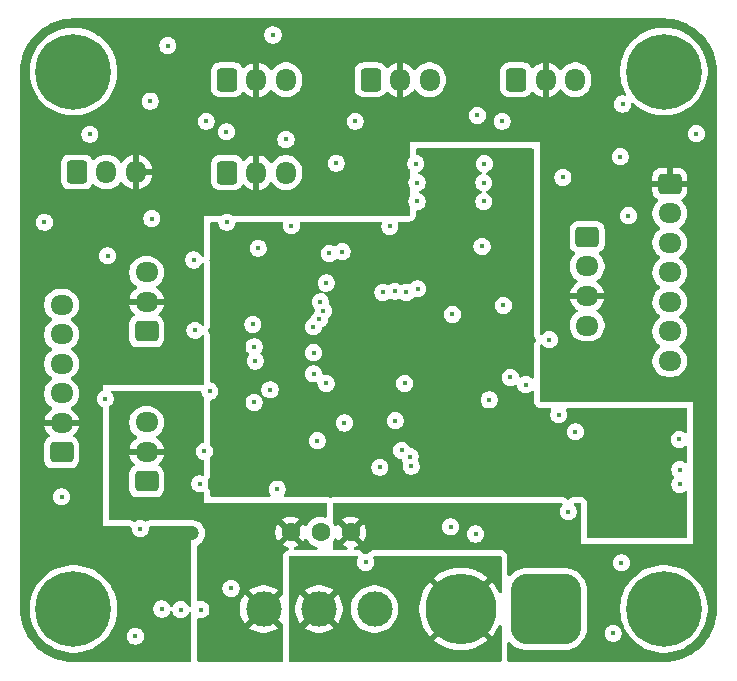
<source format=gbr>
%TF.GenerationSoftware,KiCad,Pcbnew,9.0.0-9.0.0-2~ubuntu22.04.1*%
%TF.CreationDate,2025-03-23T14:41:49+01:00*%
%TF.ProjectId,PCB_main_unit,5043425f-6d61-4696-9e5f-756e69742e6b,rev?*%
%TF.SameCoordinates,Original*%
%TF.FileFunction,Copper,L2,Inr*%
%TF.FilePolarity,Positive*%
%FSLAX46Y46*%
G04 Gerber Fmt 4.6, Leading zero omitted, Abs format (unit mm)*
G04 Created by KiCad (PCBNEW 9.0.0-9.0.0-2~ubuntu22.04.1) date 2025-03-23 14:41:49*
%MOMM*%
%LPD*%
G01*
G04 APERTURE LIST*
G04 Aperture macros list*
%AMRoundRect*
0 Rectangle with rounded corners*
0 $1 Rounding radius*
0 $2 $3 $4 $5 $6 $7 $8 $9 X,Y pos of 4 corners*
0 Add a 4 corners polygon primitive as box body*
4,1,4,$2,$3,$4,$5,$6,$7,$8,$9,$2,$3,0*
0 Add four circle primitives for the rounded corners*
1,1,$1+$1,$2,$3*
1,1,$1+$1,$4,$5*
1,1,$1+$1,$6,$7*
1,1,$1+$1,$8,$9*
0 Add four rect primitives between the rounded corners*
20,1,$1+$1,$2,$3,$4,$5,0*
20,1,$1+$1,$4,$5,$6,$7,0*
20,1,$1+$1,$6,$7,$8,$9,0*
20,1,$1+$1,$8,$9,$2,$3,0*%
G04 Aperture macros list end*
%TA.AperFunction,ComponentPad*%
%ADD10C,0.800000*%
%TD*%
%TA.AperFunction,ComponentPad*%
%ADD11C,6.400000*%
%TD*%
%TA.AperFunction,ComponentPad*%
%ADD12RoundRect,0.250000X-0.600000X-0.725000X0.600000X-0.725000X0.600000X0.725000X-0.600000X0.725000X0*%
%TD*%
%TA.AperFunction,ComponentPad*%
%ADD13O,1.700000X1.950000*%
%TD*%
%TA.AperFunction,ComponentPad*%
%ADD14RoundRect,0.250000X0.725000X-0.600000X0.725000X0.600000X-0.725000X0.600000X-0.725000X-0.600000X0*%
%TD*%
%TA.AperFunction,ComponentPad*%
%ADD15O,1.950000X1.700000*%
%TD*%
%TA.AperFunction,ComponentPad*%
%ADD16RoundRect,1.500000X1.500000X1.500000X-1.500000X1.500000X-1.500000X-1.500000X1.500000X-1.500000X0*%
%TD*%
%TA.AperFunction,ComponentPad*%
%ADD17C,6.000000*%
%TD*%
%TA.AperFunction,ComponentPad*%
%ADD18C,3.000000*%
%TD*%
%TA.AperFunction,ComponentPad*%
%ADD19RoundRect,0.250000X-0.725000X0.600000X-0.725000X-0.600000X0.725000X-0.600000X0.725000X0.600000X0*%
%TD*%
%TA.AperFunction,ComponentPad*%
%ADD20C,1.600000*%
%TD*%
%TA.AperFunction,ViaPad*%
%ADD21C,0.450000*%
%TD*%
%TA.AperFunction,ViaPad*%
%ADD22C,1.200000*%
%TD*%
G04 APERTURE END LIST*
D10*
%TO.N,GND*%
%TO.C,H2*%
X170600000Y-132000000D03*
X171302944Y-130302944D03*
X171302944Y-133697056D03*
X173000000Y-129600000D03*
D11*
X173000000Y-132000000D03*
D10*
X173000000Y-134400000D03*
X174697056Y-130302944D03*
X174697056Y-133697056D03*
X175400000Y-132000000D03*
%TD*%
D12*
%TO.N,GND*%
%TO.C,J1*%
X160500000Y-87200000D03*
D13*
%TO.N,+5V*%
X163000000Y-87200000D03*
%TO.N,TIM1_CH1_DOOR1*%
X165500000Y-87200000D03*
%TD*%
D14*
%TO.N,GND*%
%TO.C,J11*%
X129200000Y-108500000D03*
D15*
%TO.N,+5V*%
X129200000Y-106000000D03*
%TO.N,TIM3_CH1_FOOD*%
X129200000Y-103500000D03*
%TD*%
D10*
%TO.N,GND*%
%TO.C,H4*%
X120600000Y-86500000D03*
X121302944Y-84802944D03*
X121302944Y-88197056D03*
X123000000Y-84100000D03*
D11*
X123000000Y-86500000D03*
D10*
X123000000Y-88900000D03*
X124697056Y-84802944D03*
X124697056Y-88197056D03*
X125400000Y-86500000D03*
%TD*%
D12*
%TO.N,GND*%
%TO.C,J5*%
X123300000Y-95000000D03*
D13*
%TO.N,TIM2_CH2_LIGHT1*%
X125800000Y-95000000D03*
%TO.N,+5V*%
X128300000Y-95000000D03*
%TD*%
D12*
%TO.N,GND*%
%TO.C,J4*%
X136000000Y-95050000D03*
D13*
%TO.N,+5V*%
X138500000Y-95050000D03*
%TO.N,TIM1_CH4_GARAGE*%
X141000000Y-95050000D03*
%TD*%
D14*
%TO.N,GND*%
%TO.C,J10*%
X129200000Y-121200000D03*
D15*
%TO.N,+12V*%
X129200000Y-118700000D03*
%TO.N,USART2_HD_XL430*%
X129200000Y-116200000D03*
%TD*%
D10*
%TO.N,GND*%
%TO.C,H1*%
X170600000Y-86500000D03*
X171302944Y-84802944D03*
X171302944Y-88197056D03*
X173000000Y-84100000D03*
D11*
X173000000Y-86500000D03*
D10*
X173000000Y-88900000D03*
X174697056Y-84802944D03*
X174697056Y-88197056D03*
X175400000Y-86500000D03*
%TD*%
D16*
%TO.N,GND*%
%TO.C,J16*%
X163000000Y-132000000D03*
D17*
%TO.N,Net-(J16-Pin_2)*%
X155800000Y-132000000D03*
%TD*%
D14*
%TO.N,unconnected-(J9-Pin_1-Pad1)*%
%TO.C,J9*%
X122000000Y-118750000D03*
D15*
%TO.N,+5V*%
X122000000Y-116250000D03*
%TO.N,GND*%
X122000000Y-113750000D03*
%TO.N,UART3_TX_HC05*%
X122000000Y-111250000D03*
%TO.N,UART3_RX_HC05*%
X122000000Y-108750000D03*
%TO.N,unconnected-(J9-Pin_6-Pad6)*%
X122000000Y-106250000D03*
%TD*%
D12*
%TO.N,GND*%
%TO.C,J3*%
X136000000Y-87200000D03*
D13*
%TO.N,+5V*%
X138500000Y-87200000D03*
%TO.N,TIM1_CH3_DOOR3*%
X141000000Y-87200000D03*
%TD*%
D10*
%TO.N,GND*%
%TO.C,H3*%
X120600000Y-132000000D03*
X121302944Y-130302944D03*
X121302944Y-133697056D03*
X123000000Y-129600000D03*
D11*
X123000000Y-132000000D03*
D10*
X123000000Y-134400000D03*
X124697056Y-130302944D03*
X124697056Y-133697056D03*
X125400000Y-132000000D03*
%TD*%
D18*
%TO.N,+12V*%
%TO.C,SW1*%
X139100000Y-132000000D03*
%TO.N,Net-(J16-Pin_2)*%
X143800000Y-132000000D03*
%TO.N,unconnected-(SW1-C-Pad3)*%
X148500000Y-132000000D03*
%TD*%
D19*
%TO.N,+5V*%
%TO.C,J13*%
X173500000Y-96000000D03*
D15*
%TO.N,GND*%
X173500000Y-98500000D03*
%TO.N,SPI1_SCK*%
X173500000Y-101000000D03*
%TO.N,SPI1_MOSI*%
X173500000Y-103500000D03*
%TO.N,SPI_CS*%
X173500000Y-106000000D03*
%TO.N,SPI_RST*%
X173500000Y-108500000D03*
%TO.N,SPI_DC*%
X173500000Y-111000000D03*
%TD*%
D12*
%TO.N,GND*%
%TO.C,J2*%
X148162500Y-87200000D03*
D13*
%TO.N,+5V*%
X150662500Y-87200000D03*
%TO.N,TIM1_CH2_DOOR2*%
X153162500Y-87200000D03*
%TD*%
D19*
%TO.N,UART4_RX_MP3*%
%TO.C,J12*%
X166500000Y-100500000D03*
D15*
%TO.N,UART4_TX_MP3*%
X166500000Y-103000000D03*
%TO.N,+5V*%
X166500000Y-105500000D03*
%TO.N,GND*%
X166500000Y-108000000D03*
%TD*%
D20*
%TO.N,+12V*%
%TO.C,U1*%
X141400000Y-125500000D03*
%TO.N,GND*%
X143940000Y-125500000D03*
%TO.N,+5V*%
X146480000Y-125500000D03*
%TD*%
D21*
%TO.N,GND*%
X144400000Y-104400000D03*
X145950000Y-116250000D03*
X159300000Y-90700000D03*
X148950000Y-120000000D03*
X133700000Y-121400000D03*
X157750000Y-97500000D03*
X125900000Y-102100000D03*
X129650000Y-98950000D03*
X157050000Y-125650000D03*
X143650000Y-117750000D03*
X154950000Y-125050000D03*
X152150000Y-104900000D03*
X141000000Y-92250000D03*
X131000000Y-84300000D03*
X120550000Y-99250000D03*
X164100000Y-115550000D03*
X150250000Y-116050000D03*
X139650000Y-113450000D03*
X143333135Y-110293365D03*
X128650000Y-125200000D03*
X149800000Y-99600000D03*
X134100000Y-118650000D03*
X129500000Y-89000000D03*
X124400000Y-91800000D03*
X145250000Y-94250000D03*
X168700000Y-134050000D03*
X138400000Y-111000000D03*
X130500000Y-132000000D03*
X175750000Y-91750000D03*
X157200000Y-90200000D03*
X134250000Y-90700000D03*
X163300000Y-109200000D03*
X139900000Y-83400000D03*
X141450000Y-99550000D03*
X169300000Y-93700000D03*
X122000000Y-122500000D03*
X140250000Y-121850000D03*
X136350000Y-130250000D03*
X132100000Y-132050000D03*
X174300000Y-117650000D03*
X157600000Y-101300000D03*
X170000000Y-98700000D03*
X138650000Y-101450000D03*
X157750000Y-95900000D03*
X155100000Y-107050000D03*
X133200000Y-102450000D03*
X128250000Y-134300000D03*
X157800000Y-94300000D03*
X169500000Y-89250000D03*
X147750000Y-128050000D03*
X138300000Y-109800000D03*
X143350000Y-112100000D03*
X133300000Y-108400000D03*
X174350000Y-120200000D03*
X158200000Y-114300000D03*
X125700000Y-114200000D03*
X174350000Y-121450000D03*
X138200000Y-107900000D03*
X144675000Y-101900612D03*
X164900000Y-123750000D03*
X169400000Y-128100000D03*
X164450000Y-95450000D03*
X135950000Y-91600000D03*
X151050000Y-112900000D03*
X136000000Y-99250000D03*
X134550000Y-113550000D03*
X133800000Y-132050000D03*
X146862500Y-90700000D03*
D22*
%TO.N,+5V*%
X133050000Y-125600000D03*
X166900000Y-127700000D03*
D21*
%TO.N,+3.3V*%
X136200000Y-121850000D03*
X143300000Y-100900000D03*
X156000000Y-105000000D03*
X160300000Y-117700000D03*
X142100000Y-113100000D03*
X152000000Y-115300000D03*
X135300000Y-109400000D03*
X140800000Y-111000000D03*
X140900000Y-110100000D03*
X174400000Y-123200000D03*
X152000000Y-102200000D03*
%TO.N,NRST*%
X165500000Y-117000000D03*
X159400000Y-106300000D03*
%TO.N,TIM2_CH2_LIGHT1*%
X145750000Y-101750000D03*
%TO.N,UART3_RX_HC05*%
X138300000Y-114500000D03*
%TO.N,USART2_HD_XL430*%
X144400000Y-112900000D03*
D22*
%TO.N,+12V*%
X135400000Y-126400000D03*
D21*
%TO.N,SPI_CS*%
X150800000Y-118575000D03*
%TO.N,SPI_DC*%
X151600000Y-119900000D03*
%TO.N,SPI_RST*%
X151500000Y-119100000D03*
%TO.N,SPI1_MOSI*%
X144170022Y-106753052D03*
%TO.N,SPI1_SCK*%
X143900000Y-106000000D03*
%TO.N,UART1_DEBUG_RX*%
X161300000Y-113000000D03*
X143324389Y-108099999D03*
%TO.N,UART1_DEBUG_TX*%
X143821345Y-107473072D03*
X160000000Y-112400000D03*
%TO.N,LED3*%
X151200000Y-105200000D03*
X152100000Y-97500000D03*
%TO.N,LED2*%
X150200000Y-105100000D03*
X152100000Y-95900000D03*
%TO.N,LED1*%
X149200000Y-105200000D03*
X152000000Y-94300000D03*
%TD*%
%TA.AperFunction,Conductor*%
%TO.N,+5V*%
G36*
X173002702Y-82000617D02*
G01*
X173386771Y-82017386D01*
X173397506Y-82018326D01*
X173775971Y-82068152D01*
X173786597Y-82070025D01*
X174159284Y-82152648D01*
X174169710Y-82155442D01*
X174533765Y-82270227D01*
X174543911Y-82273920D01*
X174896578Y-82420000D01*
X174906369Y-82424566D01*
X175244942Y-82600816D01*
X175254309Y-82606223D01*
X175405243Y-82702379D01*
X175576244Y-82811318D01*
X175585105Y-82817523D01*
X175887930Y-83049889D01*
X175896217Y-83056843D01*
X176177635Y-83314715D01*
X176185284Y-83322364D01*
X176443156Y-83603782D01*
X176450110Y-83612069D01*
X176682476Y-83914894D01*
X176688681Y-83923755D01*
X176893775Y-84245689D01*
X176899183Y-84255057D01*
X177075430Y-84593623D01*
X177080002Y-84603427D01*
X177226075Y-84956078D01*
X177229775Y-84966244D01*
X177344554Y-85330278D01*
X177347354Y-85340727D01*
X177429971Y-85713389D01*
X177431849Y-85724042D01*
X177481671Y-86102473D01*
X177482614Y-86113249D01*
X177499382Y-86497297D01*
X177499500Y-86502706D01*
X177499500Y-131997293D01*
X177499382Y-132002702D01*
X177482614Y-132386750D01*
X177481671Y-132397526D01*
X177431849Y-132775957D01*
X177429971Y-132786610D01*
X177347354Y-133159272D01*
X177344554Y-133169721D01*
X177229775Y-133533755D01*
X177226075Y-133543921D01*
X177080002Y-133896572D01*
X177075430Y-133906376D01*
X176899183Y-134244942D01*
X176893775Y-134254310D01*
X176688681Y-134576244D01*
X176682476Y-134585105D01*
X176450110Y-134887930D01*
X176443156Y-134896217D01*
X176185284Y-135177635D01*
X176177635Y-135185284D01*
X175896217Y-135443156D01*
X175887930Y-135450110D01*
X175585105Y-135682476D01*
X175576244Y-135688681D01*
X175254310Y-135893775D01*
X175244942Y-135899183D01*
X174906376Y-136075430D01*
X174896572Y-136080002D01*
X174543921Y-136226075D01*
X174533755Y-136229775D01*
X174169721Y-136344554D01*
X174159272Y-136347354D01*
X173786610Y-136429971D01*
X173775957Y-136431849D01*
X173397526Y-136481671D01*
X173386750Y-136482614D01*
X173002703Y-136499382D01*
X172997294Y-136499500D01*
X159879500Y-136499500D01*
X159812461Y-136479815D01*
X159766706Y-136427011D01*
X159755500Y-136375500D01*
X159755500Y-134880366D01*
X159775185Y-134813327D01*
X159827989Y-134767572D01*
X159897147Y-134757628D01*
X159960703Y-134786653D01*
X159978766Y-134806055D01*
X159984261Y-134813395D01*
X159984264Y-134813398D01*
X159984270Y-134813405D01*
X160186594Y-135015729D01*
X160186612Y-135015745D01*
X160415682Y-135187224D01*
X160415690Y-135187229D01*
X160666833Y-135324364D01*
X160666832Y-135324364D01*
X160666836Y-135324365D01*
X160666839Y-135324367D01*
X160934954Y-135424369D01*
X160934960Y-135424370D01*
X160934962Y-135424371D01*
X161214566Y-135485195D01*
X161214568Y-135485195D01*
X161214572Y-135485196D01*
X161428552Y-135500500D01*
X164571448Y-135500500D01*
X164785428Y-135485196D01*
X164978684Y-135443156D01*
X165065037Y-135424371D01*
X165065037Y-135424370D01*
X165065046Y-135424369D01*
X165333161Y-135324367D01*
X165584315Y-135187226D01*
X165813395Y-135015739D01*
X166015739Y-134813395D01*
X166187226Y-134584315D01*
X166324367Y-134333161D01*
X166403329Y-134121457D01*
X167974499Y-134121457D01*
X168002379Y-134261614D01*
X168002381Y-134261620D01*
X168057069Y-134393650D01*
X168057074Y-134393659D01*
X168136467Y-134512478D01*
X168136470Y-134512482D01*
X168237517Y-134613529D01*
X168237521Y-134613532D01*
X168356340Y-134692925D01*
X168356346Y-134692928D01*
X168356347Y-134692929D01*
X168488380Y-134747619D01*
X168488384Y-134747619D01*
X168488385Y-134747620D01*
X168628542Y-134775500D01*
X168628545Y-134775500D01*
X168771457Y-134775500D01*
X168865751Y-134756742D01*
X168911620Y-134747619D01*
X169043653Y-134692929D01*
X169162479Y-134613532D01*
X169263532Y-134512479D01*
X169342929Y-134393653D01*
X169397619Y-134261620D01*
X169408477Y-134207035D01*
X169425500Y-134121457D01*
X169425500Y-133978542D01*
X169397620Y-133838385D01*
X169397619Y-133838384D01*
X169397619Y-133838380D01*
X169342929Y-133706347D01*
X169342928Y-133706346D01*
X169342925Y-133706340D01*
X169263532Y-133587521D01*
X169263529Y-133587517D01*
X169162482Y-133486470D01*
X169162478Y-133486467D01*
X169043659Y-133407074D01*
X169043650Y-133407069D01*
X168911620Y-133352381D01*
X168911614Y-133352379D01*
X168771457Y-133324500D01*
X168771455Y-133324500D01*
X168628545Y-133324500D01*
X168628543Y-133324500D01*
X168488385Y-133352379D01*
X168488379Y-133352381D01*
X168356349Y-133407069D01*
X168356340Y-133407074D01*
X168237521Y-133486467D01*
X168237517Y-133486470D01*
X168136470Y-133587517D01*
X168136467Y-133587521D01*
X168057074Y-133706340D01*
X168057069Y-133706349D01*
X168002381Y-133838379D01*
X168002379Y-133838385D01*
X167974500Y-133978542D01*
X167974500Y-133978545D01*
X167974500Y-134121455D01*
X167974500Y-134121457D01*
X167974499Y-134121457D01*
X166403329Y-134121457D01*
X166424369Y-134065046D01*
X166424371Y-134065037D01*
X166450246Y-133946095D01*
X166485195Y-133785433D01*
X166485195Y-133785432D01*
X166485196Y-133785428D01*
X166500500Y-133571448D01*
X166500500Y-131818206D01*
X169299500Y-131818206D01*
X169299500Y-132181794D01*
X169302437Y-132211614D01*
X169335137Y-132543630D01*
X169406064Y-132900212D01*
X169406067Y-132900223D01*
X169511614Y-133248165D01*
X169593577Y-133446040D01*
X169646786Y-133574500D01*
X169650754Y-133584078D01*
X169650756Y-133584083D01*
X169822140Y-133904720D01*
X169822151Y-133904738D01*
X170024140Y-134207035D01*
X170024150Y-134207049D01*
X170254807Y-134488106D01*
X170511893Y-134745192D01*
X170511898Y-134745196D01*
X170511899Y-134745197D01*
X170792956Y-134975854D01*
X171095268Y-135177853D01*
X171095277Y-135177858D01*
X171095279Y-135177859D01*
X171415916Y-135349243D01*
X171415918Y-135349243D01*
X171415924Y-135349247D01*
X171751836Y-135488386D01*
X172099767Y-135593930D01*
X172099773Y-135593931D01*
X172099776Y-135593932D01*
X172099787Y-135593935D01*
X172456369Y-135664862D01*
X172818206Y-135700500D01*
X172818209Y-135700500D01*
X173181791Y-135700500D01*
X173181794Y-135700500D01*
X173543631Y-135664862D01*
X173613045Y-135651054D01*
X173900212Y-135593935D01*
X173900223Y-135593932D01*
X173900223Y-135593931D01*
X173900233Y-135593930D01*
X174248164Y-135488386D01*
X174584076Y-135349247D01*
X174904732Y-135177853D01*
X175207044Y-134975854D01*
X175488101Y-134745197D01*
X175745197Y-134488101D01*
X175975854Y-134207044D01*
X176177853Y-133904732D01*
X176349247Y-133584076D01*
X176488386Y-133248164D01*
X176593930Y-132900233D01*
X176593932Y-132900223D01*
X176593935Y-132900212D01*
X176664862Y-132543630D01*
X176667930Y-132512478D01*
X176700500Y-132181794D01*
X176700500Y-131818206D01*
X176664862Y-131456369D01*
X176660904Y-131436470D01*
X176593935Y-131099787D01*
X176593932Y-131099776D01*
X176593931Y-131099773D01*
X176593930Y-131099767D01*
X176488386Y-130751836D01*
X176349247Y-130415924D01*
X176298752Y-130321455D01*
X176177859Y-130095279D01*
X176177858Y-130095277D01*
X176177853Y-130095268D01*
X175975854Y-129792956D01*
X175745197Y-129511899D01*
X175745196Y-129511898D01*
X175745192Y-129511893D01*
X175488106Y-129254807D01*
X175207049Y-129024150D01*
X175207048Y-129024149D01*
X175207044Y-129024146D01*
X174904732Y-128822147D01*
X174904727Y-128822144D01*
X174904720Y-128822140D01*
X174584083Y-128650756D01*
X174584078Y-128650754D01*
X174248165Y-128511614D01*
X173900223Y-128406067D01*
X173900212Y-128406064D01*
X173543630Y-128335137D01*
X173271111Y-128308296D01*
X173181794Y-128299500D01*
X172818206Y-128299500D01*
X172735679Y-128307628D01*
X172456369Y-128335137D01*
X172099787Y-128406064D01*
X172099776Y-128406067D01*
X171751834Y-128511614D01*
X171415921Y-128650754D01*
X171415916Y-128650756D01*
X171095279Y-128822140D01*
X171095261Y-128822151D01*
X170792964Y-129024140D01*
X170792950Y-129024150D01*
X170511893Y-129254807D01*
X170254807Y-129511893D01*
X170024150Y-129792950D01*
X170024140Y-129792964D01*
X169822151Y-130095261D01*
X169822140Y-130095279D01*
X169650756Y-130415916D01*
X169650754Y-130415921D01*
X169511614Y-130751834D01*
X169406067Y-131099776D01*
X169406064Y-131099787D01*
X169335137Y-131456369D01*
X169315441Y-131656353D01*
X169299500Y-131818206D01*
X166500500Y-131818206D01*
X166500500Y-130428552D01*
X166485196Y-130214572D01*
X166459245Y-130095279D01*
X166424371Y-129934962D01*
X166424370Y-129934960D01*
X166424369Y-129934954D01*
X166324367Y-129666839D01*
X166187226Y-129415685D01*
X166187224Y-129415682D01*
X166015745Y-129186612D01*
X166015729Y-129186594D01*
X165813405Y-128984270D01*
X165813387Y-128984254D01*
X165584317Y-128812775D01*
X165584309Y-128812770D01*
X165333166Y-128675635D01*
X165333167Y-128675635D01*
X165225915Y-128635632D01*
X165065046Y-128575631D01*
X165065043Y-128575630D01*
X165065037Y-128575628D01*
X164785433Y-128514804D01*
X164571450Y-128499500D01*
X164571448Y-128499500D01*
X161428552Y-128499500D01*
X161428549Y-128499500D01*
X161214566Y-128514804D01*
X160934962Y-128575628D01*
X160666833Y-128675635D01*
X160415690Y-128812770D01*
X160415682Y-128812775D01*
X160186612Y-128984254D01*
X160186594Y-128984270D01*
X159984270Y-129186594D01*
X159984257Y-129186609D01*
X159978766Y-129193945D01*
X159922831Y-129235816D01*
X159853139Y-129240799D01*
X159791817Y-129207312D01*
X159758333Y-129145989D01*
X159755500Y-129119633D01*
X159755500Y-128171457D01*
X168674499Y-128171457D01*
X168702379Y-128311614D01*
X168702381Y-128311620D01*
X168757069Y-128443650D01*
X168757074Y-128443659D01*
X168836467Y-128562478D01*
X168836470Y-128562482D01*
X168937517Y-128663529D01*
X168937521Y-128663532D01*
X169056340Y-128742925D01*
X169056346Y-128742928D01*
X169056347Y-128742929D01*
X169188380Y-128797619D01*
X169188384Y-128797619D01*
X169188385Y-128797620D01*
X169328542Y-128825500D01*
X169328545Y-128825500D01*
X169471457Y-128825500D01*
X169565751Y-128806742D01*
X169611620Y-128797619D01*
X169743653Y-128742929D01*
X169862479Y-128663532D01*
X169963532Y-128562479D01*
X170042929Y-128443653D01*
X170097619Y-128311620D01*
X170125500Y-128171455D01*
X170125500Y-128028545D01*
X170125500Y-128028542D01*
X170097620Y-127888385D01*
X170097619Y-127888384D01*
X170097619Y-127888380D01*
X170042929Y-127756347D01*
X170042928Y-127756346D01*
X170042925Y-127756340D01*
X169963532Y-127637521D01*
X169963529Y-127637517D01*
X169862482Y-127536470D01*
X169862478Y-127536467D01*
X169743659Y-127457074D01*
X169743650Y-127457069D01*
X169611620Y-127402381D01*
X169611614Y-127402379D01*
X169471457Y-127374500D01*
X169471455Y-127374500D01*
X169328545Y-127374500D01*
X169328543Y-127374500D01*
X169188385Y-127402379D01*
X169188379Y-127402381D01*
X169056349Y-127457069D01*
X169056340Y-127457074D01*
X168937521Y-127536467D01*
X168937517Y-127536470D01*
X168836470Y-127637517D01*
X168836467Y-127637521D01*
X168757074Y-127756340D01*
X168757069Y-127756349D01*
X168702381Y-127888379D01*
X168702379Y-127888385D01*
X168674500Y-128028542D01*
X168674500Y-128028545D01*
X168674500Y-128171455D01*
X168674500Y-128171457D01*
X168674499Y-128171457D01*
X159755500Y-128171457D01*
X159755500Y-127624010D01*
X159755500Y-127624000D01*
X159743947Y-127516544D01*
X159732741Y-127465033D01*
X159730090Y-127457069D01*
X159698616Y-127362502D01*
X159698613Y-127362496D01*
X159672907Y-127322497D01*
X159620825Y-127241457D01*
X159619055Y-127239414D01*
X159575076Y-127188659D01*
X159575072Y-127188656D01*
X159575070Y-127188653D01*
X159466336Y-127094433D01*
X159466333Y-127094431D01*
X159466331Y-127094430D01*
X159335465Y-127034664D01*
X159335460Y-127034662D01*
X159335459Y-127034662D01*
X159282717Y-127019175D01*
X159268417Y-127014976D01*
X159213149Y-127007030D01*
X159126000Y-126994500D01*
X148487041Y-126994500D01*
X148487038Y-126994500D01*
X148375191Y-127007029D01*
X148375183Y-127007031D01*
X148321683Y-127019170D01*
X148321665Y-127019175D01*
X148215372Y-127056138D01*
X148215360Y-127056144D01*
X148095734Y-127136073D01*
X148043770Y-127182748D01*
X148043746Y-127182772D01*
X148009650Y-127223569D01*
X147957677Y-127285759D01*
X147899584Y-127324575D01*
X147863000Y-127330240D01*
X147850548Y-127330287D01*
X147821455Y-127324500D01*
X147678545Y-127324500D01*
X147645556Y-127331061D01*
X147633578Y-127331107D01*
X147611058Y-127324587D01*
X147587708Y-127322497D01*
X147578123Y-127315051D01*
X147566464Y-127311676D01*
X147551043Y-127294015D01*
X147532531Y-127279634D01*
X147528794Y-127274148D01*
X147507788Y-127241462D01*
X147507779Y-127241451D01*
X147462035Y-127188659D01*
X147462031Y-127188656D01*
X147462029Y-127188653D01*
X147353295Y-127094433D01*
X147353292Y-127094431D01*
X147353290Y-127094430D01*
X147222424Y-127034664D01*
X147222419Y-127034662D01*
X147222418Y-127034662D01*
X147169676Y-127019175D01*
X147155376Y-127014976D01*
X147100108Y-127007030D01*
X147012959Y-126994500D01*
X146870197Y-126994500D01*
X146803158Y-126974815D01*
X146757403Y-126922011D01*
X146747459Y-126852853D01*
X146776484Y-126789297D01*
X146831878Y-126752569D01*
X146979031Y-126704755D01*
X147161349Y-126611859D01*
X147205921Y-126579474D01*
X146609409Y-125982962D01*
X146672993Y-125965925D01*
X146787007Y-125900099D01*
X146880099Y-125807007D01*
X146945925Y-125692993D01*
X146962962Y-125629409D01*
X147559474Y-126225921D01*
X147591859Y-126181349D01*
X147684755Y-125999031D01*
X147747990Y-125804417D01*
X147780000Y-125602317D01*
X147780000Y-125397682D01*
X147747990Y-125195582D01*
X147723905Y-125121457D01*
X154224499Y-125121457D01*
X154252379Y-125261614D01*
X154252381Y-125261620D01*
X154307069Y-125393650D01*
X154307074Y-125393659D01*
X154386467Y-125512478D01*
X154386470Y-125512482D01*
X154487517Y-125613529D01*
X154487521Y-125613532D01*
X154606340Y-125692925D01*
X154606349Y-125692930D01*
X154636258Y-125705318D01*
X154738380Y-125747619D01*
X154738384Y-125747619D01*
X154738385Y-125747620D01*
X154878542Y-125775500D01*
X154878545Y-125775500D01*
X155021457Y-125775500D01*
X155115751Y-125756742D01*
X155161620Y-125747619D01*
X155224780Y-125721457D01*
X156324499Y-125721457D01*
X156352379Y-125861614D01*
X156352381Y-125861620D01*
X156407069Y-125993650D01*
X156407074Y-125993659D01*
X156486467Y-126112478D01*
X156486470Y-126112482D01*
X156587517Y-126213529D01*
X156587521Y-126213532D01*
X156706340Y-126292925D01*
X156706346Y-126292928D01*
X156706347Y-126292929D01*
X156838380Y-126347619D01*
X156838384Y-126347619D01*
X156838385Y-126347620D01*
X156978542Y-126375500D01*
X156978545Y-126375500D01*
X157121457Y-126375500D01*
X157215751Y-126356742D01*
X157261620Y-126347619D01*
X157393653Y-126292929D01*
X157512479Y-126213532D01*
X157613532Y-126112479D01*
X157692929Y-125993653D01*
X157747619Y-125861620D01*
X157767131Y-125763529D01*
X157775500Y-125721457D01*
X157775500Y-125578542D01*
X157747620Y-125438385D01*
X157747619Y-125438384D01*
X157747619Y-125438380D01*
X157701317Y-125326598D01*
X157692930Y-125306349D01*
X157692925Y-125306340D01*
X157613532Y-125187521D01*
X157613529Y-125187517D01*
X157512482Y-125086470D01*
X157512478Y-125086467D01*
X157393659Y-125007074D01*
X157393650Y-125007069D01*
X157261620Y-124952381D01*
X157261614Y-124952379D01*
X157121457Y-124924500D01*
X157121455Y-124924500D01*
X156978545Y-124924500D01*
X156978543Y-124924500D01*
X156838385Y-124952379D01*
X156838379Y-124952381D01*
X156706349Y-125007069D01*
X156706340Y-125007074D01*
X156587521Y-125086467D01*
X156587517Y-125086470D01*
X156486470Y-125187517D01*
X156486467Y-125187521D01*
X156407074Y-125306340D01*
X156407069Y-125306349D01*
X156352381Y-125438379D01*
X156352379Y-125438385D01*
X156324500Y-125578542D01*
X156324500Y-125578545D01*
X156324500Y-125721455D01*
X156324500Y-125721457D01*
X156324499Y-125721457D01*
X155224780Y-125721457D01*
X155293653Y-125692929D01*
X155412479Y-125613532D01*
X155513532Y-125512479D01*
X155513581Y-125512405D01*
X155519490Y-125503564D01*
X155519491Y-125503562D01*
X155592925Y-125393659D01*
X155592925Y-125393658D01*
X155592929Y-125393653D01*
X155647619Y-125261620D01*
X155656742Y-125215751D01*
X155675500Y-125121457D01*
X155675500Y-124978542D01*
X155647620Y-124838385D01*
X155647619Y-124838384D01*
X155647619Y-124838380D01*
X155592929Y-124706347D01*
X155592928Y-124706346D01*
X155592925Y-124706340D01*
X155513532Y-124587521D01*
X155513529Y-124587517D01*
X155412482Y-124486470D01*
X155412478Y-124486467D01*
X155293659Y-124407074D01*
X155293650Y-124407069D01*
X155161620Y-124352381D01*
X155161614Y-124352379D01*
X155021457Y-124324500D01*
X155021455Y-124324500D01*
X154878545Y-124324500D01*
X154878543Y-124324500D01*
X154738385Y-124352379D01*
X154738379Y-124352381D01*
X154606349Y-124407069D01*
X154606340Y-124407074D01*
X154487521Y-124486467D01*
X154487517Y-124486470D01*
X154386470Y-124587517D01*
X154386467Y-124587521D01*
X154307074Y-124706340D01*
X154307069Y-124706349D01*
X154252381Y-124838379D01*
X154252379Y-124838385D01*
X154224500Y-124978542D01*
X154224500Y-124978545D01*
X154224500Y-125121455D01*
X154224500Y-125121457D01*
X154224499Y-125121457D01*
X147723905Y-125121457D01*
X147687940Y-125010772D01*
X147687939Y-125010771D01*
X147687939Y-125010769D01*
X147684754Y-125000968D01*
X147591859Y-124818650D01*
X147559474Y-124774077D01*
X147559474Y-124774076D01*
X146962962Y-125370589D01*
X146945925Y-125307007D01*
X146880099Y-125192993D01*
X146787007Y-125099901D01*
X146672993Y-125034075D01*
X146609408Y-125017037D01*
X147205922Y-124420524D01*
X147205921Y-124420523D01*
X147161359Y-124388147D01*
X147161350Y-124388141D01*
X146979031Y-124295244D01*
X146784417Y-124232009D01*
X146582317Y-124200000D01*
X146377683Y-124200000D01*
X146175582Y-124232009D01*
X145980968Y-124295244D01*
X145798644Y-124388143D01*
X145754077Y-124420523D01*
X145754077Y-124420524D01*
X146350591Y-125017037D01*
X146287007Y-125034075D01*
X146172993Y-125099901D01*
X146079901Y-125192993D01*
X146014075Y-125307007D01*
X145997037Y-125370590D01*
X145400524Y-124774077D01*
X145400523Y-124774077D01*
X145368143Y-124818644D01*
X145320765Y-124911630D01*
X145314374Y-124918396D01*
X145311337Y-124927192D01*
X145290767Y-124943391D01*
X145272790Y-124962426D01*
X145263757Y-124964662D01*
X145256446Y-124970421D01*
X145230382Y-124972927D01*
X145204969Y-124979221D01*
X145196160Y-124976219D01*
X145186897Y-124977110D01*
X145163616Y-124965128D01*
X145138834Y-124956683D01*
X145131397Y-124948546D01*
X145124772Y-124945137D01*
X145109261Y-124924329D01*
X145102936Y-124917409D01*
X145101285Y-124914554D01*
X145052287Y-124818390D01*
X145019891Y-124773800D01*
X145016656Y-124768206D01*
X145009860Y-124740279D01*
X145000202Y-124713209D01*
X145000000Y-124706132D01*
X145000000Y-123124000D01*
X145019685Y-123056961D01*
X145072489Y-123011206D01*
X145124000Y-123000000D01*
X164324626Y-123000000D01*
X164391665Y-123019685D01*
X164437420Y-123072489D01*
X164447364Y-123141647D01*
X164418339Y-123205203D01*
X164412307Y-123211681D01*
X164336470Y-123287517D01*
X164336467Y-123287521D01*
X164257074Y-123406340D01*
X164257069Y-123406349D01*
X164202381Y-123538379D01*
X164202379Y-123538385D01*
X164174500Y-123678542D01*
X164174500Y-123678545D01*
X164174500Y-123821455D01*
X164174500Y-123821457D01*
X164174499Y-123821457D01*
X164202379Y-123961614D01*
X164202381Y-123961620D01*
X164257069Y-124093650D01*
X164257074Y-124093659D01*
X164336467Y-124212478D01*
X164336470Y-124212482D01*
X164437517Y-124313529D01*
X164437521Y-124313532D01*
X164556340Y-124392925D01*
X164556346Y-124392928D01*
X164556347Y-124392929D01*
X164688380Y-124447619D01*
X164688384Y-124447619D01*
X164688385Y-124447620D01*
X164828542Y-124475500D01*
X164828545Y-124475500D01*
X164971457Y-124475500D01*
X165065751Y-124456742D01*
X165111620Y-124447619D01*
X165243653Y-124392929D01*
X165362479Y-124313532D01*
X165463532Y-124212479D01*
X165542929Y-124093653D01*
X165597619Y-123961620D01*
X165610350Y-123897619D01*
X165625500Y-123821457D01*
X165625500Y-123678542D01*
X165597620Y-123538385D01*
X165597619Y-123538384D01*
X165597619Y-123538380D01*
X165542929Y-123406347D01*
X165542928Y-123406346D01*
X165542925Y-123406340D01*
X165463532Y-123287521D01*
X165463529Y-123287517D01*
X165387693Y-123211681D01*
X165354208Y-123150358D01*
X165359192Y-123080666D01*
X165401064Y-123024733D01*
X165466528Y-123000316D01*
X165475374Y-123000000D01*
X165876000Y-123000000D01*
X165943039Y-123019685D01*
X165988794Y-123072489D01*
X166000000Y-123124000D01*
X166000000Y-126500000D01*
X175500000Y-126500000D01*
X175500000Y-114500000D01*
X162624000Y-114500000D01*
X162556961Y-114480315D01*
X162511206Y-114427511D01*
X162500000Y-114376000D01*
X162500000Y-109717353D01*
X162519685Y-109650314D01*
X162572489Y-109604559D01*
X162641647Y-109594615D01*
X162705203Y-109623640D01*
X162727103Y-109648463D01*
X162736469Y-109662481D01*
X162837517Y-109763529D01*
X162837521Y-109763532D01*
X162956340Y-109842925D01*
X162956349Y-109842930D01*
X162974625Y-109850500D01*
X163088380Y-109897619D01*
X163088384Y-109897619D01*
X163088385Y-109897620D01*
X163228542Y-109925500D01*
X163228545Y-109925500D01*
X163371457Y-109925500D01*
X163474257Y-109905051D01*
X163511620Y-109897619D01*
X163643653Y-109842929D01*
X163762479Y-109763532D01*
X163863532Y-109662479D01*
X163942929Y-109543653D01*
X163997619Y-109411620D01*
X164009777Y-109350500D01*
X164025500Y-109271457D01*
X164025500Y-109128542D01*
X163997620Y-108988385D01*
X163997619Y-108988384D01*
X163997619Y-108988380D01*
X163942929Y-108856347D01*
X163942928Y-108856346D01*
X163942925Y-108856340D01*
X163863532Y-108737521D01*
X163863529Y-108737517D01*
X163762482Y-108636470D01*
X163762478Y-108636467D01*
X163643659Y-108557074D01*
X163643650Y-108557069D01*
X163511620Y-108502381D01*
X163511614Y-108502379D01*
X163371457Y-108474500D01*
X163371455Y-108474500D01*
X163228545Y-108474500D01*
X163228543Y-108474500D01*
X163088385Y-108502379D01*
X163088379Y-108502381D01*
X162956349Y-108557069D01*
X162956340Y-108557074D01*
X162837521Y-108636467D01*
X162837517Y-108636470D01*
X162736468Y-108737519D01*
X162727101Y-108751539D01*
X162673488Y-108796343D01*
X162604163Y-108805049D01*
X162541136Y-108774893D01*
X162504418Y-108715450D01*
X162500000Y-108682646D01*
X162500000Y-99849983D01*
X165024500Y-99849983D01*
X165024500Y-101150001D01*
X165024501Y-101150018D01*
X165035000Y-101252796D01*
X165035001Y-101252799D01*
X165090185Y-101419331D01*
X165090186Y-101419334D01*
X165175142Y-101557071D01*
X165182289Y-101568657D01*
X165306344Y-101692712D01*
X165461120Y-101788178D01*
X165507845Y-101840126D01*
X165519068Y-101909088D01*
X165491224Y-101973171D01*
X165483706Y-101981398D01*
X165344889Y-102120215D01*
X165219951Y-102292179D01*
X165123444Y-102481585D01*
X165057753Y-102683760D01*
X165024500Y-102893713D01*
X165024500Y-103106286D01*
X165057753Y-103316239D01*
X165123444Y-103518414D01*
X165219951Y-103707820D01*
X165344890Y-103879786D01*
X165495209Y-104030105D01*
X165495214Y-104030109D01*
X165660218Y-104149991D01*
X165702884Y-104205320D01*
X165708863Y-104274934D01*
X165676258Y-104336729D01*
X165660218Y-104350627D01*
X165495540Y-104470272D01*
X165495535Y-104470276D01*
X165345276Y-104620535D01*
X165345272Y-104620540D01*
X165220379Y-104792442D01*
X165123904Y-104981782D01*
X165058242Y-105183870D01*
X165058242Y-105183873D01*
X165047769Y-105250000D01*
X166095854Y-105250000D01*
X166057370Y-105316657D01*
X166025000Y-105437465D01*
X166025000Y-105562535D01*
X166057370Y-105683343D01*
X166095854Y-105750000D01*
X165047769Y-105750000D01*
X165058242Y-105816126D01*
X165058242Y-105816129D01*
X165123904Y-106018217D01*
X165220379Y-106207557D01*
X165345272Y-106379459D01*
X165345276Y-106379464D01*
X165495535Y-106529723D01*
X165495540Y-106529727D01*
X165660218Y-106649372D01*
X165702884Y-106704701D01*
X165708863Y-106774315D01*
X165676258Y-106836110D01*
X165660218Y-106850008D01*
X165495214Y-106969890D01*
X165495209Y-106969894D01*
X165344890Y-107120213D01*
X165219951Y-107292179D01*
X165123444Y-107481585D01*
X165057753Y-107683760D01*
X165024500Y-107893713D01*
X165024500Y-108106286D01*
X165057021Y-108311619D01*
X165057754Y-108316243D01*
X165118234Y-108502381D01*
X165123444Y-108518414D01*
X165219951Y-108707820D01*
X165344890Y-108879786D01*
X165495213Y-109030109D01*
X165667179Y-109155048D01*
X165667181Y-109155049D01*
X165667184Y-109155051D01*
X165856588Y-109251557D01*
X166058757Y-109317246D01*
X166268713Y-109350500D01*
X166268714Y-109350500D01*
X166731286Y-109350500D01*
X166731287Y-109350500D01*
X166941243Y-109317246D01*
X167143412Y-109251557D01*
X167332816Y-109155051D01*
X167411865Y-109097619D01*
X167504786Y-109030109D01*
X167504788Y-109030106D01*
X167504792Y-109030104D01*
X167655104Y-108879792D01*
X167655106Y-108879788D01*
X167655109Y-108879786D01*
X167780048Y-108707820D01*
X167780047Y-108707820D01*
X167780051Y-108707816D01*
X167876557Y-108518412D01*
X167942246Y-108316243D01*
X167975500Y-108106287D01*
X167975500Y-107893713D01*
X167942246Y-107683757D01*
X167876557Y-107481588D01*
X167780051Y-107292184D01*
X167780049Y-107292181D01*
X167780048Y-107292179D01*
X167655109Y-107120213D01*
X167504790Y-106969894D01*
X167504785Y-106969890D01*
X167339781Y-106850008D01*
X167297115Y-106794678D01*
X167291136Y-106725065D01*
X167323741Y-106663270D01*
X167339781Y-106649371D01*
X167504466Y-106529721D01*
X167654723Y-106379464D01*
X167654727Y-106379459D01*
X167779620Y-106207557D01*
X167876095Y-106018217D01*
X167941757Y-105816129D01*
X167941757Y-105816126D01*
X167952231Y-105750000D01*
X166904146Y-105750000D01*
X166942630Y-105683343D01*
X166975000Y-105562535D01*
X166975000Y-105437465D01*
X166942630Y-105316657D01*
X166904146Y-105250000D01*
X167952231Y-105250000D01*
X167941757Y-105183873D01*
X167941757Y-105183870D01*
X167876095Y-104981782D01*
X167779620Y-104792442D01*
X167654727Y-104620540D01*
X167654723Y-104620535D01*
X167504464Y-104470276D01*
X167504459Y-104470272D01*
X167339781Y-104350627D01*
X167297115Y-104295297D01*
X167291136Y-104225684D01*
X167323741Y-104163889D01*
X167339776Y-104149994D01*
X167504792Y-104030104D01*
X167655104Y-103879792D01*
X167655106Y-103879788D01*
X167655109Y-103879786D01*
X167780048Y-103707820D01*
X167780047Y-103707820D01*
X167780051Y-103707816D01*
X167876557Y-103518412D01*
X167942246Y-103316243D01*
X167975500Y-103106287D01*
X167975500Y-102893713D01*
X167942246Y-102683757D01*
X167876557Y-102481588D01*
X167780051Y-102292184D01*
X167780049Y-102292181D01*
X167780048Y-102292179D01*
X167655109Y-102120213D01*
X167516294Y-101981398D01*
X167482809Y-101920075D01*
X167487793Y-101850383D01*
X167529665Y-101794450D01*
X167538879Y-101788178D01*
X167544331Y-101784814D01*
X167544334Y-101784814D01*
X167693656Y-101692712D01*
X167817712Y-101568656D01*
X167909814Y-101419334D01*
X167964999Y-101252797D01*
X167975500Y-101150009D01*
X167975499Y-99849992D01*
X167964999Y-99747203D01*
X167909814Y-99580666D01*
X167817712Y-99431344D01*
X167693656Y-99307288D01*
X167544334Y-99215186D01*
X167377797Y-99160001D01*
X167377795Y-99160000D01*
X167275010Y-99149500D01*
X165724998Y-99149500D01*
X165724981Y-99149501D01*
X165622203Y-99160000D01*
X165622200Y-99160001D01*
X165455668Y-99215185D01*
X165455663Y-99215187D01*
X165306342Y-99307289D01*
X165182289Y-99431342D01*
X165090187Y-99580663D01*
X165090185Y-99580668D01*
X165076670Y-99621455D01*
X165035001Y-99747203D01*
X165035001Y-99747204D01*
X165035000Y-99747204D01*
X165024500Y-99849983D01*
X162500000Y-99849983D01*
X162500000Y-98771457D01*
X169274499Y-98771457D01*
X169302379Y-98911614D01*
X169302381Y-98911620D01*
X169357069Y-99043650D01*
X169357074Y-99043659D01*
X169436467Y-99162478D01*
X169436470Y-99162482D01*
X169537517Y-99263529D01*
X169537521Y-99263532D01*
X169656340Y-99342925D01*
X169656346Y-99342928D01*
X169656347Y-99342929D01*
X169788380Y-99397619D01*
X169788384Y-99397619D01*
X169788385Y-99397620D01*
X169928542Y-99425500D01*
X169928545Y-99425500D01*
X170071457Y-99425500D01*
X170165751Y-99406742D01*
X170211620Y-99397619D01*
X170343653Y-99342929D01*
X170462479Y-99263532D01*
X170563532Y-99162479D01*
X170642929Y-99043653D01*
X170697619Y-98911620D01*
X170716592Y-98816239D01*
X170725500Y-98771457D01*
X170725500Y-98628542D01*
X170697620Y-98488385D01*
X170697619Y-98488384D01*
X170697619Y-98488380D01*
X170658407Y-98393713D01*
X172024500Y-98393713D01*
X172024500Y-98606287D01*
X172024510Y-98606347D01*
X172050660Y-98771457D01*
X172057754Y-98816243D01*
X172091436Y-98919906D01*
X172123444Y-99018414D01*
X172219951Y-99207820D01*
X172344890Y-99379786D01*
X172495209Y-99530105D01*
X172495214Y-99530109D01*
X172659793Y-99649682D01*
X172702459Y-99705011D01*
X172708438Y-99774625D01*
X172675833Y-99836420D01*
X172659793Y-99850318D01*
X172495214Y-99969890D01*
X172495209Y-99969894D01*
X172344890Y-100120213D01*
X172219951Y-100292179D01*
X172123444Y-100481585D01*
X172057753Y-100683760D01*
X172024500Y-100893713D01*
X172024500Y-101106286D01*
X172045421Y-101238380D01*
X172057754Y-101316243D01*
X172118234Y-101502381D01*
X172123444Y-101518414D01*
X172219951Y-101707820D01*
X172344890Y-101879786D01*
X172495209Y-102030105D01*
X172495214Y-102030109D01*
X172659793Y-102149682D01*
X172702459Y-102205011D01*
X172708438Y-102274625D01*
X172675833Y-102336420D01*
X172659793Y-102350318D01*
X172495214Y-102469890D01*
X172495209Y-102469894D01*
X172344890Y-102620213D01*
X172219951Y-102792179D01*
X172123444Y-102981585D01*
X172057753Y-103183760D01*
X172036771Y-103316239D01*
X172024500Y-103393713D01*
X172024500Y-103606287D01*
X172057754Y-103816243D01*
X172078402Y-103879792D01*
X172123444Y-104018414D01*
X172219951Y-104207820D01*
X172344890Y-104379786D01*
X172495209Y-104530105D01*
X172495214Y-104530109D01*
X172659793Y-104649682D01*
X172702459Y-104705011D01*
X172708438Y-104774625D01*
X172675833Y-104836420D01*
X172659793Y-104850318D01*
X172495214Y-104969890D01*
X172495209Y-104969894D01*
X172344890Y-105120213D01*
X172219951Y-105292179D01*
X172123444Y-105481585D01*
X172057753Y-105683760D01*
X172035304Y-105825500D01*
X172024500Y-105893713D01*
X172024500Y-106106287D01*
X172057754Y-106316243D01*
X172105269Y-106462479D01*
X172123444Y-106518414D01*
X172219951Y-106707820D01*
X172344890Y-106879786D01*
X172495209Y-107030105D01*
X172495214Y-107030109D01*
X172659793Y-107149682D01*
X172702459Y-107205011D01*
X172708438Y-107274625D01*
X172675833Y-107336420D01*
X172659793Y-107350318D01*
X172495214Y-107469890D01*
X172495209Y-107469894D01*
X172344890Y-107620213D01*
X172219951Y-107792179D01*
X172123444Y-107981585D01*
X172057753Y-108183760D01*
X172024500Y-108393713D01*
X172024500Y-108606286D01*
X172055760Y-108803658D01*
X172057754Y-108816243D01*
X172105611Y-108963532D01*
X172123444Y-109018414D01*
X172219951Y-109207820D01*
X172344890Y-109379786D01*
X172495209Y-109530105D01*
X172495214Y-109530109D01*
X172659793Y-109649682D01*
X172702459Y-109705011D01*
X172708438Y-109774625D01*
X172675833Y-109836420D01*
X172659793Y-109850318D01*
X172495214Y-109969890D01*
X172495209Y-109969894D01*
X172344890Y-110120213D01*
X172219951Y-110292179D01*
X172123444Y-110481585D01*
X172057753Y-110683760D01*
X172050178Y-110731588D01*
X172024500Y-110893713D01*
X172024500Y-111106287D01*
X172057754Y-111316243D01*
X172105269Y-111462479D01*
X172123444Y-111518414D01*
X172219951Y-111707820D01*
X172344890Y-111879786D01*
X172495213Y-112030109D01*
X172667179Y-112155048D01*
X172667181Y-112155049D01*
X172667184Y-112155051D01*
X172856588Y-112251557D01*
X173058757Y-112317246D01*
X173268713Y-112350500D01*
X173268714Y-112350500D01*
X173731286Y-112350500D01*
X173731287Y-112350500D01*
X173941243Y-112317246D01*
X174143412Y-112251557D01*
X174332816Y-112155051D01*
X174367591Y-112129786D01*
X174504786Y-112030109D01*
X174504788Y-112030106D01*
X174504792Y-112030104D01*
X174655104Y-111879792D01*
X174655106Y-111879788D01*
X174655109Y-111879786D01*
X174780048Y-111707820D01*
X174780047Y-111707820D01*
X174780051Y-111707816D01*
X174876557Y-111518412D01*
X174942246Y-111316243D01*
X174975500Y-111106287D01*
X174975500Y-110893713D01*
X174942246Y-110683757D01*
X174876557Y-110481588D01*
X174780051Y-110292184D01*
X174780049Y-110292181D01*
X174780048Y-110292179D01*
X174655109Y-110120213D01*
X174504792Y-109969896D01*
X174477011Y-109949712D01*
X174340204Y-109850316D01*
X174297540Y-109794989D01*
X174291561Y-109725376D01*
X174324166Y-109663580D01*
X174340199Y-109649686D01*
X174504792Y-109530104D01*
X174655104Y-109379792D01*
X174655106Y-109379788D01*
X174655109Y-109379786D01*
X174780048Y-109207820D01*
X174780047Y-109207820D01*
X174780051Y-109207816D01*
X174876557Y-109018412D01*
X174942246Y-108816243D01*
X174975500Y-108606287D01*
X174975500Y-108393713D01*
X174942246Y-108183757D01*
X174876557Y-107981588D01*
X174780051Y-107792184D01*
X174780049Y-107792181D01*
X174780048Y-107792179D01*
X174655109Y-107620213D01*
X174504792Y-107469896D01*
X174451729Y-107431344D01*
X174340204Y-107350316D01*
X174297540Y-107294989D01*
X174291561Y-107225376D01*
X174324166Y-107163580D01*
X174340199Y-107149686D01*
X174504792Y-107030104D01*
X174655104Y-106879792D01*
X174655106Y-106879788D01*
X174655109Y-106879786D01*
X174780048Y-106707820D01*
X174780047Y-106707820D01*
X174780051Y-106707816D01*
X174876557Y-106518412D01*
X174942246Y-106316243D01*
X174975500Y-106106287D01*
X174975500Y-105893713D01*
X174942246Y-105683757D01*
X174876557Y-105481588D01*
X174780051Y-105292184D01*
X174780049Y-105292181D01*
X174780048Y-105292179D01*
X174655109Y-105120213D01*
X174504792Y-104969896D01*
X174453670Y-104932754D01*
X174340204Y-104850316D01*
X174297540Y-104794989D01*
X174291561Y-104725376D01*
X174324166Y-104663580D01*
X174340199Y-104649686D01*
X174504792Y-104530104D01*
X174655104Y-104379792D01*
X174655106Y-104379788D01*
X174655109Y-104379786D01*
X174780048Y-104207820D01*
X174780047Y-104207820D01*
X174780051Y-104207816D01*
X174876557Y-104018412D01*
X174942246Y-103816243D01*
X174975500Y-103606287D01*
X174975500Y-103393713D01*
X174942246Y-103183757D01*
X174876557Y-102981588D01*
X174780051Y-102792184D01*
X174780049Y-102792181D01*
X174780048Y-102792179D01*
X174655109Y-102620213D01*
X174504792Y-102469896D01*
X174474130Y-102447619D01*
X174340204Y-102350316D01*
X174297540Y-102294989D01*
X174291561Y-102225376D01*
X174324166Y-102163580D01*
X174340199Y-102149686D01*
X174504792Y-102030104D01*
X174655104Y-101879792D01*
X174655106Y-101879788D01*
X174655109Y-101879786D01*
X174780048Y-101707820D01*
X174780047Y-101707820D01*
X174780051Y-101707816D01*
X174876557Y-101518412D01*
X174942246Y-101316243D01*
X174975500Y-101106287D01*
X174975500Y-100893713D01*
X174942246Y-100683757D01*
X174876557Y-100481588D01*
X174780051Y-100292184D01*
X174780049Y-100292181D01*
X174780048Y-100292179D01*
X174655109Y-100120213D01*
X174504792Y-99969896D01*
X174504784Y-99969890D01*
X174340204Y-99850316D01*
X174297540Y-99794989D01*
X174291561Y-99725376D01*
X174324166Y-99663580D01*
X174340199Y-99649686D01*
X174504792Y-99530104D01*
X174655104Y-99379792D01*
X174655106Y-99379788D01*
X174655109Y-99379786D01*
X174780048Y-99207820D01*
X174780047Y-99207820D01*
X174780051Y-99207816D01*
X174876557Y-99018412D01*
X174942246Y-98816243D01*
X174975500Y-98606287D01*
X174975500Y-98393713D01*
X174942246Y-98183757D01*
X174876557Y-97981588D01*
X174780051Y-97792184D01*
X174780049Y-97792181D01*
X174780048Y-97792179D01*
X174655109Y-97620213D01*
X174515931Y-97481035D01*
X174482446Y-97419712D01*
X174487430Y-97350020D01*
X174529302Y-97294087D01*
X174538516Y-97287815D01*
X174693343Y-97192317D01*
X174817315Y-97068345D01*
X174909356Y-96919124D01*
X174909358Y-96919119D01*
X174964505Y-96752697D01*
X174964506Y-96752690D01*
X174974999Y-96649986D01*
X174975000Y-96649973D01*
X174975000Y-96250000D01*
X173904146Y-96250000D01*
X173942630Y-96183343D01*
X173975000Y-96062535D01*
X173975000Y-95937465D01*
X173942630Y-95816657D01*
X173904146Y-95750000D01*
X174974999Y-95750000D01*
X174974999Y-95350028D01*
X174974998Y-95350013D01*
X174964505Y-95247302D01*
X174909358Y-95080880D01*
X174909356Y-95080875D01*
X174817315Y-94931654D01*
X174693345Y-94807684D01*
X174544124Y-94715643D01*
X174544119Y-94715641D01*
X174377697Y-94660494D01*
X174377690Y-94660493D01*
X174274986Y-94650000D01*
X173750000Y-94650000D01*
X173750000Y-95595854D01*
X173683343Y-95557370D01*
X173562535Y-95525000D01*
X173437465Y-95525000D01*
X173316657Y-95557370D01*
X173250000Y-95595854D01*
X173250000Y-94650000D01*
X172725028Y-94650000D01*
X172725012Y-94650001D01*
X172622302Y-94660494D01*
X172455880Y-94715641D01*
X172455875Y-94715643D01*
X172306654Y-94807684D01*
X172182684Y-94931654D01*
X172090643Y-95080875D01*
X172090641Y-95080880D01*
X172035494Y-95247302D01*
X172035493Y-95247309D01*
X172025000Y-95350013D01*
X172025000Y-95750000D01*
X173095854Y-95750000D01*
X173057370Y-95816657D01*
X173025000Y-95937465D01*
X173025000Y-96062535D01*
X173057370Y-96183343D01*
X173095854Y-96250000D01*
X172025001Y-96250000D01*
X172025001Y-96649986D01*
X172035494Y-96752697D01*
X172090641Y-96919119D01*
X172090643Y-96919124D01*
X172182684Y-97068345D01*
X172306654Y-97192315D01*
X172461484Y-97287815D01*
X172508208Y-97339763D01*
X172519431Y-97408726D01*
X172491587Y-97472808D01*
X172484069Y-97481035D01*
X172344889Y-97620215D01*
X172219951Y-97792179D01*
X172123444Y-97981585D01*
X172057753Y-98183760D01*
X172025647Y-98386470D01*
X172024500Y-98393713D01*
X170658407Y-98393713D01*
X170642932Y-98356353D01*
X170642925Y-98356340D01*
X170563532Y-98237521D01*
X170563529Y-98237517D01*
X170462482Y-98136470D01*
X170462478Y-98136467D01*
X170343659Y-98057074D01*
X170343650Y-98057069D01*
X170211620Y-98002381D01*
X170211614Y-98002379D01*
X170071457Y-97974500D01*
X170071455Y-97974500D01*
X169928545Y-97974500D01*
X169928543Y-97974500D01*
X169788385Y-98002379D01*
X169788379Y-98002381D01*
X169656349Y-98057069D01*
X169656340Y-98057074D01*
X169537521Y-98136467D01*
X169537517Y-98136470D01*
X169436470Y-98237517D01*
X169436467Y-98237521D01*
X169357074Y-98356340D01*
X169357069Y-98356349D01*
X169302381Y-98488379D01*
X169302379Y-98488385D01*
X169274500Y-98628542D01*
X169274500Y-98628545D01*
X169274500Y-98771455D01*
X169274500Y-98771457D01*
X169274499Y-98771457D01*
X162500000Y-98771457D01*
X162500000Y-95521457D01*
X163724499Y-95521457D01*
X163752379Y-95661614D01*
X163752381Y-95661620D01*
X163807069Y-95793650D01*
X163807074Y-95793659D01*
X163886467Y-95912478D01*
X163886470Y-95912482D01*
X163987517Y-96013529D01*
X163987521Y-96013532D01*
X164106340Y-96092925D01*
X164106349Y-96092930D01*
X164136258Y-96105318D01*
X164238380Y-96147619D01*
X164238384Y-96147619D01*
X164238385Y-96147620D01*
X164378542Y-96175500D01*
X164378545Y-96175500D01*
X164521457Y-96175500D01*
X164625906Y-96154723D01*
X164661620Y-96147619D01*
X164793653Y-96092929D01*
X164912479Y-96013532D01*
X165013532Y-95912479D01*
X165092929Y-95793653D01*
X165147619Y-95661620D01*
X165168559Y-95556349D01*
X165175500Y-95521457D01*
X165175500Y-95378545D01*
X165174010Y-95371054D01*
X165174010Y-95371051D01*
X165147620Y-95238385D01*
X165147619Y-95238384D01*
X165147619Y-95238380D01*
X165092929Y-95106347D01*
X165092928Y-95106346D01*
X165092925Y-95106340D01*
X165013532Y-94987521D01*
X165013529Y-94987517D01*
X164912482Y-94886470D01*
X164912478Y-94886467D01*
X164793659Y-94807074D01*
X164793650Y-94807069D01*
X164661620Y-94752381D01*
X164661614Y-94752379D01*
X164521457Y-94724500D01*
X164521455Y-94724500D01*
X164378545Y-94724500D01*
X164378543Y-94724500D01*
X164238385Y-94752379D01*
X164238379Y-94752381D01*
X164106349Y-94807069D01*
X164106340Y-94807074D01*
X163987521Y-94886467D01*
X163987517Y-94886470D01*
X163886470Y-94987517D01*
X163886467Y-94987521D01*
X163807074Y-95106340D01*
X163807069Y-95106349D01*
X163752381Y-95238379D01*
X163752379Y-95238385D01*
X163724500Y-95378542D01*
X163724500Y-95378545D01*
X163724500Y-95521455D01*
X163724500Y-95521457D01*
X163724499Y-95521457D01*
X162500000Y-95521457D01*
X162500000Y-93771457D01*
X168574499Y-93771457D01*
X168602379Y-93911614D01*
X168602381Y-93911620D01*
X168657069Y-94043650D01*
X168657074Y-94043659D01*
X168736467Y-94162478D01*
X168736470Y-94162482D01*
X168837517Y-94263529D01*
X168837521Y-94263532D01*
X168956340Y-94342925D01*
X168956346Y-94342928D01*
X168956347Y-94342929D01*
X169088380Y-94397619D01*
X169088384Y-94397619D01*
X169088385Y-94397620D01*
X169228542Y-94425500D01*
X169228545Y-94425500D01*
X169371457Y-94425500D01*
X169466546Y-94406585D01*
X169511620Y-94397619D01*
X169643653Y-94342929D01*
X169762479Y-94263532D01*
X169863532Y-94162479D01*
X169942929Y-94043653D01*
X169997619Y-93911620D01*
X170010817Y-93845272D01*
X170025500Y-93771457D01*
X170025500Y-93628542D01*
X169997620Y-93488385D01*
X169997619Y-93488384D01*
X169997619Y-93488380D01*
X169942929Y-93356347D01*
X169942928Y-93356346D01*
X169942925Y-93356340D01*
X169863532Y-93237521D01*
X169863529Y-93237517D01*
X169762482Y-93136470D01*
X169762478Y-93136467D01*
X169643659Y-93057074D01*
X169643650Y-93057069D01*
X169511620Y-93002381D01*
X169511614Y-93002379D01*
X169371457Y-92974500D01*
X169371455Y-92974500D01*
X169228545Y-92974500D01*
X169228543Y-92974500D01*
X169088385Y-93002379D01*
X169088379Y-93002381D01*
X168956349Y-93057069D01*
X168956340Y-93057074D01*
X168837521Y-93136467D01*
X168837517Y-93136470D01*
X168736470Y-93237517D01*
X168736467Y-93237521D01*
X168657074Y-93356340D01*
X168657069Y-93356349D01*
X168602381Y-93488379D01*
X168602379Y-93488385D01*
X168574500Y-93628542D01*
X168574500Y-93628545D01*
X168574500Y-93771455D01*
X168574500Y-93771457D01*
X168574499Y-93771457D01*
X162500000Y-93771457D01*
X162500000Y-92500000D01*
X151500000Y-92500000D01*
X151500000Y-93722626D01*
X151480315Y-93789665D01*
X151463681Y-93810307D01*
X151436470Y-93837517D01*
X151436467Y-93837521D01*
X151357074Y-93956340D01*
X151357069Y-93956349D01*
X151302381Y-94088379D01*
X151302379Y-94088385D01*
X151274500Y-94228542D01*
X151274500Y-94228545D01*
X151274500Y-94371455D01*
X151274500Y-94371457D01*
X151274499Y-94371457D01*
X151302379Y-94511614D01*
X151302381Y-94511620D01*
X151357069Y-94643650D01*
X151357074Y-94643659D01*
X151436466Y-94762477D01*
X151436467Y-94762478D01*
X151436468Y-94762479D01*
X151463681Y-94789692D01*
X151497166Y-94851013D01*
X151500000Y-94877373D01*
X151500000Y-95454483D01*
X151480315Y-95521522D01*
X151479102Y-95523373D01*
X151457077Y-95556335D01*
X151457069Y-95556349D01*
X151402381Y-95688379D01*
X151402379Y-95688385D01*
X151374500Y-95828542D01*
X151374500Y-95828545D01*
X151374500Y-95971455D01*
X151374500Y-95971457D01*
X151374499Y-95971457D01*
X151402379Y-96111614D01*
X151402381Y-96111620D01*
X151457069Y-96243650D01*
X151479102Y-96276624D01*
X151499980Y-96343301D01*
X151500000Y-96345515D01*
X151500000Y-97054483D01*
X151480315Y-97121522D01*
X151479102Y-97123373D01*
X151457077Y-97156335D01*
X151457069Y-97156349D01*
X151402381Y-97288379D01*
X151402379Y-97288385D01*
X151374500Y-97428542D01*
X151374500Y-97428545D01*
X151374500Y-97571455D01*
X151374500Y-97571457D01*
X151374499Y-97571457D01*
X151402379Y-97711614D01*
X151402381Y-97711620D01*
X151457069Y-97843650D01*
X151479102Y-97876624D01*
X151499980Y-97943301D01*
X151500000Y-97945515D01*
X151500000Y-98576000D01*
X151480315Y-98643039D01*
X151427511Y-98688794D01*
X151376000Y-98700000D01*
X136520347Y-98700000D01*
X136453308Y-98680315D01*
X136451456Y-98679102D01*
X136343659Y-98607074D01*
X136343650Y-98607069D01*
X136211620Y-98552381D01*
X136211614Y-98552379D01*
X136071457Y-98524500D01*
X136071455Y-98524500D01*
X135928545Y-98524500D01*
X135928543Y-98524500D01*
X135788385Y-98552379D01*
X135788379Y-98552381D01*
X135656349Y-98607069D01*
X135656340Y-98607074D01*
X135548544Y-98679102D01*
X135481866Y-98699980D01*
X135479653Y-98700000D01*
X134100000Y-98700000D01*
X134100000Y-102103580D01*
X134080315Y-102170619D01*
X134027511Y-102216374D01*
X133958353Y-102226318D01*
X133894797Y-102197293D01*
X133861439Y-102151033D01*
X133848673Y-102120215D01*
X133842929Y-102106347D01*
X133842927Y-102106344D01*
X133842925Y-102106340D01*
X133763532Y-101987521D01*
X133763529Y-101987517D01*
X133662482Y-101886470D01*
X133662478Y-101886467D01*
X133543659Y-101807074D01*
X133543650Y-101807069D01*
X133411620Y-101752381D01*
X133411614Y-101752379D01*
X133271457Y-101724500D01*
X133271455Y-101724500D01*
X133128545Y-101724500D01*
X133128543Y-101724500D01*
X132988385Y-101752379D01*
X132988379Y-101752381D01*
X132856349Y-101807069D01*
X132856340Y-101807074D01*
X132737521Y-101886467D01*
X132737517Y-101886470D01*
X132636470Y-101987517D01*
X132636467Y-101987521D01*
X132557074Y-102106340D01*
X132557069Y-102106349D01*
X132502381Y-102238379D01*
X132502379Y-102238385D01*
X132474500Y-102378542D01*
X132474500Y-102378545D01*
X132474500Y-102521455D01*
X132474500Y-102521457D01*
X132474499Y-102521457D01*
X132502379Y-102661614D01*
X132502381Y-102661620D01*
X132557069Y-102793650D01*
X132557074Y-102793659D01*
X132636467Y-102912478D01*
X132636470Y-102912482D01*
X132737517Y-103013529D01*
X132737521Y-103013532D01*
X132856340Y-103092925D01*
X132856346Y-103092928D01*
X132856347Y-103092929D01*
X132988380Y-103147619D01*
X132988384Y-103147619D01*
X132988385Y-103147620D01*
X133128542Y-103175500D01*
X133128545Y-103175500D01*
X133271457Y-103175500D01*
X133365751Y-103156742D01*
X133411620Y-103147619D01*
X133543653Y-103092929D01*
X133662479Y-103013532D01*
X133763532Y-102912479D01*
X133842929Y-102793653D01*
X133842932Y-102793646D01*
X133861439Y-102748967D01*
X133905280Y-102694563D01*
X133971574Y-102672498D01*
X134039273Y-102689777D01*
X134086884Y-102740914D01*
X134100000Y-102796419D01*
X134100000Y-107882646D01*
X134080315Y-107949685D01*
X134027511Y-107995440D01*
X133958353Y-108005384D01*
X133894797Y-107976359D01*
X133872899Y-107951539D01*
X133863531Y-107937519D01*
X133762482Y-107836470D01*
X133762478Y-107836467D01*
X133643659Y-107757074D01*
X133643650Y-107757069D01*
X133511620Y-107702381D01*
X133511614Y-107702379D01*
X133371457Y-107674500D01*
X133371455Y-107674500D01*
X133228545Y-107674500D01*
X133228543Y-107674500D01*
X133088385Y-107702379D01*
X133088379Y-107702381D01*
X132956349Y-107757069D01*
X132956340Y-107757074D01*
X132837521Y-107836467D01*
X132837517Y-107836470D01*
X132736470Y-107937517D01*
X132736467Y-107937521D01*
X132657074Y-108056340D01*
X132657069Y-108056349D01*
X132602381Y-108188379D01*
X132602379Y-108188385D01*
X132574500Y-108328542D01*
X132574500Y-108328545D01*
X132574500Y-108471455D01*
X132574500Y-108471457D01*
X132574499Y-108471457D01*
X132602379Y-108611614D01*
X132602381Y-108611620D01*
X132657069Y-108743650D01*
X132657074Y-108743659D01*
X132736467Y-108862478D01*
X132736470Y-108862482D01*
X132837517Y-108963529D01*
X132837521Y-108963532D01*
X132956340Y-109042925D01*
X132956346Y-109042928D01*
X132956347Y-109042929D01*
X133088380Y-109097619D01*
X133088384Y-109097619D01*
X133088385Y-109097620D01*
X133228542Y-109125500D01*
X133228545Y-109125500D01*
X133371457Y-109125500D01*
X133487680Y-109102381D01*
X133511620Y-109097619D01*
X133643653Y-109042929D01*
X133762479Y-108963532D01*
X133863532Y-108862479D01*
X133872897Y-108848462D01*
X133926509Y-108803658D01*
X133995834Y-108794950D01*
X134058862Y-108825104D01*
X134095582Y-108884547D01*
X134100000Y-108917353D01*
X134100000Y-112876000D01*
X134080315Y-112943039D01*
X134027511Y-112988794D01*
X133976000Y-113000000D01*
X125500000Y-113000000D01*
X125500000Y-113414713D01*
X125480315Y-113481752D01*
X125427511Y-113527507D01*
X125423454Y-113529274D01*
X125356346Y-113557071D01*
X125356340Y-113557074D01*
X125237521Y-113636467D01*
X125237517Y-113636470D01*
X125136470Y-113737517D01*
X125136467Y-113737521D01*
X125057074Y-113856340D01*
X125057069Y-113856349D01*
X125002381Y-113988379D01*
X125002379Y-113988385D01*
X124974500Y-114128542D01*
X124974500Y-114128545D01*
X124974500Y-114271455D01*
X124974500Y-114271457D01*
X124974499Y-114271457D01*
X125002379Y-114411614D01*
X125002381Y-114411620D01*
X125057069Y-114543650D01*
X125057074Y-114543659D01*
X125136467Y-114662478D01*
X125136470Y-114662482D01*
X125237517Y-114763529D01*
X125237521Y-114763532D01*
X125356340Y-114842925D01*
X125356353Y-114842932D01*
X125423452Y-114870725D01*
X125477856Y-114914566D01*
X125499921Y-114980860D01*
X125500000Y-114985286D01*
X125500000Y-125000000D01*
X127800500Y-125000000D01*
X127867539Y-125019685D01*
X127913294Y-125072489D01*
X127924500Y-125124000D01*
X127924500Y-125128545D01*
X127924500Y-125271455D01*
X127924500Y-125271457D01*
X127924499Y-125271457D01*
X127952379Y-125411614D01*
X127952381Y-125411620D01*
X128007069Y-125543650D01*
X128007074Y-125543659D01*
X128086467Y-125662478D01*
X128086470Y-125662482D01*
X128187517Y-125763529D01*
X128187521Y-125763532D01*
X128306340Y-125842925D01*
X128306349Y-125842930D01*
X128336258Y-125855318D01*
X128438380Y-125897619D01*
X128438384Y-125897619D01*
X128438385Y-125897620D01*
X128578542Y-125925500D01*
X128578545Y-125925500D01*
X128721457Y-125925500D01*
X128849152Y-125900099D01*
X128861620Y-125897619D01*
X128993653Y-125842929D01*
X129112479Y-125763532D01*
X129213532Y-125662479D01*
X129292929Y-125543653D01*
X129347619Y-125411620D01*
X129368559Y-125306349D01*
X129375500Y-125271457D01*
X129375500Y-125124000D01*
X129395185Y-125056961D01*
X129447989Y-125011206D01*
X129499500Y-125000000D01*
X132876000Y-125000000D01*
X132943039Y-125019685D01*
X132988794Y-125072489D01*
X133000000Y-125124000D01*
X133000000Y-131703580D01*
X132980315Y-131770619D01*
X132927511Y-131816374D01*
X132858353Y-131826318D01*
X132794797Y-131797293D01*
X132761439Y-131751033D01*
X132742930Y-131706350D01*
X132742929Y-131706347D01*
X132742927Y-131706344D01*
X132742925Y-131706340D01*
X132663532Y-131587521D01*
X132663529Y-131587517D01*
X132562482Y-131486470D01*
X132562478Y-131486467D01*
X132443659Y-131407074D01*
X132443650Y-131407069D01*
X132311620Y-131352381D01*
X132311614Y-131352379D01*
X132171457Y-131324500D01*
X132171455Y-131324500D01*
X132028545Y-131324500D01*
X132028543Y-131324500D01*
X131888385Y-131352379D01*
X131888379Y-131352381D01*
X131756349Y-131407069D01*
X131756340Y-131407074D01*
X131637521Y-131486467D01*
X131637517Y-131486470D01*
X131536470Y-131587517D01*
X131536467Y-131587521D01*
X131457074Y-131706340D01*
X131457069Y-131706350D01*
X131424916Y-131783975D01*
X131381075Y-131838378D01*
X131314781Y-131860443D01*
X131247081Y-131843164D01*
X131199471Y-131792026D01*
X131195794Y-131783974D01*
X131142932Y-131656353D01*
X131142925Y-131656340D01*
X131063532Y-131537521D01*
X131063529Y-131537517D01*
X130962482Y-131436470D01*
X130962478Y-131436467D01*
X130843659Y-131357074D01*
X130843650Y-131357069D01*
X130711620Y-131302381D01*
X130711614Y-131302379D01*
X130571457Y-131274500D01*
X130571455Y-131274500D01*
X130428545Y-131274500D01*
X130428543Y-131274500D01*
X130288385Y-131302379D01*
X130288379Y-131302381D01*
X130156349Y-131357069D01*
X130156340Y-131357074D01*
X130037521Y-131436467D01*
X130037517Y-131436470D01*
X129936470Y-131537517D01*
X129936467Y-131537521D01*
X129857074Y-131656340D01*
X129857069Y-131656349D01*
X129802381Y-131788379D01*
X129802379Y-131788385D01*
X129774500Y-131928542D01*
X129774500Y-131928545D01*
X129774500Y-132071455D01*
X129774500Y-132071457D01*
X129774499Y-132071457D01*
X129802379Y-132211614D01*
X129802381Y-132211620D01*
X129857069Y-132343650D01*
X129857074Y-132343659D01*
X129936467Y-132462478D01*
X129936470Y-132462482D01*
X130037517Y-132563529D01*
X130037521Y-132563532D01*
X130156340Y-132642925D01*
X130156346Y-132642928D01*
X130156347Y-132642929D01*
X130288380Y-132697619D01*
X130288384Y-132697619D01*
X130288385Y-132697620D01*
X130428542Y-132725500D01*
X130428545Y-132725500D01*
X130571457Y-132725500D01*
X130665751Y-132706742D01*
X130711620Y-132697619D01*
X130843653Y-132642929D01*
X130962479Y-132563532D01*
X131063532Y-132462479D01*
X131142929Y-132343653D01*
X131175084Y-132266022D01*
X131218923Y-132211622D01*
X131285217Y-132189556D01*
X131352916Y-132206834D01*
X131400527Y-132257971D01*
X131404205Y-132266024D01*
X131457069Y-132393649D01*
X131457074Y-132393659D01*
X131536467Y-132512478D01*
X131536470Y-132512482D01*
X131637517Y-132613529D01*
X131637521Y-132613532D01*
X131756340Y-132692925D01*
X131756349Y-132692930D01*
X131767672Y-132697620D01*
X131888380Y-132747619D01*
X131888384Y-132747619D01*
X131888385Y-132747620D01*
X132028542Y-132775500D01*
X132028545Y-132775500D01*
X132171457Y-132775500D01*
X132265751Y-132756742D01*
X132311620Y-132747619D01*
X132443653Y-132692929D01*
X132562479Y-132613532D01*
X132663532Y-132512479D01*
X132742929Y-132393653D01*
X132761439Y-132348967D01*
X132805280Y-132294563D01*
X132871574Y-132272498D01*
X132939273Y-132289777D01*
X132986884Y-132340914D01*
X133000000Y-132396419D01*
X133000000Y-136375500D01*
X132980315Y-136442539D01*
X132927511Y-136488294D01*
X132876000Y-136499500D01*
X123002706Y-136499500D01*
X122997297Y-136499382D01*
X122613249Y-136482614D01*
X122602473Y-136481671D01*
X122224042Y-136431849D01*
X122213389Y-136429971D01*
X121840727Y-136347354D01*
X121830278Y-136344554D01*
X121466244Y-136229775D01*
X121456078Y-136226075D01*
X121103427Y-136080002D01*
X121093623Y-136075430D01*
X120755057Y-135899183D01*
X120745689Y-135893775D01*
X120423755Y-135688681D01*
X120414894Y-135682476D01*
X120112069Y-135450110D01*
X120103782Y-135443156D01*
X119822364Y-135185284D01*
X119814715Y-135177635D01*
X119556843Y-134896217D01*
X119549889Y-134887930D01*
X119317523Y-134585105D01*
X119311318Y-134576244D01*
X119156457Y-134333161D01*
X119106223Y-134254309D01*
X119100816Y-134244942D01*
X119081090Y-134207049D01*
X118924566Y-133906369D01*
X118919997Y-133896572D01*
X118895893Y-133838379D01*
X118773920Y-133543911D01*
X118770224Y-133533755D01*
X118655442Y-133169710D01*
X118652648Y-133159284D01*
X118570025Y-132786597D01*
X118568152Y-132775971D01*
X118518326Y-132397506D01*
X118517386Y-132386771D01*
X118500618Y-132002702D01*
X118500500Y-131997293D01*
X118500500Y-131818206D01*
X119299500Y-131818206D01*
X119299500Y-132181794D01*
X119302437Y-132211614D01*
X119335137Y-132543630D01*
X119406064Y-132900212D01*
X119406067Y-132900223D01*
X119511614Y-133248165D01*
X119593577Y-133446040D01*
X119646786Y-133574500D01*
X119650754Y-133584078D01*
X119650756Y-133584083D01*
X119822140Y-133904720D01*
X119822151Y-133904738D01*
X120024140Y-134207035D01*
X120024150Y-134207049D01*
X120254807Y-134488106D01*
X120511893Y-134745192D01*
X120511898Y-134745196D01*
X120511899Y-134745197D01*
X120792956Y-134975854D01*
X121095268Y-135177853D01*
X121095277Y-135177858D01*
X121095279Y-135177859D01*
X121415916Y-135349243D01*
X121415918Y-135349243D01*
X121415924Y-135349247D01*
X121751836Y-135488386D01*
X122099767Y-135593930D01*
X122099773Y-135593931D01*
X122099776Y-135593932D01*
X122099787Y-135593935D01*
X122456369Y-135664862D01*
X122818206Y-135700500D01*
X122818209Y-135700500D01*
X123181791Y-135700500D01*
X123181794Y-135700500D01*
X123543631Y-135664862D01*
X123613045Y-135651054D01*
X123900212Y-135593935D01*
X123900223Y-135593932D01*
X123900223Y-135593931D01*
X123900233Y-135593930D01*
X124248164Y-135488386D01*
X124584076Y-135349247D01*
X124904732Y-135177853D01*
X125207044Y-134975854D01*
X125488101Y-134745197D01*
X125745197Y-134488101D01*
X125840924Y-134371457D01*
X127524499Y-134371457D01*
X127552379Y-134511614D01*
X127552381Y-134511620D01*
X127607069Y-134643650D01*
X127607074Y-134643659D01*
X127686467Y-134762478D01*
X127686470Y-134762482D01*
X127787517Y-134863529D01*
X127787521Y-134863532D01*
X127906340Y-134942925D01*
X127906346Y-134942928D01*
X127906347Y-134942929D01*
X128038380Y-134997619D01*
X128038384Y-134997619D01*
X128038385Y-134997620D01*
X128178542Y-135025500D01*
X128178545Y-135025500D01*
X128321457Y-135025500D01*
X128415751Y-135006742D01*
X128461620Y-134997619D01*
X128593653Y-134942929D01*
X128712479Y-134863532D01*
X128813532Y-134762479D01*
X128892929Y-134643653D01*
X128947619Y-134511620D01*
X128966268Y-134417866D01*
X128975500Y-134371457D01*
X128975500Y-134228542D01*
X128947620Y-134088385D01*
X128947619Y-134088384D01*
X128947619Y-134088380D01*
X128902124Y-133978545D01*
X128892930Y-133956349D01*
X128892925Y-133956340D01*
X128813532Y-133837521D01*
X128813529Y-133837517D01*
X128712482Y-133736470D01*
X128712478Y-133736467D01*
X128593659Y-133657074D01*
X128593650Y-133657069D01*
X128461620Y-133602381D01*
X128461614Y-133602379D01*
X128321457Y-133574500D01*
X128321455Y-133574500D01*
X128178545Y-133574500D01*
X128178543Y-133574500D01*
X128038385Y-133602379D01*
X128038379Y-133602381D01*
X127906349Y-133657069D01*
X127906340Y-133657074D01*
X127787521Y-133736467D01*
X127787517Y-133736470D01*
X127686470Y-133837517D01*
X127686467Y-133837521D01*
X127607074Y-133956340D01*
X127607069Y-133956349D01*
X127552381Y-134088379D01*
X127552379Y-134088385D01*
X127524500Y-134228542D01*
X127524500Y-134228545D01*
X127524500Y-134371455D01*
X127524500Y-134371457D01*
X127524499Y-134371457D01*
X125840924Y-134371457D01*
X125975854Y-134207044D01*
X126177853Y-133904732D01*
X126349247Y-133584076D01*
X126488386Y-133248164D01*
X126593930Y-132900233D01*
X126593932Y-132900223D01*
X126593935Y-132900212D01*
X126664862Y-132543630D01*
X126667930Y-132512478D01*
X126700500Y-132181794D01*
X126700500Y-131818206D01*
X126664862Y-131456369D01*
X126660904Y-131436470D01*
X126593935Y-131099787D01*
X126593932Y-131099776D01*
X126593931Y-131099773D01*
X126593930Y-131099767D01*
X126488386Y-130751836D01*
X126349247Y-130415924D01*
X126298752Y-130321455D01*
X126177859Y-130095279D01*
X126177858Y-130095277D01*
X126177853Y-130095268D01*
X125975854Y-129792956D01*
X125745197Y-129511899D01*
X125745196Y-129511898D01*
X125745192Y-129511893D01*
X125488106Y-129254807D01*
X125207049Y-129024150D01*
X125207048Y-129024149D01*
X125207044Y-129024146D01*
X124904732Y-128822147D01*
X124904727Y-128822144D01*
X124904720Y-128822140D01*
X124584083Y-128650756D01*
X124584078Y-128650754D01*
X124248165Y-128511614D01*
X123900223Y-128406067D01*
X123900212Y-128406064D01*
X123543630Y-128335137D01*
X123271111Y-128308296D01*
X123181794Y-128299500D01*
X122818206Y-128299500D01*
X122735679Y-128307628D01*
X122456369Y-128335137D01*
X122099787Y-128406064D01*
X122099776Y-128406067D01*
X121751834Y-128511614D01*
X121415921Y-128650754D01*
X121415916Y-128650756D01*
X121095279Y-128822140D01*
X121095261Y-128822151D01*
X120792964Y-129024140D01*
X120792950Y-129024150D01*
X120511893Y-129254807D01*
X120254807Y-129511893D01*
X120024150Y-129792950D01*
X120024140Y-129792964D01*
X119822151Y-130095261D01*
X119822140Y-130095279D01*
X119650756Y-130415916D01*
X119650754Y-130415921D01*
X119511614Y-130751834D01*
X119406067Y-131099776D01*
X119406064Y-131099787D01*
X119335137Y-131456369D01*
X119315441Y-131656353D01*
X119299500Y-131818206D01*
X118500500Y-131818206D01*
X118500500Y-122571457D01*
X121274499Y-122571457D01*
X121302379Y-122711614D01*
X121302381Y-122711620D01*
X121357069Y-122843650D01*
X121357074Y-122843659D01*
X121436467Y-122962478D01*
X121436470Y-122962482D01*
X121537517Y-123063529D01*
X121537521Y-123063532D01*
X121656340Y-123142925D01*
X121656346Y-123142928D01*
X121656347Y-123142929D01*
X121788380Y-123197619D01*
X121788384Y-123197619D01*
X121788385Y-123197620D01*
X121928542Y-123225500D01*
X121928545Y-123225500D01*
X122071457Y-123225500D01*
X122173493Y-123205203D01*
X122211620Y-123197619D01*
X122343653Y-123142929D01*
X122462479Y-123063532D01*
X122563532Y-122962479D01*
X122642929Y-122843653D01*
X122697619Y-122711620D01*
X122712568Y-122636468D01*
X122725500Y-122571457D01*
X122725500Y-122428542D01*
X122697620Y-122288385D01*
X122697619Y-122288384D01*
X122697619Y-122288380D01*
X122655318Y-122186258D01*
X122642930Y-122156349D01*
X122642925Y-122156340D01*
X122563532Y-122037521D01*
X122563529Y-122037517D01*
X122462482Y-121936470D01*
X122462478Y-121936467D01*
X122343659Y-121857074D01*
X122343650Y-121857069D01*
X122211620Y-121802381D01*
X122211614Y-121802379D01*
X122071457Y-121774500D01*
X122071455Y-121774500D01*
X121928545Y-121774500D01*
X121928543Y-121774500D01*
X121788385Y-121802379D01*
X121788379Y-121802381D01*
X121656349Y-121857069D01*
X121656340Y-121857074D01*
X121537521Y-121936467D01*
X121537517Y-121936470D01*
X121436470Y-122037517D01*
X121436467Y-122037521D01*
X121357074Y-122156340D01*
X121357069Y-122156349D01*
X121302381Y-122288379D01*
X121302379Y-122288385D01*
X121274500Y-122428542D01*
X121274500Y-122428545D01*
X121274500Y-122571455D01*
X121274500Y-122571457D01*
X121274499Y-122571457D01*
X118500500Y-122571457D01*
X118500500Y-106143713D01*
X120524500Y-106143713D01*
X120524500Y-106356287D01*
X120528170Y-106379459D01*
X120557324Y-106563532D01*
X120557754Y-106566243D01*
X120621515Y-106762479D01*
X120623444Y-106768414D01*
X120719951Y-106957820D01*
X120844890Y-107129786D01*
X120995209Y-107280105D01*
X120995214Y-107280109D01*
X121159793Y-107399682D01*
X121202459Y-107455011D01*
X121208438Y-107524625D01*
X121175833Y-107586420D01*
X121159793Y-107600318D01*
X120995214Y-107719890D01*
X120995209Y-107719894D01*
X120844890Y-107870213D01*
X120719951Y-108042179D01*
X120623444Y-108231585D01*
X120557753Y-108433760D01*
X120525647Y-108636470D01*
X120524500Y-108643713D01*
X120524500Y-108856287D01*
X120524510Y-108856347D01*
X120556186Y-109056347D01*
X120557754Y-109066243D01*
X120618369Y-109252797D01*
X120623444Y-109268414D01*
X120719951Y-109457820D01*
X120844890Y-109629786D01*
X120995209Y-109780105D01*
X120995214Y-109780109D01*
X121159793Y-109899682D01*
X121202459Y-109955011D01*
X121208438Y-110024625D01*
X121175833Y-110086420D01*
X121159793Y-110100318D01*
X120995214Y-110219890D01*
X120995209Y-110219894D01*
X120844890Y-110370213D01*
X120719951Y-110542179D01*
X120623444Y-110731585D01*
X120557753Y-110933760D01*
X120524500Y-111143713D01*
X120524500Y-111356286D01*
X120557324Y-111563532D01*
X120557754Y-111566243D01*
X120603755Y-111707820D01*
X120623444Y-111768414D01*
X120719951Y-111957820D01*
X120844890Y-112129786D01*
X120995209Y-112280105D01*
X120995214Y-112280109D01*
X121159793Y-112399682D01*
X121202459Y-112455011D01*
X121208438Y-112524625D01*
X121175833Y-112586420D01*
X121159793Y-112600318D01*
X120995214Y-112719890D01*
X120995209Y-112719894D01*
X120844890Y-112870213D01*
X120719951Y-113042179D01*
X120623444Y-113231585D01*
X120557753Y-113433760D01*
X120525647Y-113636470D01*
X120524500Y-113643713D01*
X120524500Y-113856287D01*
X120524510Y-113856347D01*
X120549238Y-114012479D01*
X120557754Y-114066243D01*
X120610489Y-114228545D01*
X120623444Y-114268414D01*
X120719951Y-114457820D01*
X120844890Y-114629786D01*
X120995209Y-114780105D01*
X120995214Y-114780109D01*
X121160218Y-114899991D01*
X121202884Y-114955320D01*
X121208863Y-115024934D01*
X121176258Y-115086729D01*
X121160218Y-115100627D01*
X120995540Y-115220272D01*
X120995535Y-115220276D01*
X120845276Y-115370535D01*
X120845272Y-115370540D01*
X120720379Y-115542442D01*
X120623904Y-115731782D01*
X120558242Y-115933870D01*
X120558242Y-115933873D01*
X120547769Y-116000000D01*
X121595854Y-116000000D01*
X121557370Y-116066657D01*
X121525000Y-116187465D01*
X121525000Y-116312535D01*
X121557370Y-116433343D01*
X121595854Y-116500000D01*
X120547769Y-116500000D01*
X120558242Y-116566126D01*
X120558242Y-116566129D01*
X120623904Y-116768217D01*
X120720379Y-116957557D01*
X120845272Y-117129459D01*
X120845276Y-117129464D01*
X120984143Y-117268331D01*
X121017628Y-117329654D01*
X121012644Y-117399346D01*
X120970772Y-117455279D01*
X120961559Y-117461551D01*
X120806342Y-117557289D01*
X120682289Y-117681342D01*
X120590187Y-117830663D01*
X120590186Y-117830666D01*
X120535001Y-117997203D01*
X120535001Y-117997204D01*
X120535000Y-117997204D01*
X120524500Y-118099983D01*
X120524500Y-119400001D01*
X120524501Y-119400018D01*
X120535000Y-119502796D01*
X120535001Y-119502799D01*
X120590185Y-119669331D01*
X120590187Y-119669336D01*
X120625069Y-119725888D01*
X120682288Y-119818656D01*
X120806344Y-119942712D01*
X120955666Y-120034814D01*
X121122203Y-120089999D01*
X121224991Y-120100500D01*
X122775008Y-120100499D01*
X122877797Y-120089999D01*
X123044334Y-120034814D01*
X123193656Y-119942712D01*
X123317712Y-119818656D01*
X123409814Y-119669334D01*
X123464999Y-119502797D01*
X123475500Y-119400009D01*
X123475499Y-118099992D01*
X123474851Y-118093653D01*
X123464999Y-117997203D01*
X123464998Y-117997200D01*
X123443416Y-117932071D01*
X123409814Y-117830666D01*
X123317712Y-117681344D01*
X123193656Y-117557288D01*
X123044334Y-117465186D01*
X123044332Y-117465185D01*
X123038440Y-117461551D01*
X122991716Y-117409603D01*
X122980493Y-117340641D01*
X123008337Y-117276558D01*
X123015856Y-117268330D01*
X123154728Y-117129458D01*
X123279620Y-116957557D01*
X123376095Y-116768217D01*
X123441757Y-116566129D01*
X123441757Y-116566126D01*
X123452231Y-116500000D01*
X122404146Y-116500000D01*
X122442630Y-116433343D01*
X122475000Y-116312535D01*
X122475000Y-116187465D01*
X122442630Y-116066657D01*
X122404146Y-116000000D01*
X123452231Y-116000000D01*
X123441757Y-115933873D01*
X123441757Y-115933870D01*
X123376095Y-115731782D01*
X123279620Y-115542442D01*
X123154727Y-115370540D01*
X123154723Y-115370535D01*
X123004464Y-115220276D01*
X123004459Y-115220272D01*
X122839781Y-115100627D01*
X122797115Y-115045297D01*
X122791136Y-114975684D01*
X122823741Y-114913889D01*
X122839776Y-114899994D01*
X123004792Y-114780104D01*
X123155104Y-114629792D01*
X123155106Y-114629788D01*
X123155109Y-114629786D01*
X123280048Y-114457820D01*
X123280047Y-114457820D01*
X123280051Y-114457816D01*
X123376557Y-114268412D01*
X123442246Y-114066243D01*
X123475500Y-113856287D01*
X123475500Y-113643713D01*
X123442246Y-113433757D01*
X123376557Y-113231588D01*
X123280051Y-113042184D01*
X123280049Y-113042181D01*
X123280048Y-113042179D01*
X123155109Y-112870213D01*
X123004792Y-112719896D01*
X123004784Y-112719890D01*
X122840204Y-112600316D01*
X122797540Y-112544989D01*
X122791561Y-112475376D01*
X122824166Y-112413580D01*
X122840199Y-112399686D01*
X123004792Y-112280104D01*
X123155104Y-112129792D01*
X123155106Y-112129788D01*
X123155109Y-112129786D01*
X123280048Y-111957820D01*
X123280047Y-111957820D01*
X123280051Y-111957816D01*
X123376557Y-111768412D01*
X123442246Y-111566243D01*
X123475500Y-111356287D01*
X123475500Y-111143713D01*
X123442246Y-110933757D01*
X123376557Y-110731588D01*
X123280051Y-110542184D01*
X123280049Y-110542181D01*
X123280048Y-110542179D01*
X123155109Y-110370213D01*
X123004792Y-110219896D01*
X122938118Y-110171455D01*
X122840204Y-110100316D01*
X122797540Y-110044989D01*
X122791561Y-109975376D01*
X122824166Y-109913580D01*
X122840199Y-109899686D01*
X123004792Y-109780104D01*
X123155104Y-109629792D01*
X123155106Y-109629788D01*
X123155109Y-109629786D01*
X123280048Y-109457820D01*
X123280047Y-109457820D01*
X123280051Y-109457816D01*
X123376557Y-109268412D01*
X123442246Y-109066243D01*
X123475500Y-108856287D01*
X123475500Y-108643713D01*
X123442246Y-108433757D01*
X123376557Y-108231588D01*
X123280051Y-108042184D01*
X123270141Y-108028544D01*
X123191076Y-107919719D01*
X123191075Y-107919718D01*
X123155105Y-107870209D01*
X123004792Y-107719896D01*
X123004784Y-107719890D01*
X122840204Y-107600316D01*
X122797540Y-107544989D01*
X122791561Y-107475376D01*
X122824166Y-107413580D01*
X122840199Y-107399686D01*
X123004792Y-107280104D01*
X123155104Y-107129792D01*
X123155106Y-107129788D01*
X123155109Y-107129786D01*
X123280048Y-106957820D01*
X123280047Y-106957820D01*
X123280051Y-106957816D01*
X123376557Y-106768412D01*
X123442246Y-106566243D01*
X123475500Y-106356287D01*
X123475500Y-106143713D01*
X123442246Y-105933757D01*
X123376557Y-105731588D01*
X123280051Y-105542184D01*
X123280049Y-105542181D01*
X123280048Y-105542179D01*
X123155109Y-105370213D01*
X123004786Y-105219890D01*
X122832820Y-105094951D01*
X122643414Y-104998444D01*
X122643413Y-104998443D01*
X122643412Y-104998443D01*
X122441243Y-104932754D01*
X122441241Y-104932753D01*
X122441240Y-104932753D01*
X122279957Y-104907208D01*
X122231287Y-104899500D01*
X121768713Y-104899500D01*
X121720042Y-104907208D01*
X121558760Y-104932753D01*
X121356585Y-104998444D01*
X121167179Y-105094951D01*
X120995213Y-105219890D01*
X120844890Y-105370213D01*
X120719951Y-105542179D01*
X120623444Y-105731585D01*
X120557753Y-105933760D01*
X120533264Y-106088380D01*
X120524500Y-106143713D01*
X118500500Y-106143713D01*
X118500500Y-103393713D01*
X127724500Y-103393713D01*
X127724500Y-103606287D01*
X127757754Y-103816243D01*
X127778402Y-103879792D01*
X127823444Y-104018414D01*
X127919951Y-104207820D01*
X128044890Y-104379786D01*
X128195209Y-104530105D01*
X128195214Y-104530109D01*
X128360218Y-104649991D01*
X128402884Y-104705320D01*
X128408863Y-104774934D01*
X128376258Y-104836729D01*
X128360218Y-104850627D01*
X128195540Y-104970272D01*
X128195535Y-104970276D01*
X128045276Y-105120535D01*
X128045272Y-105120540D01*
X127920379Y-105292442D01*
X127823904Y-105481782D01*
X127758242Y-105683870D01*
X127758242Y-105683873D01*
X127747769Y-105750000D01*
X128795854Y-105750000D01*
X128757370Y-105816657D01*
X128725000Y-105937465D01*
X128725000Y-106062535D01*
X128757370Y-106183343D01*
X128795854Y-106250000D01*
X127747769Y-106250000D01*
X127758242Y-106316126D01*
X127758242Y-106316129D01*
X127823904Y-106518217D01*
X127920379Y-106707557D01*
X128045272Y-106879459D01*
X128045276Y-106879464D01*
X128184143Y-107018331D01*
X128217628Y-107079654D01*
X128212644Y-107149346D01*
X128170772Y-107205279D01*
X128161559Y-107211551D01*
X128006342Y-107307289D01*
X127882289Y-107431342D01*
X127790187Y-107580663D01*
X127790185Y-107580668D01*
X127779295Y-107613532D01*
X127735001Y-107747203D01*
X127735001Y-107747204D01*
X127735000Y-107747204D01*
X127724500Y-107849983D01*
X127724500Y-109150001D01*
X127724501Y-109150018D01*
X127735000Y-109252796D01*
X127735001Y-109252799D01*
X127775329Y-109374500D01*
X127790186Y-109419334D01*
X127882288Y-109568656D01*
X128006344Y-109692712D01*
X128155666Y-109784814D01*
X128322203Y-109839999D01*
X128424991Y-109850500D01*
X129975008Y-109850499D01*
X130077797Y-109839999D01*
X130244334Y-109784814D01*
X130393656Y-109692712D01*
X130517712Y-109568656D01*
X130609814Y-109419334D01*
X130664999Y-109252797D01*
X130675500Y-109150009D01*
X130675499Y-107849992D01*
X130674117Y-107836467D01*
X130664999Y-107747203D01*
X130664998Y-107747200D01*
X130643975Y-107683757D01*
X130609814Y-107580666D01*
X130517712Y-107431344D01*
X130393656Y-107307288D01*
X130244334Y-107215186D01*
X130244332Y-107215185D01*
X130238440Y-107211551D01*
X130191716Y-107159603D01*
X130180493Y-107090641D01*
X130208337Y-107026558D01*
X130215856Y-107018330D01*
X130354728Y-106879458D01*
X130479620Y-106707557D01*
X130576095Y-106518217D01*
X130641757Y-106316129D01*
X130641757Y-106316126D01*
X130652231Y-106250000D01*
X129604146Y-106250000D01*
X129642630Y-106183343D01*
X129675000Y-106062535D01*
X129675000Y-105937465D01*
X129642630Y-105816657D01*
X129604146Y-105750000D01*
X130652231Y-105750000D01*
X130641757Y-105683873D01*
X130641757Y-105683870D01*
X130576095Y-105481782D01*
X130479620Y-105292442D01*
X130354727Y-105120540D01*
X130354723Y-105120535D01*
X130204464Y-104970276D01*
X130204459Y-104970272D01*
X130039781Y-104850627D01*
X129997115Y-104795297D01*
X129991136Y-104725684D01*
X130023741Y-104663889D01*
X130039776Y-104649994D01*
X130204792Y-104530104D01*
X130355104Y-104379792D01*
X130355106Y-104379788D01*
X130355109Y-104379786D01*
X130480048Y-104207820D01*
X130480047Y-104207820D01*
X130480051Y-104207816D01*
X130576557Y-104018412D01*
X130642246Y-103816243D01*
X130675500Y-103606287D01*
X130675500Y-103393713D01*
X130642246Y-103183757D01*
X130576557Y-102981588D01*
X130480051Y-102792184D01*
X130480049Y-102792181D01*
X130480048Y-102792179D01*
X130355109Y-102620213D01*
X130204786Y-102469890D01*
X130032820Y-102344951D01*
X129843414Y-102248444D01*
X129843413Y-102248443D01*
X129843412Y-102248443D01*
X129641243Y-102182754D01*
X129641241Y-102182753D01*
X129641240Y-102182753D01*
X129466334Y-102155051D01*
X129431287Y-102149500D01*
X128968713Y-102149500D01*
X128933666Y-102155051D01*
X128758760Y-102182753D01*
X128556585Y-102248444D01*
X128367179Y-102344951D01*
X128195213Y-102469890D01*
X128044890Y-102620213D01*
X127919951Y-102792179D01*
X127823444Y-102981585D01*
X127757753Y-103183760D01*
X127736771Y-103316239D01*
X127724500Y-103393713D01*
X118500500Y-103393713D01*
X118500500Y-102171457D01*
X125174499Y-102171457D01*
X125202379Y-102311614D01*
X125202381Y-102311620D01*
X125257069Y-102443650D01*
X125257074Y-102443659D01*
X125336467Y-102562478D01*
X125336470Y-102562482D01*
X125437517Y-102663529D01*
X125437521Y-102663532D01*
X125556340Y-102742925D01*
X125556346Y-102742928D01*
X125556347Y-102742929D01*
X125688380Y-102797619D01*
X125688384Y-102797619D01*
X125688385Y-102797620D01*
X125828542Y-102825500D01*
X125828545Y-102825500D01*
X125971457Y-102825500D01*
X126065751Y-102806742D01*
X126111620Y-102797619D01*
X126243653Y-102742929D01*
X126362479Y-102663532D01*
X126463532Y-102562479D01*
X126542929Y-102443653D01*
X126597619Y-102311620D01*
X126618825Y-102205011D01*
X126625500Y-102171457D01*
X126625500Y-102028542D01*
X126597620Y-101888385D01*
X126597619Y-101888384D01*
X126597619Y-101888380D01*
X126542929Y-101756347D01*
X126542928Y-101756346D01*
X126542925Y-101756340D01*
X126463532Y-101637521D01*
X126463529Y-101637517D01*
X126362482Y-101536470D01*
X126362478Y-101536467D01*
X126243659Y-101457074D01*
X126243650Y-101457069D01*
X126111620Y-101402381D01*
X126111614Y-101402379D01*
X125971457Y-101374500D01*
X125971455Y-101374500D01*
X125828545Y-101374500D01*
X125828543Y-101374500D01*
X125688385Y-101402379D01*
X125688379Y-101402381D01*
X125556349Y-101457069D01*
X125556340Y-101457074D01*
X125437521Y-101536467D01*
X125437517Y-101536470D01*
X125336470Y-101637517D01*
X125336467Y-101637521D01*
X125257074Y-101756340D01*
X125257069Y-101756349D01*
X125202381Y-101888379D01*
X125202379Y-101888385D01*
X125174500Y-102028542D01*
X125174500Y-102028545D01*
X125174500Y-102171455D01*
X125174500Y-102171457D01*
X125174499Y-102171457D01*
X118500500Y-102171457D01*
X118500500Y-99321457D01*
X119824499Y-99321457D01*
X119852379Y-99461614D01*
X119852381Y-99461620D01*
X119907069Y-99593650D01*
X119907074Y-99593659D01*
X119986467Y-99712478D01*
X119986470Y-99712482D01*
X120087517Y-99813529D01*
X120087521Y-99813532D01*
X120206340Y-99892925D01*
X120206349Y-99892930D01*
X120236258Y-99905318D01*
X120338380Y-99947619D01*
X120338384Y-99947619D01*
X120338385Y-99947620D01*
X120478542Y-99975500D01*
X120478545Y-99975500D01*
X120621457Y-99975500D01*
X120715751Y-99956742D01*
X120761620Y-99947619D01*
X120893653Y-99892929D01*
X121012479Y-99813532D01*
X121113532Y-99712479D01*
X121192929Y-99593653D01*
X121247619Y-99461620D01*
X121263897Y-99379786D01*
X121275500Y-99321457D01*
X121275500Y-99178542D01*
X121247620Y-99038385D01*
X121247619Y-99038384D01*
X121247619Y-99038380D01*
X121240609Y-99021457D01*
X128924499Y-99021457D01*
X128952379Y-99161614D01*
X128952381Y-99161620D01*
X129007069Y-99293650D01*
X129007074Y-99293659D01*
X129086467Y-99412478D01*
X129086470Y-99412482D01*
X129187517Y-99513529D01*
X129187521Y-99513532D01*
X129306340Y-99592925D01*
X129306349Y-99592930D01*
X129308109Y-99593659D01*
X129438380Y-99647619D01*
X129438384Y-99647619D01*
X129438385Y-99647620D01*
X129578542Y-99675500D01*
X129578545Y-99675500D01*
X129721457Y-99675500D01*
X129824257Y-99655051D01*
X129861620Y-99647619D01*
X129993653Y-99592929D01*
X130112479Y-99513532D01*
X130213532Y-99412479D01*
X130292929Y-99293653D01*
X130347619Y-99161620D01*
X130356742Y-99115751D01*
X130375500Y-99021457D01*
X130375500Y-98878542D01*
X130347620Y-98738385D01*
X130347619Y-98738384D01*
X130347619Y-98738380D01*
X130302124Y-98628545D01*
X130292930Y-98606349D01*
X130292925Y-98606340D01*
X130213532Y-98487521D01*
X130213529Y-98487517D01*
X130112482Y-98386470D01*
X130112478Y-98386467D01*
X129993659Y-98307074D01*
X129993650Y-98307069D01*
X129861620Y-98252381D01*
X129861614Y-98252379D01*
X129721457Y-98224500D01*
X129721455Y-98224500D01*
X129578545Y-98224500D01*
X129578543Y-98224500D01*
X129438385Y-98252379D01*
X129438379Y-98252381D01*
X129306349Y-98307069D01*
X129306340Y-98307074D01*
X129187521Y-98386467D01*
X129187517Y-98386470D01*
X129086470Y-98487517D01*
X129086467Y-98487521D01*
X129007074Y-98606340D01*
X129007069Y-98606349D01*
X128952381Y-98738379D01*
X128952379Y-98738385D01*
X128924500Y-98878542D01*
X128924500Y-98878545D01*
X128924500Y-99021455D01*
X128924500Y-99021457D01*
X128924499Y-99021457D01*
X121240609Y-99021457D01*
X121192929Y-98906347D01*
X121192927Y-98906344D01*
X121192925Y-98906340D01*
X121113532Y-98787521D01*
X121113529Y-98787517D01*
X121012482Y-98686470D01*
X121012478Y-98686467D01*
X120893659Y-98607074D01*
X120893650Y-98607069D01*
X120761620Y-98552381D01*
X120761614Y-98552379D01*
X120621457Y-98524500D01*
X120621455Y-98524500D01*
X120478545Y-98524500D01*
X120478543Y-98524500D01*
X120338385Y-98552379D01*
X120338379Y-98552381D01*
X120206349Y-98607069D01*
X120206340Y-98607074D01*
X120087521Y-98686467D01*
X120087517Y-98686470D01*
X119986470Y-98787517D01*
X119986467Y-98787521D01*
X119907074Y-98906340D01*
X119907069Y-98906349D01*
X119852381Y-99038379D01*
X119852379Y-99038385D01*
X119824500Y-99178542D01*
X119824500Y-99178545D01*
X119824500Y-99321455D01*
X119824500Y-99321457D01*
X119824499Y-99321457D01*
X118500500Y-99321457D01*
X118500500Y-94224983D01*
X121949500Y-94224983D01*
X121949500Y-95775001D01*
X121949501Y-95775018D01*
X121960000Y-95877796D01*
X121960001Y-95877799D01*
X122015185Y-96044331D01*
X122015187Y-96044336D01*
X122023822Y-96058336D01*
X122107288Y-96193656D01*
X122231344Y-96317712D01*
X122380666Y-96409814D01*
X122547203Y-96464999D01*
X122649991Y-96475500D01*
X123950008Y-96475499D01*
X124052797Y-96464999D01*
X124219334Y-96409814D01*
X124368656Y-96317712D01*
X124492712Y-96193656D01*
X124584814Y-96044334D01*
X124584814Y-96044331D01*
X124588178Y-96038879D01*
X124640126Y-95992154D01*
X124709088Y-95980931D01*
X124773170Y-96008774D01*
X124781398Y-96016294D01*
X124920213Y-96155109D01*
X125092179Y-96280048D01*
X125092181Y-96280049D01*
X125092184Y-96280051D01*
X125281588Y-96376557D01*
X125483757Y-96442246D01*
X125693713Y-96475500D01*
X125693714Y-96475500D01*
X125906286Y-96475500D01*
X125906287Y-96475500D01*
X126116243Y-96442246D01*
X126318412Y-96376557D01*
X126507816Y-96280051D01*
X126549178Y-96250000D01*
X126679786Y-96155109D01*
X126679788Y-96155106D01*
X126679792Y-96155104D01*
X126830104Y-96004792D01*
X126949991Y-95839779D01*
X127005320Y-95797115D01*
X127074933Y-95791136D01*
X127136729Y-95823741D01*
X127150627Y-95839781D01*
X127270272Y-96004459D01*
X127270276Y-96004464D01*
X127420535Y-96154723D01*
X127420540Y-96154727D01*
X127592442Y-96279620D01*
X127781782Y-96376095D01*
X127983871Y-96441757D01*
X128050000Y-96452231D01*
X128050000Y-95404145D01*
X128116657Y-95442630D01*
X128237465Y-95475000D01*
X128362535Y-95475000D01*
X128483343Y-95442630D01*
X128550000Y-95404145D01*
X128550000Y-96452230D01*
X128616126Y-96441757D01*
X128616129Y-96441757D01*
X128818217Y-96376095D01*
X129007557Y-96279620D01*
X129179459Y-96154727D01*
X129179464Y-96154723D01*
X129329723Y-96004464D01*
X129329727Y-96004459D01*
X129454620Y-95832557D01*
X129551095Y-95643217D01*
X129616757Y-95441130D01*
X129616757Y-95441127D01*
X129647030Y-95250000D01*
X128704146Y-95250000D01*
X128742630Y-95183343D01*
X128775000Y-95062535D01*
X128775000Y-94937465D01*
X128742630Y-94816657D01*
X128704146Y-94750000D01*
X129647030Y-94750000D01*
X129616757Y-94558872D01*
X129616757Y-94558869D01*
X129551094Y-94356779D01*
X129536497Y-94328130D01*
X129536496Y-94328129D01*
X129509416Y-94274983D01*
X134649500Y-94274983D01*
X134649500Y-95825001D01*
X134649501Y-95825018D01*
X134660000Y-95927796D01*
X134660001Y-95927799D01*
X134698618Y-96044336D01*
X134715186Y-96094334D01*
X134807288Y-96243656D01*
X134931344Y-96367712D01*
X135080666Y-96459814D01*
X135247203Y-96514999D01*
X135349991Y-96525500D01*
X136650008Y-96525499D01*
X136752797Y-96514999D01*
X136919334Y-96459814D01*
X137068656Y-96367712D01*
X137192712Y-96243656D01*
X137284814Y-96094334D01*
X137284814Y-96094331D01*
X137288448Y-96088441D01*
X137340395Y-96041716D01*
X137409358Y-96030493D01*
X137473440Y-96058336D01*
X137481668Y-96065856D01*
X137620535Y-96204723D01*
X137620540Y-96204727D01*
X137792442Y-96329620D01*
X137981782Y-96426095D01*
X138183871Y-96491757D01*
X138250000Y-96502231D01*
X138250000Y-95454145D01*
X138316657Y-95492630D01*
X138437465Y-95525000D01*
X138562535Y-95525000D01*
X138683343Y-95492630D01*
X138750000Y-95454145D01*
X138750000Y-96502230D01*
X138816126Y-96491757D01*
X138816129Y-96491757D01*
X139018217Y-96426095D01*
X139207557Y-96329620D01*
X139379459Y-96204727D01*
X139379464Y-96204723D01*
X139529721Y-96054466D01*
X139649371Y-95889781D01*
X139704701Y-95847115D01*
X139774314Y-95841136D01*
X139836110Y-95873741D01*
X139850008Y-95889781D01*
X139969890Y-96054785D01*
X139969894Y-96054790D01*
X140120213Y-96205109D01*
X140292179Y-96330048D01*
X140292181Y-96330049D01*
X140292184Y-96330051D01*
X140481588Y-96426557D01*
X140683757Y-96492246D01*
X140893713Y-96525500D01*
X140893714Y-96525500D01*
X141106286Y-96525500D01*
X141106287Y-96525500D01*
X141316243Y-96492246D01*
X141518412Y-96426557D01*
X141707816Y-96330051D01*
X141777229Y-96279620D01*
X141879786Y-96205109D01*
X141879788Y-96205106D01*
X141879792Y-96205104D01*
X142030104Y-96054792D01*
X142030106Y-96054788D01*
X142030109Y-96054786D01*
X142155048Y-95882820D01*
X142155047Y-95882820D01*
X142155051Y-95882816D01*
X142251557Y-95693412D01*
X142317246Y-95491243D01*
X142350500Y-95281287D01*
X142350500Y-94818713D01*
X142317246Y-94608757D01*
X142251557Y-94406588D01*
X142208181Y-94321457D01*
X144524499Y-94321457D01*
X144552379Y-94461614D01*
X144552381Y-94461620D01*
X144607069Y-94593650D01*
X144607074Y-94593659D01*
X144686467Y-94712478D01*
X144686470Y-94712482D01*
X144787517Y-94813529D01*
X144787521Y-94813532D01*
X144906340Y-94892925D01*
X144906346Y-94892928D01*
X144906347Y-94892929D01*
X145038380Y-94947619D01*
X145038384Y-94947619D01*
X145038385Y-94947620D01*
X145178542Y-94975500D01*
X145178545Y-94975500D01*
X145321457Y-94975500D01*
X145415751Y-94956742D01*
X145461620Y-94947619D01*
X145593653Y-94892929D01*
X145712479Y-94813532D01*
X145813532Y-94712479D01*
X145892929Y-94593653D01*
X145947619Y-94461620D01*
X145968474Y-94356779D01*
X145975500Y-94321457D01*
X145975500Y-94178542D01*
X145947620Y-94038385D01*
X145947619Y-94038384D01*
X145947619Y-94038380D01*
X145892929Y-93906347D01*
X145892928Y-93906346D01*
X145892925Y-93906340D01*
X145813532Y-93787521D01*
X145813529Y-93787517D01*
X145712482Y-93686470D01*
X145712478Y-93686467D01*
X145593659Y-93607074D01*
X145593650Y-93607069D01*
X145461620Y-93552381D01*
X145461614Y-93552379D01*
X145321457Y-93524500D01*
X145321455Y-93524500D01*
X145178545Y-93524500D01*
X145178543Y-93524500D01*
X145038385Y-93552379D01*
X145038379Y-93552381D01*
X144906349Y-93607069D01*
X144906340Y-93607074D01*
X144787521Y-93686467D01*
X144787517Y-93686470D01*
X144686470Y-93787517D01*
X144686467Y-93787521D01*
X144607074Y-93906340D01*
X144607069Y-93906349D01*
X144552381Y-94038379D01*
X144552379Y-94038385D01*
X144524500Y-94178542D01*
X144524500Y-94178545D01*
X144524500Y-94321455D01*
X144524500Y-94321457D01*
X144524499Y-94321457D01*
X142208181Y-94321457D01*
X142155051Y-94217184D01*
X142155049Y-94217181D01*
X142155048Y-94217179D01*
X142030109Y-94045213D01*
X141879786Y-93894890D01*
X141707820Y-93769951D01*
X141518414Y-93673444D01*
X141518413Y-93673443D01*
X141518412Y-93673443D01*
X141316243Y-93607754D01*
X141316241Y-93607753D01*
X141316240Y-93607753D01*
X141154957Y-93582208D01*
X141106287Y-93574500D01*
X140893713Y-93574500D01*
X140845042Y-93582208D01*
X140683760Y-93607753D01*
X140481585Y-93673444D01*
X140292179Y-93769951D01*
X140120213Y-93894890D01*
X139969894Y-94045209D01*
X139969890Y-94045214D01*
X139850008Y-94210218D01*
X139794678Y-94252884D01*
X139725065Y-94258863D01*
X139663270Y-94226257D01*
X139649372Y-94210218D01*
X139529727Y-94045540D01*
X139529723Y-94045535D01*
X139379464Y-93895276D01*
X139379459Y-93895272D01*
X139207557Y-93770379D01*
X139018215Y-93673903D01*
X138816124Y-93608241D01*
X138750000Y-93597768D01*
X138750000Y-94645854D01*
X138683343Y-94607370D01*
X138562535Y-94575000D01*
X138437465Y-94575000D01*
X138316657Y-94607370D01*
X138250000Y-94645854D01*
X138250000Y-93597768D01*
X138249999Y-93597768D01*
X138183875Y-93608241D01*
X137981784Y-93673903D01*
X137792442Y-93770379D01*
X137620541Y-93895271D01*
X137481668Y-94034144D01*
X137420345Y-94067628D01*
X137350653Y-94062644D01*
X137294720Y-94020772D01*
X137288448Y-94011558D01*
X137192712Y-93856344D01*
X137068657Y-93732289D01*
X137068656Y-93732288D01*
X136919334Y-93640186D01*
X136752797Y-93585001D01*
X136752795Y-93585000D01*
X136650010Y-93574500D01*
X135349998Y-93574500D01*
X135349981Y-93574501D01*
X135247203Y-93585000D01*
X135247200Y-93585001D01*
X135080668Y-93640185D01*
X135080663Y-93640187D01*
X134931342Y-93732289D01*
X134807289Y-93856342D01*
X134715187Y-94005663D01*
X134715185Y-94005668D01*
X134704344Y-94038385D01*
X134660001Y-94172203D01*
X134660001Y-94172204D01*
X134660000Y-94172204D01*
X134649500Y-94274983D01*
X129509416Y-94274983D01*
X129454620Y-94167442D01*
X129329727Y-93995540D01*
X129329723Y-93995535D01*
X129179464Y-93845276D01*
X129179459Y-93845272D01*
X129007557Y-93720379D01*
X128818215Y-93623903D01*
X128616124Y-93558241D01*
X128550000Y-93547768D01*
X128550000Y-94595854D01*
X128483343Y-94557370D01*
X128362535Y-94525000D01*
X128237465Y-94525000D01*
X128116657Y-94557370D01*
X128050000Y-94595854D01*
X128050000Y-93547768D01*
X128049999Y-93547768D01*
X127983875Y-93558241D01*
X127781784Y-93623903D01*
X127592442Y-93720379D01*
X127420540Y-93845272D01*
X127420535Y-93845276D01*
X127270276Y-93995535D01*
X127270272Y-93995540D01*
X127150627Y-94160218D01*
X127095297Y-94202884D01*
X127025684Y-94208863D01*
X126963889Y-94176257D01*
X126949991Y-94160218D01*
X126830109Y-93995214D01*
X126830105Y-93995209D01*
X126679786Y-93844890D01*
X126507820Y-93719951D01*
X126318414Y-93623444D01*
X126318413Y-93623443D01*
X126318412Y-93623443D01*
X126116243Y-93557754D01*
X126116241Y-93557753D01*
X126116240Y-93557753D01*
X125954957Y-93532208D01*
X125906287Y-93524500D01*
X125693713Y-93524500D01*
X125645042Y-93532208D01*
X125483760Y-93557753D01*
X125281585Y-93623444D01*
X125092179Y-93719951D01*
X124920215Y-93844889D01*
X124781398Y-93983706D01*
X124720075Y-94017190D01*
X124650383Y-94012206D01*
X124594450Y-93970334D01*
X124588178Y-93961120D01*
X124492712Y-93806344D01*
X124368657Y-93682289D01*
X124368656Y-93682288D01*
X124248606Y-93608241D01*
X124219336Y-93590187D01*
X124219331Y-93590185D01*
X124203684Y-93585000D01*
X124052797Y-93535001D01*
X124052795Y-93535000D01*
X123950010Y-93524500D01*
X122649998Y-93524500D01*
X122649981Y-93524501D01*
X122547203Y-93535000D01*
X122547200Y-93535001D01*
X122380668Y-93590185D01*
X122380663Y-93590187D01*
X122231342Y-93682289D01*
X122107289Y-93806342D01*
X122015187Y-93955663D01*
X122015185Y-93955668D01*
X121998617Y-94005668D01*
X121960001Y-94122203D01*
X121960001Y-94122204D01*
X121960000Y-94122204D01*
X121949500Y-94224983D01*
X118500500Y-94224983D01*
X118500500Y-91871457D01*
X123674499Y-91871457D01*
X123702379Y-92011614D01*
X123702381Y-92011620D01*
X123757069Y-92143650D01*
X123757074Y-92143659D01*
X123836467Y-92262478D01*
X123836470Y-92262482D01*
X123937517Y-92363529D01*
X123937521Y-92363532D01*
X124056340Y-92442925D01*
X124056349Y-92442930D01*
X124067672Y-92447620D01*
X124188380Y-92497619D01*
X124188384Y-92497619D01*
X124188385Y-92497620D01*
X124328542Y-92525500D01*
X124328545Y-92525500D01*
X124471457Y-92525500D01*
X124565751Y-92506742D01*
X124611620Y-92497619D01*
X124743653Y-92442929D01*
X124862479Y-92363532D01*
X124963532Y-92262479D01*
X125042929Y-92143653D01*
X125097619Y-92011620D01*
X125118559Y-91906349D01*
X125125500Y-91871457D01*
X125125500Y-91728542D01*
X125114145Y-91671457D01*
X135224499Y-91671457D01*
X135252379Y-91811614D01*
X135252381Y-91811620D01*
X135307069Y-91943650D01*
X135307074Y-91943659D01*
X135386467Y-92062478D01*
X135386470Y-92062482D01*
X135487517Y-92163529D01*
X135487521Y-92163532D01*
X135606340Y-92242925D01*
X135606346Y-92242928D01*
X135606347Y-92242929D01*
X135738380Y-92297619D01*
X135738384Y-92297619D01*
X135738385Y-92297620D01*
X135878542Y-92325500D01*
X135878545Y-92325500D01*
X136021457Y-92325500D01*
X136041781Y-92321457D01*
X140274499Y-92321457D01*
X140302379Y-92461614D01*
X140302381Y-92461620D01*
X140357069Y-92593650D01*
X140357074Y-92593659D01*
X140436467Y-92712478D01*
X140436470Y-92712482D01*
X140537517Y-92813529D01*
X140537521Y-92813532D01*
X140656340Y-92892925D01*
X140656346Y-92892928D01*
X140656347Y-92892929D01*
X140788380Y-92947619D01*
X140788384Y-92947619D01*
X140788385Y-92947620D01*
X140928542Y-92975500D01*
X140928545Y-92975500D01*
X141071457Y-92975500D01*
X141165751Y-92956742D01*
X141211620Y-92947619D01*
X141343653Y-92892929D01*
X141462479Y-92813532D01*
X141563532Y-92712479D01*
X141642929Y-92593653D01*
X141697619Y-92461620D01*
X141717131Y-92363529D01*
X141725500Y-92321457D01*
X141725500Y-92178542D01*
X141697620Y-92038385D01*
X141697619Y-92038384D01*
X141697619Y-92038380D01*
X141642929Y-91906347D01*
X141642928Y-91906346D01*
X141642925Y-91906340D01*
X141586208Y-91821457D01*
X175024499Y-91821457D01*
X175052379Y-91961614D01*
X175052381Y-91961620D01*
X175107069Y-92093650D01*
X175107074Y-92093659D01*
X175186467Y-92212478D01*
X175186470Y-92212482D01*
X175287517Y-92313529D01*
X175287521Y-92313532D01*
X175406340Y-92392925D01*
X175406346Y-92392928D01*
X175406347Y-92392929D01*
X175538380Y-92447619D01*
X175538384Y-92447619D01*
X175538385Y-92447620D01*
X175678542Y-92475500D01*
X175678545Y-92475500D01*
X175821457Y-92475500D01*
X175915751Y-92456742D01*
X175961620Y-92447619D01*
X176093653Y-92392929D01*
X176212479Y-92313532D01*
X176313532Y-92212479D01*
X176392929Y-92093653D01*
X176447619Y-91961620D01*
X176475500Y-91821455D01*
X176475500Y-91678545D01*
X176475500Y-91678542D01*
X176447620Y-91538385D01*
X176447619Y-91538384D01*
X176447619Y-91538380D01*
X176405318Y-91436258D01*
X176392930Y-91406349D01*
X176392925Y-91406340D01*
X176313532Y-91287521D01*
X176313529Y-91287517D01*
X176212482Y-91186470D01*
X176212478Y-91186467D01*
X176093659Y-91107074D01*
X176093650Y-91107069D01*
X175961620Y-91052381D01*
X175961614Y-91052379D01*
X175821457Y-91024500D01*
X175821455Y-91024500D01*
X175678545Y-91024500D01*
X175678543Y-91024500D01*
X175538385Y-91052379D01*
X175538379Y-91052381D01*
X175406349Y-91107069D01*
X175406340Y-91107074D01*
X175287521Y-91186467D01*
X175287517Y-91186470D01*
X175186470Y-91287517D01*
X175186467Y-91287521D01*
X175107074Y-91406340D01*
X175107069Y-91406349D01*
X175052381Y-91538379D01*
X175052379Y-91538385D01*
X175024500Y-91678542D01*
X175024500Y-91678545D01*
X175024500Y-91821455D01*
X175024500Y-91821457D01*
X175024499Y-91821457D01*
X141586208Y-91821457D01*
X141563532Y-91787521D01*
X141563529Y-91787517D01*
X141462482Y-91686470D01*
X141462478Y-91686467D01*
X141343659Y-91607074D01*
X141343650Y-91607069D01*
X141211620Y-91552381D01*
X141211614Y-91552379D01*
X141071457Y-91524500D01*
X141071455Y-91524500D01*
X140928545Y-91524500D01*
X140928543Y-91524500D01*
X140788385Y-91552379D01*
X140788379Y-91552381D01*
X140656349Y-91607069D01*
X140656340Y-91607074D01*
X140537521Y-91686467D01*
X140537517Y-91686470D01*
X140436470Y-91787517D01*
X140436467Y-91787521D01*
X140357074Y-91906340D01*
X140357069Y-91906349D01*
X140302381Y-92038379D01*
X140302379Y-92038385D01*
X140274500Y-92178542D01*
X140274500Y-92178545D01*
X140274500Y-92321455D01*
X140274500Y-92321457D01*
X140274499Y-92321457D01*
X136041781Y-92321457D01*
X136115751Y-92306742D01*
X136161620Y-92297619D01*
X136293653Y-92242929D01*
X136412479Y-92163532D01*
X136432361Y-92143650D01*
X136491240Y-92084772D01*
X136513529Y-92062482D01*
X136513532Y-92062479D01*
X136592929Y-91943653D01*
X136647619Y-91811620D01*
X136664145Y-91728542D01*
X136675500Y-91671457D01*
X136675500Y-91528542D01*
X136647620Y-91388385D01*
X136647619Y-91388384D01*
X136647619Y-91388380D01*
X136592929Y-91256347D01*
X136592928Y-91256346D01*
X136592925Y-91256340D01*
X136513532Y-91137521D01*
X136513529Y-91137517D01*
X136412482Y-91036470D01*
X136412478Y-91036467D01*
X136293659Y-90957074D01*
X136293650Y-90957069D01*
X136161620Y-90902381D01*
X136161614Y-90902379D01*
X136021457Y-90874500D01*
X136021455Y-90874500D01*
X135878545Y-90874500D01*
X135878543Y-90874500D01*
X135738385Y-90902379D01*
X135738379Y-90902381D01*
X135606349Y-90957069D01*
X135606340Y-90957074D01*
X135487521Y-91036467D01*
X135487517Y-91036470D01*
X135386470Y-91137517D01*
X135386467Y-91137521D01*
X135307074Y-91256340D01*
X135307069Y-91256349D01*
X135252381Y-91388379D01*
X135252379Y-91388385D01*
X135224500Y-91528542D01*
X135224500Y-91528545D01*
X135224500Y-91671455D01*
X135224500Y-91671457D01*
X135224499Y-91671457D01*
X125114145Y-91671457D01*
X125097620Y-91588385D01*
X125097619Y-91588384D01*
X125097619Y-91588380D01*
X125042929Y-91456347D01*
X125042928Y-91456346D01*
X125042925Y-91456340D01*
X124963532Y-91337521D01*
X124963529Y-91337517D01*
X124862482Y-91236470D01*
X124862478Y-91236467D01*
X124743659Y-91157074D01*
X124743650Y-91157069D01*
X124611620Y-91102381D01*
X124611614Y-91102379D01*
X124471457Y-91074500D01*
X124471455Y-91074500D01*
X124328545Y-91074500D01*
X124328543Y-91074500D01*
X124188385Y-91102379D01*
X124188379Y-91102381D01*
X124056349Y-91157069D01*
X124056340Y-91157074D01*
X123937521Y-91236467D01*
X123937517Y-91236470D01*
X123836470Y-91337517D01*
X123836467Y-91337521D01*
X123757074Y-91456340D01*
X123757069Y-91456349D01*
X123702381Y-91588379D01*
X123702379Y-91588385D01*
X123674500Y-91728542D01*
X123674500Y-91728545D01*
X123674500Y-91871455D01*
X123674500Y-91871457D01*
X123674499Y-91871457D01*
X118500500Y-91871457D01*
X118500500Y-90771457D01*
X133524499Y-90771457D01*
X133552379Y-90911614D01*
X133552381Y-90911620D01*
X133607069Y-91043650D01*
X133607074Y-91043659D01*
X133686467Y-91162478D01*
X133686470Y-91162482D01*
X133787517Y-91263529D01*
X133787521Y-91263532D01*
X133906340Y-91342925D01*
X133906346Y-91342928D01*
X133906347Y-91342929D01*
X134038380Y-91397619D01*
X134038384Y-91397619D01*
X134038385Y-91397620D01*
X134178542Y-91425500D01*
X134178545Y-91425500D01*
X134321457Y-91425500D01*
X134445449Y-91400836D01*
X134455711Y-91398794D01*
X134461620Y-91397619D01*
X134593653Y-91342929D01*
X134712479Y-91263532D01*
X134813532Y-91162479D01*
X134892929Y-91043653D01*
X134947619Y-90911620D01*
X134975500Y-90771457D01*
X146136999Y-90771457D01*
X146164879Y-90911614D01*
X146164881Y-90911620D01*
X146219569Y-91043650D01*
X146219574Y-91043659D01*
X146298967Y-91162478D01*
X146298970Y-91162482D01*
X146400017Y-91263529D01*
X146400021Y-91263532D01*
X146518840Y-91342925D01*
X146518846Y-91342928D01*
X146518847Y-91342929D01*
X146650880Y-91397619D01*
X146650884Y-91397619D01*
X146650885Y-91397620D01*
X146791042Y-91425500D01*
X146791045Y-91425500D01*
X146933957Y-91425500D01*
X147057947Y-91400836D01*
X147074120Y-91397619D01*
X147206153Y-91342929D01*
X147324979Y-91263532D01*
X147426032Y-91162479D01*
X147505429Y-91043653D01*
X147560119Y-90911620D01*
X147588000Y-90771455D01*
X147588000Y-90628545D01*
X147588000Y-90628542D01*
X147560120Y-90488385D01*
X147560119Y-90488384D01*
X147560119Y-90488380D01*
X147505429Y-90356347D01*
X147505428Y-90356346D01*
X147505425Y-90356340D01*
X147448708Y-90271457D01*
X156474499Y-90271457D01*
X156502379Y-90411614D01*
X156502381Y-90411620D01*
X156557069Y-90543650D01*
X156557074Y-90543659D01*
X156636467Y-90662478D01*
X156636470Y-90662482D01*
X156737517Y-90763529D01*
X156737521Y-90763532D01*
X156856340Y-90842925D01*
X156856346Y-90842928D01*
X156856347Y-90842929D01*
X156988380Y-90897619D01*
X156988384Y-90897619D01*
X156988385Y-90897620D01*
X157128542Y-90925500D01*
X157128545Y-90925500D01*
X157271457Y-90925500D01*
X157387690Y-90902379D01*
X157411620Y-90897619D01*
X157543653Y-90842929D01*
X157650618Y-90771457D01*
X158574499Y-90771457D01*
X158602379Y-90911614D01*
X158602381Y-90911620D01*
X158657069Y-91043650D01*
X158657074Y-91043659D01*
X158736467Y-91162478D01*
X158736470Y-91162482D01*
X158837517Y-91263529D01*
X158837521Y-91263532D01*
X158956340Y-91342925D01*
X158956346Y-91342928D01*
X158956347Y-91342929D01*
X159088380Y-91397619D01*
X159088384Y-91397619D01*
X159088385Y-91397620D01*
X159228542Y-91425500D01*
X159228545Y-91425500D01*
X159371457Y-91425500D01*
X159495447Y-91400836D01*
X159511620Y-91397619D01*
X159643653Y-91342929D01*
X159762479Y-91263532D01*
X159863532Y-91162479D01*
X159942929Y-91043653D01*
X159997619Y-90911620D01*
X160025500Y-90771455D01*
X160025500Y-90628545D01*
X160025500Y-90628542D01*
X159997620Y-90488385D01*
X159997619Y-90488384D01*
X159997619Y-90488380D01*
X159942929Y-90356347D01*
X159942928Y-90356346D01*
X159942925Y-90356340D01*
X159863532Y-90237521D01*
X159863529Y-90237517D01*
X159762482Y-90136470D01*
X159762478Y-90136467D01*
X159643659Y-90057074D01*
X159643650Y-90057069D01*
X159511620Y-90002381D01*
X159511614Y-90002379D01*
X159371457Y-89974500D01*
X159371455Y-89974500D01*
X159228545Y-89974500D01*
X159228543Y-89974500D01*
X159088385Y-90002379D01*
X159088379Y-90002381D01*
X158956349Y-90057069D01*
X158956340Y-90057074D01*
X158837521Y-90136467D01*
X158837517Y-90136470D01*
X158736470Y-90237517D01*
X158736467Y-90237521D01*
X158657074Y-90356340D01*
X158657069Y-90356349D01*
X158602381Y-90488379D01*
X158602379Y-90488385D01*
X158574500Y-90628542D01*
X158574500Y-90628545D01*
X158574500Y-90771455D01*
X158574500Y-90771457D01*
X158574499Y-90771457D01*
X157650618Y-90771457D01*
X157662479Y-90763532D01*
X157763532Y-90662479D01*
X157792990Y-90618391D01*
X157836309Y-90553562D01*
X157836309Y-90553561D01*
X157842923Y-90543662D01*
X157842925Y-90543659D01*
X157842929Y-90543653D01*
X157897619Y-90411620D01*
X157925500Y-90271455D01*
X157925500Y-90128545D01*
X157925500Y-90128542D01*
X157897620Y-89988385D01*
X157897619Y-89988384D01*
X157897619Y-89988380D01*
X157842929Y-89856347D01*
X157842928Y-89856346D01*
X157842925Y-89856340D01*
X157763532Y-89737521D01*
X157763529Y-89737517D01*
X157662482Y-89636470D01*
X157662478Y-89636467D01*
X157543659Y-89557074D01*
X157543650Y-89557069D01*
X157411620Y-89502381D01*
X157411614Y-89502379D01*
X157271457Y-89474500D01*
X157271455Y-89474500D01*
X157128545Y-89474500D01*
X157128543Y-89474500D01*
X156988385Y-89502379D01*
X156988379Y-89502381D01*
X156856349Y-89557069D01*
X156856340Y-89557074D01*
X156737521Y-89636467D01*
X156737517Y-89636470D01*
X156636470Y-89737517D01*
X156636467Y-89737521D01*
X156557074Y-89856340D01*
X156557069Y-89856349D01*
X156502381Y-89988379D01*
X156502379Y-89988385D01*
X156474500Y-90128542D01*
X156474500Y-90128545D01*
X156474500Y-90271455D01*
X156474500Y-90271457D01*
X156474499Y-90271457D01*
X147448708Y-90271457D01*
X147426032Y-90237521D01*
X147426029Y-90237517D01*
X147324982Y-90136470D01*
X147324978Y-90136467D01*
X147206159Y-90057074D01*
X147206150Y-90057069D01*
X147074120Y-90002381D01*
X147074114Y-90002379D01*
X146933957Y-89974500D01*
X146933955Y-89974500D01*
X146791045Y-89974500D01*
X146791043Y-89974500D01*
X146650885Y-90002379D01*
X146650879Y-90002381D01*
X146518849Y-90057069D01*
X146518840Y-90057074D01*
X146400021Y-90136467D01*
X146400017Y-90136470D01*
X146298970Y-90237517D01*
X146298967Y-90237521D01*
X146219574Y-90356340D01*
X146219569Y-90356349D01*
X146164881Y-90488379D01*
X146164879Y-90488385D01*
X146137000Y-90628542D01*
X146137000Y-90628545D01*
X146137000Y-90771455D01*
X146137000Y-90771457D01*
X146136999Y-90771457D01*
X134975500Y-90771457D01*
X134975500Y-90771455D01*
X134975500Y-90628545D01*
X134975500Y-90628542D01*
X134947620Y-90488385D01*
X134947619Y-90488384D01*
X134947619Y-90488380D01*
X134892929Y-90356347D01*
X134892928Y-90356346D01*
X134892925Y-90356340D01*
X134813532Y-90237521D01*
X134813529Y-90237517D01*
X134712482Y-90136470D01*
X134712478Y-90136467D01*
X134593659Y-90057074D01*
X134593650Y-90057069D01*
X134461620Y-90002381D01*
X134461614Y-90002379D01*
X134321457Y-89974500D01*
X134321455Y-89974500D01*
X134178545Y-89974500D01*
X134178543Y-89974500D01*
X134038385Y-90002379D01*
X134038379Y-90002381D01*
X133906349Y-90057069D01*
X133906340Y-90057074D01*
X133787521Y-90136467D01*
X133787517Y-90136470D01*
X133686470Y-90237517D01*
X133686467Y-90237521D01*
X133607074Y-90356340D01*
X133607069Y-90356349D01*
X133552381Y-90488379D01*
X133552379Y-90488385D01*
X133524500Y-90628542D01*
X133524500Y-90628545D01*
X133524500Y-90771455D01*
X133524500Y-90771457D01*
X133524499Y-90771457D01*
X118500500Y-90771457D01*
X118500500Y-86502706D01*
X118500618Y-86497297D01*
X118504740Y-86402884D01*
X118508437Y-86318206D01*
X119299500Y-86318206D01*
X119299500Y-86681794D01*
X119306944Y-86757370D01*
X119335137Y-87043630D01*
X119406064Y-87400212D01*
X119406067Y-87400223D01*
X119479600Y-87642630D01*
X119511614Y-87748164D01*
X119632405Y-88039781D01*
X119650754Y-88084078D01*
X119650756Y-88084083D01*
X119822140Y-88404720D01*
X119822144Y-88404727D01*
X119822147Y-88404732D01*
X119980522Y-88641757D01*
X120024140Y-88707035D01*
X120024150Y-88707049D01*
X120254807Y-88988106D01*
X120511893Y-89245192D01*
X120511898Y-89245196D01*
X120511899Y-89245197D01*
X120792956Y-89475854D01*
X121095268Y-89677853D01*
X121095277Y-89677858D01*
X121095279Y-89677859D01*
X121415916Y-89849243D01*
X121415918Y-89849243D01*
X121415924Y-89849247D01*
X121751836Y-89988386D01*
X122099767Y-90093930D01*
X122099773Y-90093931D01*
X122099776Y-90093932D01*
X122099787Y-90093935D01*
X122456369Y-90164862D01*
X122818206Y-90200500D01*
X122818209Y-90200500D01*
X123181791Y-90200500D01*
X123181794Y-90200500D01*
X123543631Y-90164862D01*
X123613045Y-90151054D01*
X123900212Y-90093935D01*
X123900223Y-90093932D01*
X123900223Y-90093931D01*
X123900233Y-90093930D01*
X124248164Y-89988386D01*
X124584076Y-89849247D01*
X124904732Y-89677853D01*
X125207044Y-89475854D01*
X125488101Y-89245197D01*
X125661841Y-89071457D01*
X128774499Y-89071457D01*
X128802379Y-89211614D01*
X128802381Y-89211620D01*
X128857069Y-89343650D01*
X128857074Y-89343659D01*
X128936467Y-89462478D01*
X128936470Y-89462482D01*
X129037517Y-89563529D01*
X129037521Y-89563532D01*
X129156340Y-89642925D01*
X129156346Y-89642928D01*
X129156347Y-89642929D01*
X129288380Y-89697619D01*
X129288384Y-89697619D01*
X129288385Y-89697620D01*
X129428542Y-89725500D01*
X129428545Y-89725500D01*
X129571457Y-89725500D01*
X129665751Y-89706742D01*
X129711620Y-89697619D01*
X129843653Y-89642929D01*
X129962479Y-89563532D01*
X130063532Y-89462479D01*
X130142929Y-89343653D01*
X130152123Y-89321457D01*
X168774499Y-89321457D01*
X168802379Y-89461614D01*
X168802381Y-89461620D01*
X168857069Y-89593650D01*
X168857074Y-89593659D01*
X168936467Y-89712478D01*
X168936470Y-89712482D01*
X169037517Y-89813529D01*
X169037521Y-89813532D01*
X169156340Y-89892925D01*
X169156346Y-89892928D01*
X169156347Y-89892929D01*
X169288380Y-89947619D01*
X169288384Y-89947619D01*
X169288385Y-89947620D01*
X169428542Y-89975500D01*
X169428545Y-89975500D01*
X169571457Y-89975500D01*
X169665751Y-89956742D01*
X169711620Y-89947619D01*
X169843653Y-89892929D01*
X169962479Y-89813532D01*
X170063532Y-89712479D01*
X170142929Y-89593653D01*
X170197619Y-89461620D01*
X170206742Y-89415751D01*
X170225500Y-89321457D01*
X170225500Y-89258161D01*
X170245185Y-89191122D01*
X170297989Y-89145367D01*
X170367147Y-89135423D01*
X170430703Y-89164448D01*
X170437181Y-89170480D01*
X170511893Y-89245192D01*
X170511898Y-89245196D01*
X170511899Y-89245197D01*
X170792956Y-89475854D01*
X171095268Y-89677853D01*
X171095277Y-89677858D01*
X171095279Y-89677859D01*
X171415916Y-89849243D01*
X171415918Y-89849243D01*
X171415924Y-89849247D01*
X171751836Y-89988386D01*
X172099767Y-90093930D01*
X172099773Y-90093931D01*
X172099776Y-90093932D01*
X172099787Y-90093935D01*
X172456369Y-90164862D01*
X172818206Y-90200500D01*
X172818209Y-90200500D01*
X173181791Y-90200500D01*
X173181794Y-90200500D01*
X173543631Y-90164862D01*
X173613045Y-90151054D01*
X173900212Y-90093935D01*
X173900223Y-90093932D01*
X173900223Y-90093931D01*
X173900233Y-90093930D01*
X174248164Y-89988386D01*
X174584076Y-89849247D01*
X174904732Y-89677853D01*
X175207044Y-89475854D01*
X175488101Y-89245197D01*
X175745197Y-88988101D01*
X175975854Y-88707044D01*
X176177853Y-88404732D01*
X176349247Y-88084076D01*
X176488386Y-87748164D01*
X176593930Y-87400233D01*
X176593932Y-87400223D01*
X176593935Y-87400212D01*
X176664862Y-87043630D01*
X176692919Y-86758760D01*
X176700500Y-86681794D01*
X176700500Y-86318206D01*
X176664862Y-85956369D01*
X176650127Y-85882289D01*
X176593935Y-85599787D01*
X176593932Y-85599776D01*
X176593931Y-85599773D01*
X176593930Y-85599767D01*
X176488386Y-85251836D01*
X176349247Y-84915924D01*
X176321241Y-84863529D01*
X176177859Y-84595279D01*
X176177858Y-84595277D01*
X176177853Y-84595268D01*
X175975854Y-84292956D01*
X175745197Y-84011899D01*
X175745196Y-84011898D01*
X175745192Y-84011893D01*
X175488106Y-83754807D01*
X175207049Y-83524150D01*
X175207048Y-83524149D01*
X175207044Y-83524146D01*
X174904732Y-83322147D01*
X174904727Y-83322144D01*
X174904720Y-83322140D01*
X174584083Y-83150756D01*
X174584078Y-83150754D01*
X174248165Y-83011614D01*
X173900223Y-82906067D01*
X173900212Y-82906064D01*
X173543630Y-82835137D01*
X173271111Y-82808296D01*
X173181794Y-82799500D01*
X172818206Y-82799500D01*
X172735679Y-82807628D01*
X172456369Y-82835137D01*
X172099787Y-82906064D01*
X172099776Y-82906067D01*
X171751834Y-83011614D01*
X171415921Y-83150754D01*
X171415916Y-83150756D01*
X171095279Y-83322140D01*
X171095261Y-83322151D01*
X170792964Y-83524140D01*
X170792950Y-83524150D01*
X170511893Y-83754807D01*
X170254807Y-84011893D01*
X170024150Y-84292950D01*
X170024140Y-84292964D01*
X169822151Y-84595261D01*
X169822140Y-84595279D01*
X169650756Y-84915916D01*
X169650754Y-84915921D01*
X169511614Y-85251834D01*
X169406067Y-85599776D01*
X169406064Y-85599787D01*
X169335137Y-85956369D01*
X169309897Y-86212644D01*
X169299500Y-86318206D01*
X169299500Y-86681794D01*
X169306944Y-86757370D01*
X169335137Y-87043630D01*
X169406064Y-87400212D01*
X169406067Y-87400223D01*
X169479600Y-87642630D01*
X169511614Y-87748164D01*
X169632405Y-88039781D01*
X169650754Y-88084078D01*
X169650756Y-88084083D01*
X169800016Y-88363328D01*
X169814258Y-88431731D01*
X169789258Y-88496974D01*
X169732953Y-88538345D01*
X169666467Y-88543398D01*
X169571459Y-88524500D01*
X169571455Y-88524500D01*
X169428545Y-88524500D01*
X169428543Y-88524500D01*
X169288385Y-88552379D01*
X169288379Y-88552381D01*
X169156349Y-88607069D01*
X169156340Y-88607074D01*
X169037521Y-88686467D01*
X169037517Y-88686470D01*
X168936470Y-88787517D01*
X168936467Y-88787521D01*
X168857074Y-88906340D01*
X168857069Y-88906349D01*
X168802381Y-89038379D01*
X168802379Y-89038385D01*
X168774500Y-89178542D01*
X168774500Y-89178545D01*
X168774500Y-89321455D01*
X168774500Y-89321457D01*
X168774499Y-89321457D01*
X130152123Y-89321457D01*
X130197619Y-89211620D01*
X130225500Y-89071455D01*
X130225500Y-88928545D01*
X130225500Y-88928542D01*
X130197620Y-88788385D01*
X130197619Y-88788384D01*
X130197619Y-88788380D01*
X130155318Y-88686258D01*
X130142930Y-88656349D01*
X130142925Y-88656340D01*
X130063532Y-88537521D01*
X130063529Y-88537517D01*
X129962482Y-88436470D01*
X129962478Y-88436467D01*
X129843659Y-88357074D01*
X129843650Y-88357069D01*
X129711620Y-88302381D01*
X129711614Y-88302379D01*
X129571457Y-88274500D01*
X129571455Y-88274500D01*
X129428545Y-88274500D01*
X129428543Y-88274500D01*
X129288385Y-88302379D01*
X129288379Y-88302381D01*
X129156349Y-88357069D01*
X129156340Y-88357074D01*
X129037521Y-88436467D01*
X129037517Y-88436470D01*
X128936470Y-88537517D01*
X128936467Y-88537521D01*
X128857074Y-88656340D01*
X128857069Y-88656349D01*
X128802381Y-88788379D01*
X128802379Y-88788385D01*
X128774500Y-88928542D01*
X128774500Y-88928545D01*
X128774500Y-89071455D01*
X128774500Y-89071457D01*
X128774499Y-89071457D01*
X125661841Y-89071457D01*
X125745197Y-88988101D01*
X125975854Y-88707044D01*
X126177853Y-88404732D01*
X126349247Y-88084076D01*
X126488386Y-87748164D01*
X126593930Y-87400233D01*
X126593932Y-87400223D01*
X126593935Y-87400212D01*
X126664862Y-87043630D01*
X126692919Y-86758760D01*
X126700500Y-86681794D01*
X126700500Y-86424983D01*
X134649500Y-86424983D01*
X134649500Y-87975001D01*
X134649501Y-87975018D01*
X134660000Y-88077796D01*
X134660001Y-88077799D01*
X134694031Y-88180493D01*
X134715186Y-88244334D01*
X134807288Y-88393656D01*
X134931344Y-88517712D01*
X135080666Y-88609814D01*
X135247203Y-88664999D01*
X135349991Y-88675500D01*
X136650008Y-88675499D01*
X136752797Y-88664999D01*
X136919334Y-88609814D01*
X137068656Y-88517712D01*
X137192712Y-88393656D01*
X137284814Y-88244334D01*
X137284814Y-88244331D01*
X137288448Y-88238441D01*
X137340395Y-88191716D01*
X137409358Y-88180493D01*
X137473440Y-88208336D01*
X137481668Y-88215856D01*
X137620535Y-88354723D01*
X137620540Y-88354727D01*
X137792442Y-88479620D01*
X137981782Y-88576095D01*
X138183871Y-88641757D01*
X138250000Y-88652231D01*
X138250000Y-87604145D01*
X138316657Y-87642630D01*
X138437465Y-87675000D01*
X138562535Y-87675000D01*
X138683343Y-87642630D01*
X138750000Y-87604145D01*
X138750000Y-88652231D01*
X138816126Y-88641757D01*
X138816129Y-88641757D01*
X139018217Y-88576095D01*
X139207557Y-88479620D01*
X139379459Y-88354727D01*
X139379464Y-88354723D01*
X139529721Y-88204466D01*
X139649371Y-88039781D01*
X139704701Y-87997115D01*
X139774314Y-87991136D01*
X139836110Y-88023741D01*
X139850008Y-88039781D01*
X139969890Y-88204785D01*
X139969894Y-88204790D01*
X140120213Y-88355109D01*
X140292179Y-88480048D01*
X140292181Y-88480049D01*
X140292184Y-88480051D01*
X140481588Y-88576557D01*
X140683757Y-88642246D01*
X140893713Y-88675500D01*
X140893714Y-88675500D01*
X141106286Y-88675500D01*
X141106287Y-88675500D01*
X141316243Y-88642246D01*
X141518412Y-88576557D01*
X141707816Y-88480051D01*
X141767805Y-88436467D01*
X141879786Y-88355109D01*
X141879788Y-88355106D01*
X141879792Y-88355104D01*
X142030104Y-88204792D01*
X142030106Y-88204788D01*
X142030109Y-88204786D01*
X142155048Y-88032820D01*
X142155047Y-88032820D01*
X142155051Y-88032816D01*
X142251557Y-87843412D01*
X142317246Y-87641243D01*
X142350500Y-87431287D01*
X142350500Y-86968713D01*
X142317246Y-86758757D01*
X142251557Y-86556588D01*
X142184501Y-86424983D01*
X146812000Y-86424983D01*
X146812000Y-87975001D01*
X146812001Y-87975018D01*
X146822500Y-88077796D01*
X146822501Y-88077799D01*
X146856531Y-88180493D01*
X146877686Y-88244334D01*
X146969788Y-88393656D01*
X147093844Y-88517712D01*
X147243166Y-88609814D01*
X147409703Y-88664999D01*
X147512491Y-88675500D01*
X148812508Y-88675499D01*
X148915297Y-88664999D01*
X149081834Y-88609814D01*
X149231156Y-88517712D01*
X149355212Y-88393656D01*
X149447314Y-88244334D01*
X149447314Y-88244331D01*
X149450948Y-88238441D01*
X149502895Y-88191716D01*
X149571858Y-88180493D01*
X149635940Y-88208336D01*
X149644168Y-88215856D01*
X149783035Y-88354723D01*
X149783040Y-88354727D01*
X149954942Y-88479620D01*
X150144282Y-88576095D01*
X150346371Y-88641757D01*
X150412500Y-88652231D01*
X150412500Y-87604145D01*
X150479157Y-87642630D01*
X150599965Y-87675000D01*
X150725035Y-87675000D01*
X150845843Y-87642630D01*
X150912500Y-87604145D01*
X150912500Y-88652230D01*
X150978626Y-88641757D01*
X150978629Y-88641757D01*
X151180717Y-88576095D01*
X151370057Y-88479620D01*
X151541959Y-88354727D01*
X151541964Y-88354723D01*
X151692221Y-88204466D01*
X151811871Y-88039781D01*
X151867201Y-87997115D01*
X151936814Y-87991136D01*
X151998610Y-88023741D01*
X152012508Y-88039781D01*
X152132390Y-88204785D01*
X152132394Y-88204790D01*
X152282713Y-88355109D01*
X152454679Y-88480048D01*
X152454681Y-88480049D01*
X152454684Y-88480051D01*
X152644088Y-88576557D01*
X152846257Y-88642246D01*
X153056213Y-88675500D01*
X153056214Y-88675500D01*
X153268786Y-88675500D01*
X153268787Y-88675500D01*
X153478743Y-88642246D01*
X153680912Y-88576557D01*
X153870316Y-88480051D01*
X153930305Y-88436467D01*
X154042286Y-88355109D01*
X154042288Y-88355106D01*
X154042292Y-88355104D01*
X154192604Y-88204792D01*
X154192606Y-88204788D01*
X154192609Y-88204786D01*
X154317548Y-88032820D01*
X154317547Y-88032820D01*
X154317551Y-88032816D01*
X154414057Y-87843412D01*
X154479746Y-87641243D01*
X154513000Y-87431287D01*
X154513000Y-86968713D01*
X154479746Y-86758757D01*
X154414057Y-86556588D01*
X154347001Y-86424983D01*
X159149500Y-86424983D01*
X159149500Y-87975001D01*
X159149501Y-87975018D01*
X159160000Y-88077796D01*
X159160001Y-88077799D01*
X159194031Y-88180493D01*
X159215186Y-88244334D01*
X159307288Y-88393656D01*
X159431344Y-88517712D01*
X159580666Y-88609814D01*
X159747203Y-88664999D01*
X159849991Y-88675500D01*
X161150008Y-88675499D01*
X161252797Y-88664999D01*
X161419334Y-88609814D01*
X161568656Y-88517712D01*
X161692712Y-88393656D01*
X161784814Y-88244334D01*
X161784814Y-88244331D01*
X161788448Y-88238441D01*
X161840395Y-88191716D01*
X161909358Y-88180493D01*
X161973440Y-88208336D01*
X161981668Y-88215856D01*
X162120535Y-88354723D01*
X162120540Y-88354727D01*
X162292442Y-88479620D01*
X162481782Y-88576095D01*
X162683871Y-88641757D01*
X162750000Y-88652231D01*
X162750000Y-87604145D01*
X162816657Y-87642630D01*
X162937465Y-87675000D01*
X163062535Y-87675000D01*
X163183343Y-87642630D01*
X163250000Y-87604145D01*
X163250000Y-88652230D01*
X163316126Y-88641757D01*
X163316129Y-88641757D01*
X163518217Y-88576095D01*
X163707557Y-88479620D01*
X163879459Y-88354727D01*
X163879464Y-88354723D01*
X164029721Y-88204466D01*
X164149371Y-88039781D01*
X164204701Y-87997115D01*
X164274314Y-87991136D01*
X164336110Y-88023741D01*
X164350008Y-88039781D01*
X164469890Y-88204785D01*
X164469894Y-88204790D01*
X164620213Y-88355109D01*
X164792179Y-88480048D01*
X164792181Y-88480049D01*
X164792184Y-88480051D01*
X164981588Y-88576557D01*
X165183757Y-88642246D01*
X165393713Y-88675500D01*
X165393714Y-88675500D01*
X165606286Y-88675500D01*
X165606287Y-88675500D01*
X165816243Y-88642246D01*
X166018412Y-88576557D01*
X166207816Y-88480051D01*
X166267805Y-88436467D01*
X166379786Y-88355109D01*
X166379788Y-88355106D01*
X166379792Y-88355104D01*
X166530104Y-88204792D01*
X166530106Y-88204788D01*
X166530109Y-88204786D01*
X166655048Y-88032820D01*
X166655047Y-88032820D01*
X166655051Y-88032816D01*
X166751557Y-87843412D01*
X166817246Y-87641243D01*
X166850500Y-87431287D01*
X166850500Y-86968713D01*
X166817246Y-86758757D01*
X166751557Y-86556588D01*
X166655051Y-86367184D01*
X166655049Y-86367181D01*
X166655048Y-86367179D01*
X166530109Y-86195213D01*
X166379786Y-86044890D01*
X166207820Y-85919951D01*
X166018414Y-85823444D01*
X166018413Y-85823443D01*
X166018412Y-85823443D01*
X165816243Y-85757754D01*
X165816241Y-85757753D01*
X165816240Y-85757753D01*
X165654957Y-85732208D01*
X165606287Y-85724500D01*
X165393713Y-85724500D01*
X165345042Y-85732208D01*
X165183760Y-85757753D01*
X165183757Y-85757754D01*
X164995118Y-85819047D01*
X164981585Y-85823444D01*
X164792179Y-85919951D01*
X164620213Y-86044890D01*
X164469894Y-86195209D01*
X164469890Y-86195214D01*
X164350008Y-86360218D01*
X164294678Y-86402884D01*
X164225065Y-86408863D01*
X164163270Y-86376257D01*
X164149372Y-86360218D01*
X164029727Y-86195540D01*
X164029723Y-86195535D01*
X163879464Y-86045276D01*
X163879459Y-86045272D01*
X163707557Y-85920379D01*
X163518215Y-85823903D01*
X163316124Y-85758241D01*
X163250000Y-85747768D01*
X163250000Y-86795854D01*
X163183343Y-86757370D01*
X163062535Y-86725000D01*
X162937465Y-86725000D01*
X162816657Y-86757370D01*
X162750000Y-86795854D01*
X162750000Y-85747768D01*
X162749999Y-85747768D01*
X162683875Y-85758241D01*
X162481784Y-85823903D01*
X162292442Y-85920379D01*
X162120541Y-86045271D01*
X161981668Y-86184144D01*
X161920345Y-86217628D01*
X161850653Y-86212644D01*
X161794720Y-86170772D01*
X161788448Y-86161558D01*
X161692712Y-86006344D01*
X161568657Y-85882289D01*
X161568656Y-85882288D01*
X161419334Y-85790186D01*
X161252797Y-85735001D01*
X161252795Y-85735000D01*
X161150010Y-85724500D01*
X159849998Y-85724500D01*
X159849981Y-85724501D01*
X159747203Y-85735000D01*
X159747200Y-85735001D01*
X159580668Y-85790185D01*
X159580663Y-85790187D01*
X159431342Y-85882289D01*
X159307289Y-86006342D01*
X159215187Y-86155663D01*
X159215185Y-86155668D01*
X159210180Y-86170772D01*
X159160001Y-86322203D01*
X159160001Y-86322204D01*
X159160000Y-86322204D01*
X159149500Y-86424983D01*
X154347001Y-86424983D01*
X154317551Y-86367184D01*
X154317549Y-86367181D01*
X154317548Y-86367179D01*
X154192609Y-86195213D01*
X154042286Y-86044890D01*
X153870320Y-85919951D01*
X153680914Y-85823444D01*
X153680913Y-85823443D01*
X153680912Y-85823443D01*
X153478743Y-85757754D01*
X153478741Y-85757753D01*
X153478740Y-85757753D01*
X153317457Y-85732208D01*
X153268787Y-85724500D01*
X153056213Y-85724500D01*
X153007542Y-85732208D01*
X152846260Y-85757753D01*
X152846257Y-85757754D01*
X152657618Y-85819047D01*
X152644085Y-85823444D01*
X152454679Y-85919951D01*
X152282713Y-86044890D01*
X152132394Y-86195209D01*
X152132390Y-86195214D01*
X152012508Y-86360218D01*
X151957178Y-86402884D01*
X151887565Y-86408863D01*
X151825770Y-86376257D01*
X151811872Y-86360218D01*
X151692227Y-86195540D01*
X151692223Y-86195535D01*
X151541964Y-86045276D01*
X151541959Y-86045272D01*
X151370057Y-85920379D01*
X151180715Y-85823903D01*
X150978624Y-85758241D01*
X150912500Y-85747768D01*
X150912500Y-86795854D01*
X150845843Y-86757370D01*
X150725035Y-86725000D01*
X150599965Y-86725000D01*
X150479157Y-86757370D01*
X150412500Y-86795854D01*
X150412500Y-85747768D01*
X150412499Y-85747768D01*
X150346375Y-85758241D01*
X150144284Y-85823903D01*
X149954942Y-85920379D01*
X149783041Y-86045271D01*
X149644168Y-86184144D01*
X149582845Y-86217628D01*
X149513153Y-86212644D01*
X149457220Y-86170772D01*
X149450948Y-86161558D01*
X149355212Y-86006344D01*
X149231157Y-85882289D01*
X149231156Y-85882288D01*
X149081834Y-85790186D01*
X148915297Y-85735001D01*
X148915295Y-85735000D01*
X148812510Y-85724500D01*
X147512498Y-85724500D01*
X147512481Y-85724501D01*
X147409703Y-85735000D01*
X147409700Y-85735001D01*
X147243168Y-85790185D01*
X147243163Y-85790187D01*
X147093842Y-85882289D01*
X146969789Y-86006342D01*
X146877687Y-86155663D01*
X146877685Y-86155668D01*
X146872680Y-86170772D01*
X146822501Y-86322203D01*
X146822501Y-86322204D01*
X146822500Y-86322204D01*
X146812000Y-86424983D01*
X142184501Y-86424983D01*
X142155051Y-86367184D01*
X142155049Y-86367181D01*
X142155048Y-86367179D01*
X142030109Y-86195213D01*
X141879786Y-86044890D01*
X141707820Y-85919951D01*
X141518414Y-85823444D01*
X141518413Y-85823443D01*
X141518412Y-85823443D01*
X141316243Y-85757754D01*
X141316241Y-85757753D01*
X141316240Y-85757753D01*
X141154957Y-85732208D01*
X141106287Y-85724500D01*
X140893713Y-85724500D01*
X140845042Y-85732208D01*
X140683760Y-85757753D01*
X140683757Y-85757754D01*
X140495118Y-85819047D01*
X140481585Y-85823444D01*
X140292179Y-85919951D01*
X140120213Y-86044890D01*
X139969894Y-86195209D01*
X139969890Y-86195214D01*
X139850008Y-86360218D01*
X139794678Y-86402884D01*
X139725065Y-86408863D01*
X139663270Y-86376257D01*
X139649372Y-86360218D01*
X139529727Y-86195540D01*
X139529723Y-86195535D01*
X139379464Y-86045276D01*
X139379459Y-86045272D01*
X139207557Y-85920379D01*
X139018215Y-85823903D01*
X138816124Y-85758241D01*
X138750000Y-85747768D01*
X138750000Y-86795854D01*
X138683343Y-86757370D01*
X138562535Y-86725000D01*
X138437465Y-86725000D01*
X138316657Y-86757370D01*
X138250000Y-86795854D01*
X138250000Y-85747768D01*
X138249999Y-85747768D01*
X138183875Y-85758241D01*
X137981784Y-85823903D01*
X137792442Y-85920379D01*
X137620541Y-86045271D01*
X137481668Y-86184144D01*
X137420345Y-86217628D01*
X137350653Y-86212644D01*
X137294720Y-86170772D01*
X137288448Y-86161558D01*
X137192712Y-86006344D01*
X137068657Y-85882289D01*
X137068656Y-85882288D01*
X136919334Y-85790186D01*
X136752797Y-85735001D01*
X136752795Y-85735000D01*
X136650010Y-85724500D01*
X135349998Y-85724500D01*
X135349981Y-85724501D01*
X135247203Y-85735000D01*
X135247200Y-85735001D01*
X135080668Y-85790185D01*
X135080663Y-85790187D01*
X134931342Y-85882289D01*
X134807289Y-86006342D01*
X134715187Y-86155663D01*
X134715185Y-86155668D01*
X134710180Y-86170772D01*
X134660001Y-86322203D01*
X134660001Y-86322204D01*
X134660000Y-86322204D01*
X134649500Y-86424983D01*
X126700500Y-86424983D01*
X126700500Y-86318206D01*
X126664862Y-85956369D01*
X126650127Y-85882289D01*
X126593935Y-85599787D01*
X126593932Y-85599776D01*
X126593931Y-85599773D01*
X126593930Y-85599767D01*
X126488386Y-85251836D01*
X126349247Y-84915924D01*
X126321241Y-84863529D01*
X126177859Y-84595279D01*
X126177858Y-84595277D01*
X126177853Y-84595268D01*
X126028307Y-84371457D01*
X130274499Y-84371457D01*
X130302379Y-84511614D01*
X130302381Y-84511620D01*
X130357069Y-84643650D01*
X130357074Y-84643659D01*
X130436467Y-84762478D01*
X130436470Y-84762482D01*
X130537517Y-84863529D01*
X130537521Y-84863532D01*
X130656340Y-84942925D01*
X130656346Y-84942928D01*
X130656347Y-84942929D01*
X130788380Y-84997619D01*
X130788384Y-84997619D01*
X130788385Y-84997620D01*
X130928542Y-85025500D01*
X130928545Y-85025500D01*
X131071457Y-85025500D01*
X131165751Y-85006742D01*
X131211620Y-84997619D01*
X131343653Y-84942929D01*
X131462479Y-84863532D01*
X131563532Y-84762479D01*
X131642929Y-84643653D01*
X131697619Y-84511620D01*
X131725500Y-84371455D01*
X131725500Y-84228545D01*
X131725500Y-84228542D01*
X131697620Y-84088385D01*
X131697619Y-84088384D01*
X131697619Y-84088380D01*
X131642929Y-83956347D01*
X131642928Y-83956346D01*
X131642925Y-83956340D01*
X131563532Y-83837521D01*
X131563529Y-83837517D01*
X131462482Y-83736470D01*
X131462478Y-83736467D01*
X131343659Y-83657074D01*
X131343650Y-83657069D01*
X131211620Y-83602381D01*
X131211614Y-83602379D01*
X131071457Y-83574500D01*
X131071455Y-83574500D01*
X130928545Y-83574500D01*
X130928543Y-83574500D01*
X130788385Y-83602379D01*
X130788379Y-83602381D01*
X130656349Y-83657069D01*
X130656340Y-83657074D01*
X130537521Y-83736467D01*
X130537517Y-83736470D01*
X130436470Y-83837517D01*
X130436467Y-83837521D01*
X130357074Y-83956340D01*
X130357069Y-83956349D01*
X130302381Y-84088379D01*
X130302379Y-84088385D01*
X130274500Y-84228542D01*
X130274500Y-84228545D01*
X130274500Y-84371455D01*
X130274500Y-84371457D01*
X130274499Y-84371457D01*
X126028307Y-84371457D01*
X126028306Y-84371455D01*
X125975859Y-84292963D01*
X125975849Y-84292950D01*
X125745192Y-84011893D01*
X125488106Y-83754807D01*
X125207049Y-83524150D01*
X125207048Y-83524149D01*
X125207044Y-83524146D01*
X125128190Y-83471457D01*
X139174499Y-83471457D01*
X139202379Y-83611614D01*
X139202381Y-83611620D01*
X139257069Y-83743650D01*
X139257074Y-83743659D01*
X139336467Y-83862478D01*
X139336470Y-83862482D01*
X139437517Y-83963529D01*
X139437521Y-83963532D01*
X139556340Y-84042925D01*
X139556346Y-84042928D01*
X139556347Y-84042929D01*
X139688380Y-84097619D01*
X139688384Y-84097619D01*
X139688385Y-84097620D01*
X139828542Y-84125500D01*
X139828545Y-84125500D01*
X139971457Y-84125500D01*
X140065751Y-84106742D01*
X140111620Y-84097619D01*
X140243653Y-84042929D01*
X140362479Y-83963532D01*
X140463532Y-83862479D01*
X140542929Y-83743653D01*
X140597619Y-83611620D01*
X140625500Y-83471455D01*
X140625500Y-83328545D01*
X140625500Y-83328542D01*
X140597620Y-83188385D01*
X140597619Y-83188384D01*
X140597619Y-83188380D01*
X140555318Y-83086258D01*
X140542930Y-83056349D01*
X140542925Y-83056340D01*
X140463532Y-82937521D01*
X140463529Y-82937517D01*
X140362482Y-82836470D01*
X140362478Y-82836467D01*
X140243659Y-82757074D01*
X140243650Y-82757069D01*
X140111620Y-82702381D01*
X140111614Y-82702379D01*
X139971457Y-82674500D01*
X139971455Y-82674500D01*
X139828545Y-82674500D01*
X139828543Y-82674500D01*
X139688385Y-82702379D01*
X139688379Y-82702381D01*
X139556349Y-82757069D01*
X139556340Y-82757074D01*
X139437521Y-82836467D01*
X139437517Y-82836470D01*
X139336470Y-82937517D01*
X139336467Y-82937521D01*
X139257074Y-83056340D01*
X139257069Y-83056349D01*
X139202381Y-83188379D01*
X139202379Y-83188385D01*
X139174500Y-83328542D01*
X139174500Y-83328545D01*
X139174500Y-83471455D01*
X139174500Y-83471457D01*
X139174499Y-83471457D01*
X125128190Y-83471457D01*
X124904732Y-83322147D01*
X124904727Y-83322144D01*
X124904720Y-83322140D01*
X124584083Y-83150756D01*
X124584078Y-83150754D01*
X124248165Y-83011614D01*
X123900223Y-82906067D01*
X123900212Y-82906064D01*
X123543630Y-82835137D01*
X123271111Y-82808296D01*
X123181794Y-82799500D01*
X122818206Y-82799500D01*
X122735679Y-82807628D01*
X122456369Y-82835137D01*
X122099787Y-82906064D01*
X122099776Y-82906067D01*
X121751834Y-83011614D01*
X121415921Y-83150754D01*
X121415916Y-83150756D01*
X121095279Y-83322140D01*
X121095261Y-83322151D01*
X120792964Y-83524140D01*
X120792950Y-83524150D01*
X120511893Y-83754807D01*
X120254807Y-84011893D01*
X120024150Y-84292950D01*
X120024140Y-84292964D01*
X119822151Y-84595261D01*
X119822140Y-84595279D01*
X119650756Y-84915916D01*
X119650754Y-84915921D01*
X119511614Y-85251834D01*
X119406067Y-85599776D01*
X119406064Y-85599787D01*
X119335137Y-85956369D01*
X119309897Y-86212644D01*
X119299500Y-86318206D01*
X118508437Y-86318206D01*
X118517386Y-86113228D01*
X118518326Y-86102495D01*
X118568152Y-85724025D01*
X118570025Y-85713405D01*
X118652649Y-85340709D01*
X118655440Y-85330295D01*
X118770230Y-84966227D01*
X118773917Y-84956095D01*
X118920003Y-84603412D01*
X118924561Y-84593638D01*
X119100822Y-84255045D01*
X119106217Y-84245700D01*
X119311325Y-83923744D01*
X119317515Y-83914905D01*
X119549896Y-83612060D01*
X119556834Y-83603791D01*
X119814726Y-83322352D01*
X119822352Y-83314726D01*
X120103791Y-83056834D01*
X120112060Y-83049896D01*
X120414905Y-82817515D01*
X120423744Y-82811325D01*
X120745700Y-82606217D01*
X120755045Y-82600822D01*
X121093638Y-82424561D01*
X121103412Y-82420003D01*
X121456095Y-82273917D01*
X121466227Y-82270230D01*
X121830295Y-82155440D01*
X121840709Y-82152649D01*
X122213405Y-82070025D01*
X122224025Y-82068152D01*
X122602495Y-82018326D01*
X122613226Y-82017386D01*
X122997297Y-82000617D01*
X123002706Y-82000500D01*
X123065892Y-82000500D01*
X172934108Y-82000500D01*
X172997294Y-82000500D01*
X173002702Y-82000617D01*
G37*
%TD.AperFunction*%
%TA.AperFunction,Conductor*%
G36*
X146014075Y-125692993D02*
G01*
X146079901Y-125807007D01*
X146172993Y-125900099D01*
X146287007Y-125965925D01*
X146350590Y-125982962D01*
X145754076Y-126579474D01*
X145798650Y-126611859D01*
X145980968Y-126704755D01*
X146128122Y-126752569D01*
X146185797Y-126792007D01*
X146212995Y-126856366D01*
X146201080Y-126925212D01*
X146153836Y-126976688D01*
X146089803Y-126994500D01*
X145124000Y-126994500D01*
X145056961Y-126974815D01*
X145011206Y-126922011D01*
X145000000Y-126870500D01*
X145000000Y-126293866D01*
X145004163Y-126278348D01*
X145003516Y-126264548D01*
X145013866Y-126242186D01*
X145016656Y-126231791D01*
X145019882Y-126226210D01*
X145052287Y-126181610D01*
X145101294Y-126085428D01*
X145102936Y-126082589D01*
X145125952Y-126060673D01*
X145147769Y-126037573D01*
X145151072Y-126036755D01*
X145153536Y-126034409D01*
X145184740Y-126028417D01*
X145215590Y-126020778D01*
X145218811Y-126021875D01*
X145222153Y-126021234D01*
X145251642Y-126033063D01*
X145281725Y-126043315D01*
X145284137Y-126046099D01*
X145286999Y-126047247D01*
X145295537Y-126059255D01*
X145320765Y-126088369D01*
X145368141Y-126181350D01*
X145368147Y-126181359D01*
X145400523Y-126225921D01*
X145400524Y-126225922D01*
X145997037Y-125629409D01*
X146014075Y-125692993D01*
G37*
%TD.AperFunction*%
%TD*%
%TA.AperFunction,Conductor*%
%TO.N,+3.3V*%
G36*
X161937539Y-93025185D02*
G01*
X161983294Y-93077989D01*
X161994500Y-93129500D01*
X161994500Y-108682649D01*
X161999019Y-108750083D01*
X161999022Y-108750116D01*
X161999023Y-108750117D01*
X162003441Y-108782921D01*
X162016928Y-108849178D01*
X162017245Y-108849906D01*
X162074349Y-108981101D01*
X162074356Y-108981113D01*
X162111064Y-109040541D01*
X162111067Y-109040545D01*
X162111068Y-109040546D01*
X162178375Y-109121086D01*
X162206259Y-109185148D01*
X162195081Y-109254118D01*
X162176937Y-109281803D01*
X162094435Y-109377013D01*
X162094430Y-109377021D01*
X162034664Y-109507887D01*
X162014976Y-109574935D01*
X161994500Y-109717354D01*
X161994500Y-112369126D01*
X161974815Y-112436165D01*
X161922011Y-112481920D01*
X161852853Y-112491864D01*
X161789297Y-112462839D01*
X161782819Y-112456807D01*
X161762482Y-112436470D01*
X161762478Y-112436467D01*
X161643659Y-112357074D01*
X161643650Y-112357069D01*
X161511620Y-112302381D01*
X161511614Y-112302379D01*
X161371457Y-112274500D01*
X161371455Y-112274500D01*
X161228545Y-112274500D01*
X161228543Y-112274500D01*
X161088385Y-112302379D01*
X161088379Y-112302381D01*
X160956349Y-112357069D01*
X160956337Y-112357076D01*
X160911892Y-112386773D01*
X160845215Y-112407650D01*
X160777835Y-112389165D01*
X160731145Y-112337185D01*
X160721386Y-112307861D01*
X160700404Y-112202381D01*
X160697619Y-112188380D01*
X160642929Y-112056347D01*
X160642928Y-112056346D01*
X160642925Y-112056340D01*
X160563532Y-111937521D01*
X160563529Y-111937517D01*
X160462482Y-111836470D01*
X160462478Y-111836467D01*
X160343659Y-111757074D01*
X160343650Y-111757069D01*
X160211620Y-111702381D01*
X160211614Y-111702379D01*
X160071457Y-111674500D01*
X160071455Y-111674500D01*
X159928545Y-111674500D01*
X159928543Y-111674500D01*
X159788385Y-111702379D01*
X159788379Y-111702381D01*
X159656349Y-111757069D01*
X159656340Y-111757074D01*
X159537521Y-111836467D01*
X159537517Y-111836470D01*
X159436470Y-111937517D01*
X159436467Y-111937521D01*
X159357074Y-112056340D01*
X159357069Y-112056349D01*
X159302381Y-112188379D01*
X159302379Y-112188385D01*
X159274500Y-112328542D01*
X159274500Y-112328545D01*
X159274500Y-112471455D01*
X159274500Y-112471457D01*
X159274499Y-112471457D01*
X159302379Y-112611614D01*
X159302381Y-112611620D01*
X159357069Y-112743650D01*
X159357074Y-112743659D01*
X159436467Y-112862478D01*
X159436470Y-112862482D01*
X159537517Y-112963529D01*
X159537521Y-112963532D01*
X159656340Y-113042925D01*
X159656346Y-113042928D01*
X159656347Y-113042929D01*
X159788380Y-113097619D01*
X159788384Y-113097619D01*
X159788385Y-113097620D01*
X159928542Y-113125500D01*
X159928545Y-113125500D01*
X160071457Y-113125500D01*
X160172151Y-113105470D01*
X160211620Y-113097619D01*
X160343653Y-113042929D01*
X160343658Y-113042925D01*
X160343661Y-113042924D01*
X160388104Y-113013228D01*
X160454781Y-112992349D01*
X160522162Y-113010833D01*
X160568852Y-113062811D01*
X160578613Y-113092137D01*
X160602379Y-113211614D01*
X160602381Y-113211620D01*
X160657069Y-113343650D01*
X160657074Y-113343659D01*
X160736467Y-113462478D01*
X160736470Y-113462482D01*
X160837517Y-113563529D01*
X160837521Y-113563532D01*
X160956340Y-113642925D01*
X160956346Y-113642928D01*
X160956347Y-113642929D01*
X161088380Y-113697619D01*
X161088384Y-113697619D01*
X161088385Y-113697620D01*
X161228542Y-113725500D01*
X161228545Y-113725500D01*
X161371457Y-113725500D01*
X161465751Y-113706742D01*
X161511620Y-113697619D01*
X161643653Y-113642929D01*
X161762479Y-113563532D01*
X161769447Y-113556564D01*
X161782819Y-113543193D01*
X161844142Y-113509708D01*
X161913834Y-113514692D01*
X161969767Y-113556564D01*
X161994184Y-113622028D01*
X161994500Y-113630874D01*
X161994500Y-114376000D01*
X161994501Y-114376009D01*
X162006052Y-114483450D01*
X162006054Y-114483462D01*
X162017260Y-114534972D01*
X162051383Y-114637497D01*
X162051386Y-114637503D01*
X162129171Y-114758537D01*
X162129179Y-114758548D01*
X162174923Y-114811340D01*
X162174926Y-114811343D01*
X162174930Y-114811347D01*
X162283664Y-114905567D01*
X162283667Y-114905568D01*
X162283668Y-114905569D01*
X162408280Y-114962479D01*
X162414541Y-114965338D01*
X162481580Y-114985023D01*
X162481584Y-114985024D01*
X162624000Y-115005500D01*
X163359284Y-115005500D01*
X163426323Y-115025185D01*
X163472078Y-115077989D01*
X163482022Y-115147147D01*
X163462388Y-115198389D01*
X163457072Y-115206344D01*
X163457069Y-115206349D01*
X163402381Y-115338379D01*
X163402379Y-115338385D01*
X163374500Y-115478542D01*
X163374500Y-115478545D01*
X163374500Y-115621455D01*
X163374500Y-115621457D01*
X163374499Y-115621457D01*
X163402379Y-115761614D01*
X163402381Y-115761620D01*
X163457069Y-115893650D01*
X163457074Y-115893659D01*
X163536467Y-116012478D01*
X163536470Y-116012482D01*
X163637517Y-116113529D01*
X163637521Y-116113532D01*
X163756340Y-116192925D01*
X163756346Y-116192928D01*
X163756347Y-116192929D01*
X163888380Y-116247619D01*
X163888384Y-116247619D01*
X163888385Y-116247620D01*
X164028542Y-116275500D01*
X164028545Y-116275500D01*
X164171457Y-116275500D01*
X164265751Y-116256742D01*
X164311620Y-116247619D01*
X164443653Y-116192929D01*
X164562479Y-116113532D01*
X164663532Y-116012479D01*
X164742929Y-115893653D01*
X164797619Y-115761620D01*
X164825500Y-115621455D01*
X164825500Y-115478545D01*
X164825500Y-115478542D01*
X164797620Y-115338385D01*
X164797619Y-115338384D01*
X164797619Y-115338380D01*
X164752187Y-115228697D01*
X164742930Y-115206349D01*
X164742927Y-115206344D01*
X164737612Y-115198389D01*
X164716736Y-115131711D01*
X164735222Y-115064331D01*
X164787202Y-115017642D01*
X164840716Y-115005500D01*
X174870500Y-115005500D01*
X174937539Y-115025185D01*
X174983294Y-115077989D01*
X174994500Y-115129500D01*
X174994500Y-117019126D01*
X174974815Y-117086165D01*
X174922011Y-117131920D01*
X174852853Y-117141864D01*
X174789297Y-117112839D01*
X174782819Y-117106807D01*
X174762482Y-117086470D01*
X174762478Y-117086467D01*
X174643659Y-117007074D01*
X174643650Y-117007069D01*
X174511620Y-116952381D01*
X174511614Y-116952379D01*
X174371457Y-116924500D01*
X174371455Y-116924500D01*
X174228545Y-116924500D01*
X174228543Y-116924500D01*
X174088385Y-116952379D01*
X174088379Y-116952381D01*
X173956349Y-117007069D01*
X173956340Y-117007074D01*
X173837521Y-117086467D01*
X173837517Y-117086470D01*
X173736470Y-117187517D01*
X173736467Y-117187521D01*
X173657074Y-117306340D01*
X173657069Y-117306349D01*
X173602381Y-117438379D01*
X173602379Y-117438385D01*
X173574500Y-117578542D01*
X173574500Y-117578545D01*
X173574500Y-117721455D01*
X173574500Y-117721457D01*
X173574499Y-117721457D01*
X173602379Y-117861614D01*
X173602381Y-117861620D01*
X173657069Y-117993650D01*
X173657074Y-117993659D01*
X173736467Y-118112478D01*
X173736470Y-118112482D01*
X173837517Y-118213529D01*
X173837521Y-118213532D01*
X173956340Y-118292925D01*
X173956346Y-118292928D01*
X173956347Y-118292929D01*
X174088380Y-118347619D01*
X174088384Y-118347619D01*
X174088385Y-118347620D01*
X174228542Y-118375500D01*
X174228545Y-118375500D01*
X174371457Y-118375500D01*
X174465751Y-118356742D01*
X174511620Y-118347619D01*
X174643653Y-118292929D01*
X174762479Y-118213532D01*
X174769447Y-118206564D01*
X174782819Y-118193193D01*
X174844142Y-118159708D01*
X174913834Y-118164692D01*
X174969767Y-118206564D01*
X174994184Y-118272028D01*
X174994500Y-118280874D01*
X174994500Y-119526102D01*
X174974815Y-119593141D01*
X174922011Y-119638896D01*
X174852853Y-119648840D01*
X174801609Y-119629204D01*
X174693659Y-119557074D01*
X174693650Y-119557069D01*
X174561620Y-119502381D01*
X174561614Y-119502379D01*
X174421457Y-119474500D01*
X174421455Y-119474500D01*
X174278545Y-119474500D01*
X174278543Y-119474500D01*
X174138385Y-119502379D01*
X174138379Y-119502381D01*
X174006349Y-119557069D01*
X174006340Y-119557074D01*
X173887521Y-119636467D01*
X173887517Y-119636470D01*
X173786470Y-119737517D01*
X173786467Y-119737521D01*
X173707074Y-119856340D01*
X173707069Y-119856349D01*
X173652381Y-119988379D01*
X173652379Y-119988385D01*
X173624500Y-120128542D01*
X173624500Y-120128545D01*
X173624500Y-120271455D01*
X173624500Y-120271457D01*
X173624499Y-120271457D01*
X173652379Y-120411614D01*
X173652381Y-120411620D01*
X173707069Y-120543650D01*
X173707074Y-120543659D01*
X173786467Y-120662478D01*
X173786470Y-120662482D01*
X173861307Y-120737319D01*
X173894792Y-120798642D01*
X173889808Y-120868334D01*
X173861307Y-120912681D01*
X173786470Y-120987517D01*
X173786467Y-120987521D01*
X173707074Y-121106340D01*
X173707069Y-121106349D01*
X173652381Y-121238379D01*
X173652379Y-121238385D01*
X173624500Y-121378542D01*
X173624500Y-121378545D01*
X173624500Y-121521455D01*
X173624500Y-121521457D01*
X173624499Y-121521457D01*
X173652379Y-121661614D01*
X173652381Y-121661620D01*
X173707069Y-121793650D01*
X173707074Y-121793659D01*
X173786467Y-121912478D01*
X173786470Y-121912482D01*
X173887517Y-122013529D01*
X173887521Y-122013532D01*
X174006340Y-122092925D01*
X174006346Y-122092928D01*
X174006347Y-122092929D01*
X174138380Y-122147619D01*
X174138384Y-122147619D01*
X174138385Y-122147620D01*
X174278542Y-122175500D01*
X174278545Y-122175500D01*
X174421457Y-122175500D01*
X174515751Y-122156742D01*
X174561620Y-122147619D01*
X174693653Y-122092929D01*
X174801609Y-122020794D01*
X174868286Y-121999917D01*
X174935666Y-122018401D01*
X174982357Y-122070380D01*
X174994500Y-122123897D01*
X174994500Y-125870500D01*
X174974815Y-125937539D01*
X174922011Y-125983294D01*
X174870500Y-125994500D01*
X166629500Y-125994500D01*
X166562461Y-125974815D01*
X166516706Y-125922011D01*
X166505500Y-125870500D01*
X166505500Y-123124010D01*
X166505500Y-123124000D01*
X166493947Y-123016544D01*
X166482741Y-122965033D01*
X166482637Y-122964722D01*
X166448616Y-122862502D01*
X166448613Y-122862496D01*
X166370828Y-122741462D01*
X166370825Y-122741457D01*
X166353783Y-122721789D01*
X166325076Y-122688659D01*
X166325072Y-122688656D01*
X166325070Y-122688653D01*
X166216336Y-122594433D01*
X166216333Y-122594431D01*
X166216331Y-122594430D01*
X166085465Y-122534664D01*
X166085460Y-122534662D01*
X166085459Y-122534662D01*
X166018420Y-122514977D01*
X166018422Y-122514977D01*
X166018417Y-122514976D01*
X165956347Y-122506052D01*
X165876000Y-122494500D01*
X165475374Y-122494500D01*
X165475355Y-122494500D01*
X165457372Y-122494820D01*
X165449727Y-122495093D01*
X165448482Y-122495138D01*
X165448478Y-122495138D01*
X165448456Y-122495139D01*
X165430470Y-122496103D01*
X165430455Y-122496105D01*
X165289879Y-122526686D01*
X165289874Y-122526687D01*
X165289873Y-122526688D01*
X165274047Y-122532590D01*
X165224407Y-122551105D01*
X165224403Y-122551107D01*
X165098135Y-122620055D01*
X164996397Y-122721789D01*
X164993498Y-122725136D01*
X164991958Y-122723801D01*
X164942619Y-122760641D01*
X164872921Y-122765538D01*
X164811640Y-122731977D01*
X164805728Y-122725620D01*
X164773696Y-122688653D01*
X164664962Y-122594433D01*
X164664959Y-122594431D01*
X164664957Y-122594430D01*
X164534091Y-122534664D01*
X164534086Y-122534662D01*
X164534085Y-122534662D01*
X164467046Y-122514977D01*
X164467048Y-122514977D01*
X164467043Y-122514976D01*
X164404973Y-122506052D01*
X164324626Y-122494500D01*
X145124000Y-122494500D01*
X145123991Y-122494500D01*
X145123990Y-122494501D01*
X145016549Y-122506052D01*
X145016537Y-122506054D01*
X144965027Y-122517260D01*
X144862499Y-122551385D01*
X144817297Y-122580434D01*
X144750257Y-122600117D01*
X144698747Y-122588911D01*
X144579965Y-122534664D01*
X144579960Y-122534662D01*
X144579959Y-122534662D01*
X144512920Y-122514977D01*
X144512922Y-122514977D01*
X144512917Y-122514976D01*
X144450847Y-122506052D01*
X144370500Y-122494500D01*
X144370498Y-122494500D01*
X140923897Y-122494500D01*
X140856858Y-122474815D01*
X140811103Y-122422011D01*
X140801159Y-122352853D01*
X140820795Y-122301609D01*
X140892925Y-122193659D01*
X140892925Y-122193658D01*
X140892929Y-122193653D01*
X140947619Y-122061620D01*
X140975500Y-121921455D01*
X140975500Y-121778545D01*
X140975500Y-121778542D01*
X140947620Y-121638385D01*
X140947619Y-121638384D01*
X140947619Y-121638380D01*
X140892929Y-121506347D01*
X140892928Y-121506346D01*
X140892925Y-121506340D01*
X140813532Y-121387521D01*
X140813529Y-121387517D01*
X140712482Y-121286470D01*
X140712478Y-121286467D01*
X140593659Y-121207074D01*
X140593650Y-121207069D01*
X140461620Y-121152381D01*
X140461614Y-121152379D01*
X140321457Y-121124500D01*
X140321455Y-121124500D01*
X140178545Y-121124500D01*
X140178543Y-121124500D01*
X140038385Y-121152379D01*
X140038379Y-121152381D01*
X139906349Y-121207069D01*
X139906340Y-121207074D01*
X139787521Y-121286467D01*
X139787517Y-121286470D01*
X139686470Y-121387517D01*
X139686467Y-121387521D01*
X139607074Y-121506340D01*
X139607069Y-121506349D01*
X139552381Y-121638379D01*
X139552379Y-121638385D01*
X139524500Y-121778542D01*
X139524500Y-121778545D01*
X139524500Y-121921455D01*
X139524500Y-121921457D01*
X139524499Y-121921457D01*
X139552379Y-122061614D01*
X139552381Y-122061620D01*
X139607069Y-122193650D01*
X139607074Y-122193659D01*
X139679205Y-122301609D01*
X139700083Y-122368286D01*
X139681599Y-122435666D01*
X139629620Y-122482357D01*
X139576103Y-122494500D01*
X134729500Y-122494500D01*
X134662461Y-122474815D01*
X134616706Y-122422011D01*
X134605500Y-122370500D01*
X134605500Y-122205159D01*
X134601558Y-122142160D01*
X134597709Y-122111522D01*
X134597707Y-122111503D01*
X134585943Y-122049474D01*
X134530878Y-121916547D01*
X134495224Y-121856459D01*
X134487076Y-121846348D01*
X134409936Y-121750626D01*
X134383197Y-121686075D01*
X134391926Y-121625363D01*
X134397619Y-121611620D01*
X134418559Y-121506349D01*
X134425500Y-121471457D01*
X134425500Y-121328542D01*
X134397620Y-121188385D01*
X134397619Y-121188384D01*
X134397619Y-121188380D01*
X134390880Y-121172112D01*
X134383412Y-121102645D01*
X134411727Y-121043461D01*
X134505567Y-120935167D01*
X134565338Y-120804290D01*
X134585023Y-120737251D01*
X134585024Y-120737247D01*
X134605500Y-120594831D01*
X134605500Y-120071457D01*
X148224499Y-120071457D01*
X148252379Y-120211614D01*
X148252381Y-120211620D01*
X148307069Y-120343650D01*
X148307074Y-120343659D01*
X148386467Y-120462478D01*
X148386470Y-120462482D01*
X148487517Y-120563529D01*
X148487521Y-120563532D01*
X148606340Y-120642925D01*
X148606346Y-120642928D01*
X148606347Y-120642929D01*
X148738380Y-120697619D01*
X148738384Y-120697619D01*
X148738385Y-120697620D01*
X148878542Y-120725500D01*
X148878545Y-120725500D01*
X149021457Y-120725500D01*
X149115751Y-120706742D01*
X149161620Y-120697619D01*
X149293653Y-120642929D01*
X149412479Y-120563532D01*
X149513532Y-120462479D01*
X149592929Y-120343653D01*
X149647619Y-120211620D01*
X149656742Y-120165751D01*
X149675500Y-120071457D01*
X149675500Y-119928542D01*
X149647620Y-119788385D01*
X149647619Y-119788384D01*
X149647619Y-119788380D01*
X149592929Y-119656347D01*
X149592928Y-119656346D01*
X149592925Y-119656340D01*
X149513532Y-119537521D01*
X149513529Y-119537517D01*
X149412482Y-119436470D01*
X149412478Y-119436467D01*
X149293659Y-119357074D01*
X149293650Y-119357069D01*
X149161620Y-119302381D01*
X149161614Y-119302379D01*
X149021457Y-119274500D01*
X149021455Y-119274500D01*
X148878545Y-119274500D01*
X148878543Y-119274500D01*
X148738385Y-119302379D01*
X148738379Y-119302381D01*
X148606349Y-119357069D01*
X148606340Y-119357074D01*
X148487521Y-119436467D01*
X148487517Y-119436470D01*
X148386470Y-119537517D01*
X148386467Y-119537521D01*
X148307074Y-119656340D01*
X148307069Y-119656349D01*
X148252381Y-119788379D01*
X148252379Y-119788385D01*
X148224500Y-119928542D01*
X148224500Y-119928545D01*
X148224500Y-120071455D01*
X148224500Y-120071457D01*
X148224499Y-120071457D01*
X134605500Y-120071457D01*
X134605500Y-119491477D01*
X134605500Y-119491466D01*
X134605499Y-119491464D01*
X134602102Y-119432965D01*
X134602100Y-119432946D01*
X134601144Y-119424748D01*
X134598777Y-119404434D01*
X134588627Y-119346708D01*
X134584323Y-119335770D01*
X134573394Y-119307992D01*
X134567165Y-119238401D01*
X134599549Y-119176489D01*
X134601046Y-119174964D01*
X134663532Y-119112479D01*
X134742929Y-118993653D01*
X134797619Y-118861620D01*
X134818559Y-118756349D01*
X134825500Y-118721457D01*
X134825500Y-118646457D01*
X150074499Y-118646457D01*
X150102379Y-118786614D01*
X150102381Y-118786620D01*
X150157069Y-118918650D01*
X150157074Y-118918659D01*
X150236467Y-119037478D01*
X150236470Y-119037482D01*
X150337517Y-119138529D01*
X150337521Y-119138532D01*
X150456340Y-119217925D01*
X150456346Y-119217928D01*
X150456347Y-119217929D01*
X150588380Y-119272619D01*
X150588384Y-119272619D01*
X150588385Y-119272620D01*
X150734520Y-119301689D01*
X150734269Y-119302949D01*
X150740578Y-119302478D01*
X150765370Y-119315914D01*
X150791524Y-119326470D01*
X150797180Y-119333154D01*
X150802006Y-119335770D01*
X150811974Y-119350638D01*
X150823245Y-119363958D01*
X150826544Y-119369955D01*
X150857071Y-119443653D01*
X150913760Y-119528495D01*
X150916338Y-119533180D01*
X150922765Y-119562286D01*
X150931673Y-119590734D01*
X150930459Y-119597130D01*
X150931404Y-119601406D01*
X150927798Y-119611166D01*
X150922254Y-119640399D01*
X150902382Y-119688379D01*
X150902380Y-119688383D01*
X150902379Y-119688386D01*
X150874500Y-119828542D01*
X150874500Y-119828545D01*
X150874500Y-119971455D01*
X150874500Y-119971457D01*
X150874499Y-119971457D01*
X150902379Y-120111614D01*
X150902381Y-120111620D01*
X150957069Y-120243650D01*
X150957074Y-120243659D01*
X151036467Y-120362478D01*
X151036470Y-120362482D01*
X151137517Y-120463529D01*
X151137521Y-120463532D01*
X151256340Y-120542925D01*
X151256349Y-120542930D01*
X151258109Y-120543659D01*
X151388380Y-120597619D01*
X151388384Y-120597619D01*
X151388385Y-120597620D01*
X151528542Y-120625500D01*
X151528545Y-120625500D01*
X151671457Y-120625500D01*
X151765751Y-120606742D01*
X151811620Y-120597619D01*
X151943653Y-120542929D01*
X152062479Y-120463532D01*
X152163532Y-120362479D01*
X152242929Y-120243653D01*
X152297619Y-120111620D01*
X152314651Y-120025997D01*
X152325500Y-119971457D01*
X152325500Y-119828542D01*
X152297620Y-119688385D01*
X152297619Y-119688384D01*
X152297619Y-119688380D01*
X152242929Y-119556347D01*
X152242928Y-119556346D01*
X152242925Y-119556340D01*
X152189204Y-119475941D01*
X152168326Y-119409263D01*
X152177745Y-119359598D01*
X152197619Y-119311620D01*
X152210003Y-119249364D01*
X152225500Y-119171457D01*
X152225500Y-119028542D01*
X152197620Y-118888385D01*
X152197619Y-118888384D01*
X152197619Y-118888380D01*
X152142929Y-118756347D01*
X152142928Y-118756346D01*
X152142925Y-118756340D01*
X152063532Y-118637521D01*
X152063529Y-118637517D01*
X151962482Y-118536470D01*
X151962478Y-118536467D01*
X151843659Y-118457074D01*
X151843650Y-118457069D01*
X151711620Y-118402381D01*
X151711614Y-118402379D01*
X151565480Y-118373311D01*
X151565805Y-118371672D01*
X151508454Y-118348513D01*
X151470838Y-118298725D01*
X151442932Y-118231353D01*
X151442925Y-118231340D01*
X151363532Y-118112521D01*
X151363529Y-118112517D01*
X151262482Y-118011470D01*
X151262478Y-118011467D01*
X151143659Y-117932074D01*
X151143650Y-117932069D01*
X151011620Y-117877381D01*
X151011614Y-117877379D01*
X150871457Y-117849500D01*
X150871455Y-117849500D01*
X150728545Y-117849500D01*
X150728543Y-117849500D01*
X150588385Y-117877379D01*
X150588379Y-117877381D01*
X150456349Y-117932069D01*
X150456340Y-117932074D01*
X150337521Y-118011467D01*
X150337517Y-118011470D01*
X150236470Y-118112517D01*
X150236467Y-118112521D01*
X150157074Y-118231340D01*
X150157069Y-118231349D01*
X150102381Y-118363379D01*
X150102379Y-118363385D01*
X150074500Y-118503542D01*
X150074500Y-118503545D01*
X150074500Y-118646455D01*
X150074500Y-118646457D01*
X150074499Y-118646457D01*
X134825500Y-118646457D01*
X134825500Y-118578542D01*
X134797620Y-118438385D01*
X134797619Y-118438384D01*
X134797619Y-118438380D01*
X134742929Y-118306347D01*
X134742928Y-118306346D01*
X134742925Y-118306340D01*
X134663532Y-118187521D01*
X134663529Y-118187517D01*
X134601168Y-118125156D01*
X134567683Y-118063833D01*
X134569873Y-118002538D01*
X134585021Y-117950951D01*
X134585022Y-117950944D01*
X134585023Y-117950942D01*
X134585024Y-117950938D01*
X134603640Y-117821457D01*
X142924499Y-117821457D01*
X142952379Y-117961614D01*
X142952381Y-117961620D01*
X143007069Y-118093650D01*
X143007074Y-118093659D01*
X143086467Y-118212478D01*
X143086470Y-118212482D01*
X143187517Y-118313529D01*
X143187521Y-118313532D01*
X143306340Y-118392925D01*
X143306346Y-118392928D01*
X143306347Y-118392929D01*
X143438380Y-118447619D01*
X143438384Y-118447619D01*
X143438385Y-118447620D01*
X143578542Y-118475500D01*
X143578545Y-118475500D01*
X143721457Y-118475500D01*
X143815751Y-118456742D01*
X143861620Y-118447619D01*
X143993653Y-118392929D01*
X143993655Y-118392927D01*
X143993660Y-118392925D01*
X144061466Y-118347618D01*
X144112479Y-118313532D01*
X144213532Y-118212479D01*
X144292929Y-118093653D01*
X144347619Y-117961620D01*
X144363972Y-117879411D01*
X144375500Y-117821457D01*
X144375500Y-117678542D01*
X144347620Y-117538385D01*
X144347619Y-117538384D01*
X144347619Y-117538380D01*
X144292929Y-117406347D01*
X144292928Y-117406346D01*
X144292925Y-117406340D01*
X144213532Y-117287521D01*
X144213529Y-117287517D01*
X144112482Y-117186470D01*
X144112478Y-117186467D01*
X143993659Y-117107074D01*
X143993650Y-117107069D01*
X143907674Y-117071457D01*
X164774499Y-117071457D01*
X164802379Y-117211614D01*
X164802381Y-117211620D01*
X164857069Y-117343650D01*
X164857074Y-117343659D01*
X164936467Y-117462478D01*
X164936470Y-117462482D01*
X165037517Y-117563529D01*
X165037521Y-117563532D01*
X165156340Y-117642925D01*
X165156346Y-117642928D01*
X165156347Y-117642929D01*
X165288380Y-117697619D01*
X165288384Y-117697619D01*
X165288385Y-117697620D01*
X165428542Y-117725500D01*
X165428545Y-117725500D01*
X165571457Y-117725500D01*
X165665751Y-117706742D01*
X165711620Y-117697619D01*
X165843653Y-117642929D01*
X165962479Y-117563532D01*
X166063532Y-117462479D01*
X166142929Y-117343653D01*
X166197619Y-117211620D01*
X166218415Y-117107074D01*
X166225500Y-117071457D01*
X166225500Y-116928542D01*
X166197620Y-116788385D01*
X166197619Y-116788384D01*
X166197619Y-116788380D01*
X166142929Y-116656347D01*
X166142928Y-116656346D01*
X166142925Y-116656340D01*
X166063532Y-116537521D01*
X166063529Y-116537517D01*
X165962482Y-116436470D01*
X165962478Y-116436467D01*
X165843659Y-116357074D01*
X165843650Y-116357069D01*
X165711620Y-116302381D01*
X165711614Y-116302379D01*
X165571457Y-116274500D01*
X165571455Y-116274500D01*
X165428545Y-116274500D01*
X165428543Y-116274500D01*
X165288385Y-116302379D01*
X165288379Y-116302381D01*
X165156349Y-116357069D01*
X165156340Y-116357074D01*
X165037521Y-116436467D01*
X165037517Y-116436470D01*
X164936470Y-116537517D01*
X164936467Y-116537521D01*
X164857074Y-116656340D01*
X164857069Y-116656349D01*
X164802381Y-116788379D01*
X164802379Y-116788385D01*
X164774500Y-116928542D01*
X164774500Y-116928545D01*
X164774500Y-117071455D01*
X164774500Y-117071457D01*
X164774499Y-117071457D01*
X143907674Y-117071457D01*
X143861620Y-117052381D01*
X143861614Y-117052379D01*
X143721457Y-117024500D01*
X143721455Y-117024500D01*
X143578545Y-117024500D01*
X143578543Y-117024500D01*
X143438385Y-117052379D01*
X143438379Y-117052381D01*
X143306349Y-117107069D01*
X143306340Y-117107074D01*
X143187521Y-117186467D01*
X143187517Y-117186470D01*
X143086470Y-117287517D01*
X143086467Y-117287521D01*
X143007074Y-117406340D01*
X143007069Y-117406349D01*
X142952381Y-117538379D01*
X142952379Y-117538385D01*
X142924500Y-117678542D01*
X142924500Y-117678545D01*
X142924500Y-117821455D01*
X142924500Y-117821457D01*
X142924499Y-117821457D01*
X134603640Y-117821457D01*
X134605500Y-117808522D01*
X134605500Y-116321457D01*
X145224499Y-116321457D01*
X145252379Y-116461614D01*
X145252381Y-116461620D01*
X145307069Y-116593650D01*
X145307074Y-116593659D01*
X145386467Y-116712478D01*
X145386470Y-116712482D01*
X145487517Y-116813529D01*
X145487521Y-116813532D01*
X145606340Y-116892925D01*
X145606349Y-116892930D01*
X145636258Y-116905318D01*
X145738380Y-116947619D01*
X145738384Y-116947619D01*
X145738385Y-116947620D01*
X145878542Y-116975500D01*
X145878545Y-116975500D01*
X146021457Y-116975500D01*
X146137690Y-116952379D01*
X146161620Y-116947619D01*
X146293653Y-116892929D01*
X146412479Y-116813532D01*
X146513532Y-116712479D01*
X146592929Y-116593653D01*
X146647619Y-116461620D01*
X146660300Y-116397868D01*
X146675500Y-116321457D01*
X146675500Y-116178542D01*
X146664145Y-116121457D01*
X149524499Y-116121457D01*
X149552379Y-116261614D01*
X149552381Y-116261620D01*
X149607069Y-116393650D01*
X149607074Y-116393659D01*
X149686467Y-116512478D01*
X149686470Y-116512482D01*
X149787517Y-116613529D01*
X149787521Y-116613532D01*
X149906340Y-116692925D01*
X149906346Y-116692928D01*
X149906347Y-116692929D01*
X150038380Y-116747619D01*
X150038384Y-116747619D01*
X150038385Y-116747620D01*
X150178542Y-116775500D01*
X150178545Y-116775500D01*
X150321457Y-116775500D01*
X150415751Y-116756742D01*
X150461620Y-116747619D01*
X150593653Y-116692929D01*
X150712479Y-116613532D01*
X150813532Y-116512479D01*
X150892929Y-116393653D01*
X150947619Y-116261620D01*
X150964145Y-116178542D01*
X150975500Y-116121457D01*
X150975500Y-115978542D01*
X150947620Y-115838385D01*
X150947619Y-115838384D01*
X150947619Y-115838380D01*
X150892929Y-115706347D01*
X150892928Y-115706346D01*
X150892925Y-115706340D01*
X150813532Y-115587521D01*
X150813529Y-115587517D01*
X150712482Y-115486470D01*
X150712478Y-115486467D01*
X150593659Y-115407074D01*
X150593650Y-115407069D01*
X150461620Y-115352381D01*
X150461614Y-115352379D01*
X150321457Y-115324500D01*
X150321455Y-115324500D01*
X150178545Y-115324500D01*
X150178543Y-115324500D01*
X150038385Y-115352379D01*
X150038379Y-115352381D01*
X149906349Y-115407069D01*
X149906340Y-115407074D01*
X149787521Y-115486467D01*
X149787517Y-115486470D01*
X149686470Y-115587517D01*
X149686467Y-115587521D01*
X149607074Y-115706340D01*
X149607069Y-115706349D01*
X149552381Y-115838379D01*
X149552379Y-115838385D01*
X149524500Y-115978542D01*
X149524500Y-115978545D01*
X149524500Y-116121455D01*
X149524500Y-116121457D01*
X149524499Y-116121457D01*
X146664145Y-116121457D01*
X146647620Y-116038385D01*
X146647619Y-116038384D01*
X146647619Y-116038380D01*
X146592929Y-115906347D01*
X146592927Y-115906344D01*
X146592925Y-115906340D01*
X146513532Y-115787521D01*
X146513529Y-115787517D01*
X146412482Y-115686470D01*
X146412478Y-115686467D01*
X146293659Y-115607074D01*
X146293650Y-115607069D01*
X146161620Y-115552381D01*
X146161614Y-115552379D01*
X146021457Y-115524500D01*
X146021455Y-115524500D01*
X145878545Y-115524500D01*
X145878543Y-115524500D01*
X145738385Y-115552379D01*
X145738379Y-115552381D01*
X145606349Y-115607069D01*
X145606340Y-115607074D01*
X145487521Y-115686467D01*
X145487517Y-115686470D01*
X145386470Y-115787517D01*
X145386467Y-115787521D01*
X145307074Y-115906340D01*
X145307069Y-115906349D01*
X145252381Y-116038379D01*
X145252379Y-116038385D01*
X145224500Y-116178542D01*
X145224500Y-116178545D01*
X145224500Y-116321455D01*
X145224500Y-116321457D01*
X145224499Y-116321457D01*
X134605500Y-116321457D01*
X134605500Y-114571457D01*
X137574499Y-114571457D01*
X137602379Y-114711614D01*
X137602381Y-114711620D01*
X137657069Y-114843650D01*
X137657074Y-114843659D01*
X137736467Y-114962478D01*
X137736470Y-114962482D01*
X137837517Y-115063529D01*
X137837521Y-115063532D01*
X137956340Y-115142925D01*
X137956346Y-115142928D01*
X137956347Y-115142929D01*
X138088380Y-115197619D01*
X138088384Y-115197619D01*
X138088385Y-115197620D01*
X138228542Y-115225500D01*
X138228545Y-115225500D01*
X138371457Y-115225500D01*
X138467757Y-115206344D01*
X138511620Y-115197619D01*
X138643653Y-115142929D01*
X138762479Y-115063532D01*
X138863532Y-114962479D01*
X138942929Y-114843653D01*
X138997619Y-114711620D01*
X139025500Y-114571455D01*
X139025500Y-114428545D01*
X139025500Y-114428542D01*
X139014145Y-114371457D01*
X157474499Y-114371457D01*
X157502379Y-114511614D01*
X157502381Y-114511620D01*
X157557069Y-114643650D01*
X157557074Y-114643659D01*
X157636467Y-114762478D01*
X157636470Y-114762482D01*
X157737517Y-114863529D01*
X157737521Y-114863532D01*
X157856340Y-114942925D01*
X157856346Y-114942928D01*
X157856347Y-114942929D01*
X157988380Y-114997619D01*
X157988384Y-114997619D01*
X157988385Y-114997620D01*
X158128542Y-115025500D01*
X158128545Y-115025500D01*
X158271457Y-115025500D01*
X158372005Y-115005499D01*
X158411620Y-114997619D01*
X158543653Y-114942929D01*
X158662479Y-114863532D01*
X158763532Y-114762479D01*
X158842929Y-114643653D01*
X158897619Y-114511620D01*
X158914145Y-114428542D01*
X158925500Y-114371457D01*
X158925500Y-114228542D01*
X158897620Y-114088385D01*
X158897619Y-114088384D01*
X158897619Y-114088380D01*
X158842929Y-113956347D01*
X158842928Y-113956346D01*
X158842925Y-113956340D01*
X158763532Y-113837521D01*
X158763529Y-113837517D01*
X158662482Y-113736470D01*
X158662478Y-113736467D01*
X158543659Y-113657074D01*
X158543650Y-113657069D01*
X158411620Y-113602381D01*
X158411614Y-113602379D01*
X158271457Y-113574500D01*
X158271455Y-113574500D01*
X158128545Y-113574500D01*
X158128543Y-113574500D01*
X157988385Y-113602379D01*
X157988379Y-113602381D01*
X157856349Y-113657069D01*
X157856340Y-113657074D01*
X157737521Y-113736467D01*
X157737517Y-113736470D01*
X157636470Y-113837517D01*
X157636467Y-113837521D01*
X157557074Y-113956340D01*
X157557069Y-113956349D01*
X157502381Y-114088379D01*
X157502379Y-114088385D01*
X157474500Y-114228542D01*
X157474500Y-114228545D01*
X157474500Y-114371455D01*
X157474500Y-114371457D01*
X157474499Y-114371457D01*
X139014145Y-114371457D01*
X138997620Y-114288385D01*
X138997619Y-114288384D01*
X138997619Y-114288380D01*
X138952034Y-114178329D01*
X138942930Y-114156349D01*
X138942925Y-114156340D01*
X138863532Y-114037521D01*
X138863529Y-114037517D01*
X138762482Y-113936470D01*
X138762478Y-113936467D01*
X138643659Y-113857074D01*
X138643650Y-113857069D01*
X138511620Y-113802381D01*
X138511614Y-113802379D01*
X138371457Y-113774500D01*
X138371455Y-113774500D01*
X138228545Y-113774500D01*
X138228543Y-113774500D01*
X138088385Y-113802379D01*
X138088379Y-113802381D01*
X137956349Y-113857069D01*
X137956340Y-113857074D01*
X137837521Y-113936467D01*
X137837517Y-113936470D01*
X137736470Y-114037517D01*
X137736467Y-114037521D01*
X137657074Y-114156340D01*
X137657069Y-114156349D01*
X137602381Y-114288379D01*
X137602379Y-114288385D01*
X137574500Y-114428542D01*
X137574500Y-114428545D01*
X137574500Y-114571455D01*
X137574500Y-114571457D01*
X137574499Y-114571457D01*
X134605500Y-114571457D01*
X134605500Y-114380437D01*
X134625185Y-114313398D01*
X134677989Y-114267643D01*
X134705302Y-114258821D01*
X134761620Y-114247619D01*
X134893653Y-114192929D01*
X135012479Y-114113532D01*
X135113532Y-114012479D01*
X135192929Y-113893653D01*
X135247619Y-113761620D01*
X135260350Y-113697618D01*
X135275500Y-113621457D01*
X135275500Y-113521457D01*
X138924499Y-113521457D01*
X138952379Y-113661614D01*
X138952381Y-113661620D01*
X139007069Y-113793650D01*
X139007074Y-113793659D01*
X139086467Y-113912478D01*
X139086470Y-113912482D01*
X139187517Y-114013529D01*
X139187521Y-114013532D01*
X139306340Y-114092925D01*
X139306349Y-114092930D01*
X139313254Y-114095790D01*
X139438380Y-114147619D01*
X139438384Y-114147619D01*
X139438385Y-114147620D01*
X139578542Y-114175500D01*
X139578545Y-114175500D01*
X139721457Y-114175500D01*
X139817777Y-114156340D01*
X139861620Y-114147619D01*
X139993653Y-114092929D01*
X140112479Y-114013532D01*
X140213532Y-113912479D01*
X140292929Y-113793653D01*
X140347619Y-113661620D01*
X140367131Y-113563529D01*
X140375500Y-113521457D01*
X140375500Y-113378542D01*
X140347620Y-113238385D01*
X140347619Y-113238384D01*
X140347619Y-113238380D01*
X140305318Y-113136258D01*
X140292930Y-113106349D01*
X140292925Y-113106340D01*
X140213532Y-112987521D01*
X140213529Y-112987517D01*
X140112482Y-112886470D01*
X140112478Y-112886467D01*
X139993659Y-112807074D01*
X139993650Y-112807069D01*
X139861620Y-112752381D01*
X139861614Y-112752379D01*
X139721457Y-112724500D01*
X139721455Y-112724500D01*
X139578545Y-112724500D01*
X139578543Y-112724500D01*
X139438385Y-112752379D01*
X139438379Y-112752381D01*
X139306349Y-112807069D01*
X139306340Y-112807074D01*
X139187521Y-112886467D01*
X139187517Y-112886470D01*
X139086470Y-112987517D01*
X139086467Y-112987521D01*
X139007074Y-113106340D01*
X139007069Y-113106349D01*
X138952381Y-113238379D01*
X138952379Y-113238385D01*
X138924500Y-113378542D01*
X138924500Y-113378545D01*
X138924500Y-113521455D01*
X138924500Y-113521457D01*
X138924499Y-113521457D01*
X135275500Y-113521457D01*
X135275500Y-113478542D01*
X135259209Y-113396645D01*
X135259209Y-113396644D01*
X135247620Y-113338387D01*
X135247619Y-113338380D01*
X135192929Y-113206347D01*
X135192928Y-113206346D01*
X135192925Y-113206340D01*
X135113532Y-113087521D01*
X135113529Y-113087517D01*
X135012482Y-112986470D01*
X135012478Y-112986467D01*
X134893659Y-112907074D01*
X134893650Y-112907069D01*
X134761620Y-112852381D01*
X134761614Y-112852379D01*
X134705308Y-112841179D01*
X134643397Y-112808794D01*
X134608823Y-112748078D01*
X134605500Y-112719562D01*
X134605500Y-112171457D01*
X142624499Y-112171457D01*
X142652379Y-112311614D01*
X142652381Y-112311620D01*
X142707069Y-112443650D01*
X142707074Y-112443659D01*
X142786467Y-112562478D01*
X142786470Y-112562482D01*
X142887517Y-112663529D01*
X142887521Y-112663532D01*
X143006340Y-112742925D01*
X143006349Y-112742930D01*
X143018778Y-112748078D01*
X143138380Y-112797619D01*
X143138384Y-112797619D01*
X143138385Y-112797620D01*
X143278542Y-112825500D01*
X143278545Y-112825500D01*
X143421457Y-112825500D01*
X143514112Y-112807069D01*
X143526308Y-112804643D01*
X143595899Y-112810870D01*
X143651077Y-112853732D01*
X143674322Y-112919622D01*
X143674500Y-112926260D01*
X143674500Y-112971455D01*
X143674500Y-112971457D01*
X143674499Y-112971457D01*
X143702379Y-113111614D01*
X143702381Y-113111620D01*
X143757069Y-113243650D01*
X143757074Y-113243659D01*
X143836467Y-113362478D01*
X143836470Y-113362482D01*
X143937517Y-113463529D01*
X143937521Y-113463532D01*
X144056340Y-113542925D01*
X144056346Y-113542928D01*
X144056347Y-113542929D01*
X144188380Y-113597619D01*
X144188384Y-113597619D01*
X144188385Y-113597620D01*
X144328542Y-113625500D01*
X144328545Y-113625500D01*
X144471457Y-113625500D01*
X144587690Y-113602379D01*
X144611620Y-113597619D01*
X144743653Y-113542929D01*
X144862479Y-113463532D01*
X144963532Y-113362479D01*
X145042929Y-113243653D01*
X145097619Y-113111620D01*
X145117667Y-113010833D01*
X145125500Y-112971457D01*
X150324499Y-112971457D01*
X150352379Y-113111614D01*
X150352381Y-113111620D01*
X150407069Y-113243650D01*
X150407074Y-113243659D01*
X150486467Y-113362478D01*
X150486470Y-113362482D01*
X150587517Y-113463529D01*
X150587521Y-113463532D01*
X150706340Y-113542925D01*
X150706346Y-113542928D01*
X150706347Y-113542929D01*
X150838380Y-113597619D01*
X150838384Y-113597619D01*
X150838385Y-113597620D01*
X150978542Y-113625500D01*
X150978545Y-113625500D01*
X151121457Y-113625500D01*
X151237690Y-113602379D01*
X151261620Y-113597619D01*
X151393653Y-113542929D01*
X151512479Y-113463532D01*
X151613532Y-113362479D01*
X151692929Y-113243653D01*
X151747619Y-113111620D01*
X151767667Y-113010833D01*
X151775500Y-112971457D01*
X151775500Y-112828542D01*
X151747620Y-112688385D01*
X151747619Y-112688384D01*
X151747619Y-112688380D01*
X151692929Y-112556347D01*
X151692928Y-112556346D01*
X151692925Y-112556340D01*
X151613532Y-112437521D01*
X151613529Y-112437517D01*
X151512482Y-112336470D01*
X151512478Y-112336467D01*
X151393659Y-112257074D01*
X151393650Y-112257069D01*
X151261620Y-112202381D01*
X151261614Y-112202379D01*
X151121457Y-112174500D01*
X151121455Y-112174500D01*
X150978545Y-112174500D01*
X150978543Y-112174500D01*
X150838385Y-112202379D01*
X150838379Y-112202381D01*
X150706349Y-112257069D01*
X150706340Y-112257074D01*
X150587521Y-112336467D01*
X150587517Y-112336470D01*
X150486470Y-112437517D01*
X150486467Y-112437521D01*
X150407074Y-112556340D01*
X150407069Y-112556349D01*
X150352381Y-112688379D01*
X150352379Y-112688385D01*
X150324500Y-112828542D01*
X150324500Y-112828545D01*
X150324500Y-112971455D01*
X150324500Y-112971457D01*
X150324499Y-112971457D01*
X145125500Y-112971457D01*
X145125500Y-112828542D01*
X145097620Y-112688385D01*
X145097619Y-112688384D01*
X145097619Y-112688380D01*
X145042929Y-112556347D01*
X145042928Y-112556346D01*
X145042925Y-112556340D01*
X144963532Y-112437521D01*
X144963529Y-112437517D01*
X144862482Y-112336470D01*
X144862478Y-112336467D01*
X144743659Y-112257074D01*
X144743650Y-112257069D01*
X144611620Y-112202381D01*
X144611614Y-112202379D01*
X144471457Y-112174500D01*
X144471455Y-112174500D01*
X144328545Y-112174500D01*
X144328540Y-112174500D01*
X144223691Y-112195356D01*
X144154100Y-112189129D01*
X144098922Y-112146266D01*
X144075678Y-112080376D01*
X144075500Y-112073739D01*
X144075500Y-112028542D01*
X144047620Y-111888385D01*
X144047619Y-111888384D01*
X144047619Y-111888380D01*
X143992929Y-111756347D01*
X143992928Y-111756346D01*
X143992925Y-111756340D01*
X143913532Y-111637521D01*
X143913529Y-111637517D01*
X143812482Y-111536470D01*
X143812478Y-111536467D01*
X143693659Y-111457074D01*
X143693650Y-111457069D01*
X143561620Y-111402381D01*
X143561614Y-111402379D01*
X143421457Y-111374500D01*
X143421455Y-111374500D01*
X143278545Y-111374500D01*
X143278543Y-111374500D01*
X143138385Y-111402379D01*
X143138379Y-111402381D01*
X143006349Y-111457069D01*
X143006340Y-111457074D01*
X142887521Y-111536467D01*
X142887517Y-111536470D01*
X142786470Y-111637517D01*
X142786467Y-111637521D01*
X142707074Y-111756340D01*
X142707069Y-111756349D01*
X142652381Y-111888379D01*
X142652379Y-111888385D01*
X142624500Y-112028542D01*
X142624500Y-112028545D01*
X142624500Y-112171455D01*
X142624500Y-112171457D01*
X142624499Y-112171457D01*
X134605500Y-112171457D01*
X134605500Y-109871457D01*
X137574499Y-109871457D01*
X137602379Y-110011614D01*
X137602381Y-110011620D01*
X137657069Y-110143650D01*
X137657074Y-110143659D01*
X137736467Y-110262478D01*
X137736470Y-110262482D01*
X137836307Y-110362319D01*
X137869792Y-110423642D01*
X137864808Y-110493334D01*
X137839746Y-110532329D01*
X137840333Y-110532811D01*
X137836467Y-110537521D01*
X137757074Y-110656340D01*
X137757069Y-110656349D01*
X137702381Y-110788379D01*
X137702379Y-110788385D01*
X137674500Y-110928542D01*
X137674500Y-110928545D01*
X137674500Y-111071455D01*
X137674500Y-111071457D01*
X137674499Y-111071457D01*
X137702379Y-111211614D01*
X137702381Y-111211620D01*
X137757069Y-111343650D01*
X137757074Y-111343659D01*
X137836467Y-111462478D01*
X137836470Y-111462482D01*
X137937517Y-111563529D01*
X137937521Y-111563532D01*
X138056340Y-111642925D01*
X138056346Y-111642928D01*
X138056347Y-111642929D01*
X138188380Y-111697619D01*
X138188384Y-111697619D01*
X138188385Y-111697620D01*
X138328542Y-111725500D01*
X138328545Y-111725500D01*
X138471457Y-111725500D01*
X138587690Y-111702379D01*
X138611620Y-111697619D01*
X138743653Y-111642929D01*
X138862479Y-111563532D01*
X138963532Y-111462479D01*
X139042929Y-111343653D01*
X139097619Y-111211620D01*
X139125500Y-111071455D01*
X139125500Y-110928545D01*
X139125500Y-110928542D01*
X139097620Y-110788385D01*
X139097619Y-110788384D01*
X139097619Y-110788380D01*
X139042929Y-110656347D01*
X139042928Y-110656346D01*
X139042925Y-110656340D01*
X138963532Y-110537521D01*
X138963529Y-110537517D01*
X138863693Y-110437681D01*
X138830208Y-110376358D01*
X138831033Y-110364822D01*
X142607634Y-110364822D01*
X142635514Y-110504979D01*
X142635516Y-110504985D01*
X142690204Y-110637015D01*
X142690209Y-110637024D01*
X142769602Y-110755843D01*
X142769605Y-110755847D01*
X142870652Y-110856894D01*
X142870656Y-110856897D01*
X142989475Y-110936290D01*
X142989481Y-110936293D01*
X142989482Y-110936294D01*
X143121515Y-110990984D01*
X143121519Y-110990984D01*
X143121520Y-110990985D01*
X143261677Y-111018865D01*
X143261680Y-111018865D01*
X143404592Y-111018865D01*
X143498886Y-111000107D01*
X143544755Y-110990984D01*
X143676788Y-110936294D01*
X143795614Y-110856897D01*
X143896667Y-110755844D01*
X143976064Y-110637018D01*
X144030754Y-110504985D01*
X144044992Y-110433408D01*
X144058635Y-110364822D01*
X144058635Y-110221907D01*
X144030755Y-110081750D01*
X144030754Y-110081749D01*
X144030754Y-110081745D01*
X143976064Y-109949712D01*
X143976063Y-109949711D01*
X143976060Y-109949705D01*
X143896667Y-109830886D01*
X143896664Y-109830882D01*
X143795617Y-109729835D01*
X143795613Y-109729832D01*
X143676794Y-109650439D01*
X143676785Y-109650434D01*
X143544755Y-109595746D01*
X143544749Y-109595744D01*
X143404592Y-109567865D01*
X143404590Y-109567865D01*
X143261680Y-109567865D01*
X143261678Y-109567865D01*
X143121520Y-109595744D01*
X143121514Y-109595746D01*
X142989484Y-109650434D01*
X142989475Y-109650439D01*
X142870656Y-109729832D01*
X142870652Y-109729835D01*
X142769605Y-109830882D01*
X142769602Y-109830886D01*
X142690209Y-109949705D01*
X142690204Y-109949714D01*
X142635516Y-110081744D01*
X142635514Y-110081750D01*
X142607635Y-110221907D01*
X142607635Y-110221910D01*
X142607635Y-110364820D01*
X142607635Y-110364822D01*
X142607634Y-110364822D01*
X138831033Y-110364822D01*
X138835192Y-110306666D01*
X138849271Y-110279637D01*
X138855693Y-110270317D01*
X138863532Y-110262479D01*
X138942929Y-110143653D01*
X138997619Y-110011620D01*
X139009933Y-109949714D01*
X139025500Y-109871457D01*
X139025500Y-109728542D01*
X138997620Y-109588385D01*
X138997619Y-109588384D01*
X138997619Y-109588380D01*
X138942929Y-109456347D01*
X138942928Y-109456346D01*
X138942925Y-109456340D01*
X138863532Y-109337521D01*
X138863529Y-109337517D01*
X138762482Y-109236470D01*
X138762478Y-109236467D01*
X138643659Y-109157074D01*
X138643650Y-109157069D01*
X138511620Y-109102381D01*
X138511614Y-109102379D01*
X138371457Y-109074500D01*
X138371455Y-109074500D01*
X138228545Y-109074500D01*
X138228543Y-109074500D01*
X138088385Y-109102379D01*
X138088379Y-109102381D01*
X137956349Y-109157069D01*
X137956340Y-109157074D01*
X137837521Y-109236467D01*
X137837517Y-109236470D01*
X137736470Y-109337517D01*
X137736467Y-109337521D01*
X137657074Y-109456340D01*
X137657069Y-109456349D01*
X137602381Y-109588379D01*
X137602379Y-109588385D01*
X137574500Y-109728542D01*
X137574500Y-109728545D01*
X137574500Y-109871455D01*
X137574500Y-109871457D01*
X137574499Y-109871457D01*
X134605500Y-109871457D01*
X134605500Y-108917348D01*
X134600980Y-108849906D01*
X134600978Y-108849889D01*
X134600882Y-108849178D01*
X134596560Y-108817080D01*
X134583069Y-108750807D01*
X134525644Y-108618883D01*
X134488924Y-108559440D01*
X134488923Y-108559439D01*
X134488911Y-108559424D01*
X134486772Y-108556721D01*
X134485377Y-108555195D01*
X134421628Y-108478917D01*
X134393741Y-108414854D01*
X134404916Y-108345884D01*
X134423058Y-108318200D01*
X134505567Y-108222982D01*
X134565338Y-108092105D01*
X134585023Y-108025066D01*
X134585024Y-108025062D01*
X134592731Y-107971457D01*
X137474499Y-107971457D01*
X137502379Y-108111614D01*
X137502381Y-108111620D01*
X137557069Y-108243650D01*
X137557074Y-108243659D01*
X137636467Y-108362478D01*
X137636470Y-108362482D01*
X137737517Y-108463529D01*
X137737521Y-108463532D01*
X137856340Y-108542925D01*
X137856346Y-108542928D01*
X137856347Y-108542929D01*
X137988380Y-108597619D01*
X137988384Y-108597619D01*
X137988385Y-108597620D01*
X138128542Y-108625500D01*
X138128545Y-108625500D01*
X138271457Y-108625500D01*
X138365751Y-108606742D01*
X138411620Y-108597619D01*
X138543653Y-108542929D01*
X138662479Y-108463532D01*
X138763532Y-108362479D01*
X138842929Y-108243653D01*
X138872834Y-108171456D01*
X142598888Y-108171456D01*
X142626768Y-108311613D01*
X142626770Y-108311619D01*
X142681458Y-108443649D01*
X142681463Y-108443658D01*
X142760856Y-108562477D01*
X142760859Y-108562481D01*
X142861906Y-108663528D01*
X142861910Y-108663531D01*
X142980729Y-108742924D01*
X142980738Y-108742929D01*
X142999762Y-108750809D01*
X143112769Y-108797618D01*
X143112773Y-108797618D01*
X143112774Y-108797619D01*
X143252931Y-108825499D01*
X143252934Y-108825499D01*
X143395846Y-108825499D01*
X143490140Y-108806741D01*
X143536009Y-108797618D01*
X143668042Y-108742928D01*
X143786868Y-108663531D01*
X143887921Y-108562478D01*
X143967318Y-108443652D01*
X144022008Y-108311619D01*
X144032324Y-108259758D01*
X144038644Y-108227987D01*
X144071029Y-108166077D01*
X144112809Y-108137618D01*
X144164991Y-108116004D01*
X144164991Y-108116003D01*
X144164998Y-108116001D01*
X144283824Y-108036604D01*
X144384877Y-107935551D01*
X144464274Y-107816725D01*
X144518964Y-107684692D01*
X144533119Y-107613532D01*
X144546845Y-107544529D01*
X144546845Y-107440096D01*
X144566530Y-107373057D01*
X144601957Y-107336992D01*
X144632501Y-107316584D01*
X144733554Y-107215531D01*
X144796412Y-107121457D01*
X154374499Y-107121457D01*
X154402379Y-107261614D01*
X154402381Y-107261620D01*
X154457069Y-107393650D01*
X154457074Y-107393659D01*
X154536467Y-107512478D01*
X154536470Y-107512482D01*
X154637517Y-107613529D01*
X154637521Y-107613532D01*
X154756340Y-107692925D01*
X154756346Y-107692928D01*
X154756347Y-107692929D01*
X154888380Y-107747619D01*
X154888384Y-107747619D01*
X154888385Y-107747620D01*
X155028542Y-107775500D01*
X155028545Y-107775500D01*
X155171457Y-107775500D01*
X155267782Y-107756339D01*
X155311620Y-107747619D01*
X155443653Y-107692929D01*
X155562479Y-107613532D01*
X155663532Y-107512479D01*
X155742929Y-107393653D01*
X155797619Y-107261620D01*
X155812779Y-107185405D01*
X155825500Y-107121457D01*
X155825500Y-106978542D01*
X155797620Y-106838385D01*
X155797619Y-106838384D01*
X155797619Y-106838380D01*
X155742929Y-106706347D01*
X155742928Y-106706346D01*
X155742925Y-106706340D01*
X155663532Y-106587521D01*
X155663529Y-106587517D01*
X155562482Y-106486470D01*
X155562478Y-106486467D01*
X155443659Y-106407074D01*
X155443650Y-106407069D01*
X155357674Y-106371457D01*
X158674499Y-106371457D01*
X158702379Y-106511614D01*
X158702381Y-106511620D01*
X158757069Y-106643650D01*
X158757074Y-106643659D01*
X158836467Y-106762478D01*
X158836470Y-106762482D01*
X158937517Y-106863529D01*
X158937521Y-106863532D01*
X159056340Y-106942925D01*
X159056346Y-106942928D01*
X159056347Y-106942929D01*
X159188380Y-106997619D01*
X159188384Y-106997619D01*
X159188385Y-106997620D01*
X159328542Y-107025500D01*
X159328545Y-107025500D01*
X159471457Y-107025500D01*
X159565751Y-107006742D01*
X159611620Y-106997619D01*
X159743653Y-106942929D01*
X159862479Y-106863532D01*
X159963532Y-106762479D01*
X160042929Y-106643653D01*
X160097619Y-106511620D01*
X160107394Y-106462478D01*
X160125500Y-106371457D01*
X160125500Y-106228542D01*
X160097620Y-106088385D01*
X160097619Y-106088384D01*
X160097619Y-106088380D01*
X160042929Y-105956347D01*
X160042928Y-105956346D01*
X160042925Y-105956340D01*
X159963532Y-105837521D01*
X159963529Y-105837517D01*
X159862482Y-105736470D01*
X159862478Y-105736467D01*
X159743659Y-105657074D01*
X159743650Y-105657069D01*
X159611620Y-105602381D01*
X159611614Y-105602379D01*
X159471457Y-105574500D01*
X159471455Y-105574500D01*
X159328545Y-105574500D01*
X159328543Y-105574500D01*
X159188385Y-105602379D01*
X159188379Y-105602381D01*
X159056349Y-105657069D01*
X159056340Y-105657074D01*
X158937521Y-105736467D01*
X158937517Y-105736470D01*
X158836470Y-105837517D01*
X158836467Y-105837521D01*
X158757074Y-105956340D01*
X158757069Y-105956349D01*
X158702381Y-106088379D01*
X158702379Y-106088385D01*
X158674500Y-106228542D01*
X158674500Y-106228545D01*
X158674500Y-106371455D01*
X158674500Y-106371457D01*
X158674499Y-106371457D01*
X155357674Y-106371457D01*
X155311620Y-106352381D01*
X155311614Y-106352379D01*
X155269840Y-106344070D01*
X155171457Y-106324500D01*
X155171455Y-106324500D01*
X155028545Y-106324500D01*
X155028543Y-106324500D01*
X154888385Y-106352379D01*
X154888379Y-106352381D01*
X154756349Y-106407069D01*
X154756340Y-106407074D01*
X154637521Y-106486467D01*
X154637517Y-106486470D01*
X154536470Y-106587517D01*
X154536467Y-106587521D01*
X154457074Y-106706340D01*
X154457069Y-106706349D01*
X154402381Y-106838379D01*
X154402379Y-106838385D01*
X154374500Y-106978542D01*
X154374500Y-106978545D01*
X154374500Y-107121455D01*
X154374500Y-107121457D01*
X154374499Y-107121457D01*
X144796412Y-107121457D01*
X144812951Y-107096705D01*
X144867641Y-106964672D01*
X144895522Y-106824507D01*
X144895522Y-106681597D01*
X144895522Y-106681594D01*
X144867642Y-106541437D01*
X144867641Y-106541436D01*
X144867641Y-106541432D01*
X144812951Y-106409399D01*
X144812950Y-106409398D01*
X144812947Y-106409392D01*
X144733554Y-106290573D01*
X144733551Y-106290569D01*
X144653940Y-106210958D01*
X144620455Y-106149635D01*
X144620004Y-106099084D01*
X144625500Y-106071456D01*
X144625500Y-105928542D01*
X144597620Y-105788385D01*
X144597619Y-105788384D01*
X144597619Y-105788380D01*
X144542929Y-105656347D01*
X144542928Y-105656346D01*
X144542925Y-105656340D01*
X144463532Y-105537521D01*
X144463529Y-105537517D01*
X144362482Y-105436470D01*
X144362478Y-105436467D01*
X144243650Y-105357068D01*
X144240544Y-105355408D01*
X144239222Y-105354110D01*
X144238588Y-105353686D01*
X144238668Y-105353565D01*
X144190701Y-105306444D01*
X144182764Y-105271457D01*
X148474499Y-105271457D01*
X148502379Y-105411614D01*
X148502381Y-105411620D01*
X148557069Y-105543650D01*
X148557074Y-105543659D01*
X148636467Y-105662478D01*
X148636470Y-105662482D01*
X148737517Y-105763529D01*
X148737521Y-105763532D01*
X148856340Y-105842925D01*
X148856346Y-105842928D01*
X148856347Y-105842929D01*
X148988380Y-105897619D01*
X148988384Y-105897619D01*
X148988385Y-105897620D01*
X149128542Y-105925500D01*
X149128545Y-105925500D01*
X149271457Y-105925500D01*
X149365751Y-105906742D01*
X149411620Y-105897619D01*
X149543653Y-105842929D01*
X149662479Y-105763532D01*
X149680523Y-105745487D01*
X149741844Y-105712001D01*
X149811536Y-105716984D01*
X149837094Y-105730064D01*
X149856347Y-105742929D01*
X149988380Y-105797619D01*
X149988384Y-105797619D01*
X149988385Y-105797620D01*
X150128542Y-105825500D01*
X150128545Y-105825500D01*
X150271457Y-105825500D01*
X150365751Y-105806742D01*
X150411620Y-105797619D01*
X150543653Y-105742929D01*
X150562903Y-105730065D01*
X150629580Y-105709188D01*
X150696960Y-105727672D01*
X150719475Y-105745487D01*
X150737517Y-105763529D01*
X150737521Y-105763532D01*
X150856340Y-105842925D01*
X150856346Y-105842928D01*
X150856347Y-105842929D01*
X150988380Y-105897619D01*
X150988384Y-105897619D01*
X150988385Y-105897620D01*
X151128542Y-105925500D01*
X151128545Y-105925500D01*
X151271457Y-105925500D01*
X151365751Y-105906742D01*
X151411620Y-105897619D01*
X151543653Y-105842929D01*
X151662479Y-105763532D01*
X151763532Y-105662479D01*
X151778840Y-105639567D01*
X151832449Y-105594763D01*
X151901774Y-105586054D01*
X151929392Y-105593896D01*
X151938380Y-105597619D01*
X151938384Y-105597619D01*
X151938385Y-105597620D01*
X152078542Y-105625500D01*
X152078545Y-105625500D01*
X152221457Y-105625500D01*
X152337690Y-105602379D01*
X152361620Y-105597619D01*
X152493653Y-105542929D01*
X152612479Y-105463532D01*
X152713532Y-105362479D01*
X152792929Y-105243653D01*
X152847619Y-105111620D01*
X152867668Y-105010829D01*
X152875500Y-104971457D01*
X152875500Y-104828542D01*
X152847620Y-104688385D01*
X152847619Y-104688384D01*
X152847619Y-104688380D01*
X152792929Y-104556347D01*
X152792928Y-104556346D01*
X152792925Y-104556340D01*
X152713532Y-104437521D01*
X152713529Y-104437517D01*
X152612482Y-104336470D01*
X152612478Y-104336467D01*
X152493659Y-104257074D01*
X152493650Y-104257069D01*
X152361620Y-104202381D01*
X152361614Y-104202379D01*
X152221457Y-104174500D01*
X152221455Y-104174500D01*
X152078545Y-104174500D01*
X152078543Y-104174500D01*
X151938385Y-104202379D01*
X151938379Y-104202381D01*
X151806349Y-104257069D01*
X151806340Y-104257074D01*
X151687521Y-104336467D01*
X151687517Y-104336470D01*
X151586470Y-104437517D01*
X151586463Y-104437526D01*
X151571156Y-104460434D01*
X151517543Y-104505238D01*
X151448218Y-104513944D01*
X151420607Y-104506103D01*
X151411625Y-104502382D01*
X151411613Y-104502379D01*
X151271457Y-104474500D01*
X151271455Y-104474500D01*
X151128545Y-104474500D01*
X151128543Y-104474500D01*
X150988385Y-104502379D01*
X150988379Y-104502381D01*
X150856344Y-104557071D01*
X150856343Y-104557072D01*
X150837092Y-104569935D01*
X150770414Y-104590811D01*
X150703035Y-104572324D01*
X150680524Y-104554512D01*
X150662482Y-104536470D01*
X150662478Y-104536467D01*
X150543659Y-104457074D01*
X150543650Y-104457069D01*
X150411620Y-104402381D01*
X150411614Y-104402379D01*
X150271457Y-104374500D01*
X150271455Y-104374500D01*
X150128545Y-104374500D01*
X150128543Y-104374500D01*
X149988385Y-104402379D01*
X149988379Y-104402381D01*
X149856349Y-104457069D01*
X149856340Y-104457074D01*
X149737524Y-104536465D01*
X149737517Y-104536470D01*
X149719471Y-104554516D01*
X149658147Y-104587998D01*
X149588455Y-104583011D01*
X149562903Y-104569933D01*
X149543658Y-104557074D01*
X149543650Y-104557069D01*
X149411620Y-104502381D01*
X149411614Y-104502379D01*
X149271457Y-104474500D01*
X149271455Y-104474500D01*
X149128545Y-104474500D01*
X149128543Y-104474500D01*
X148988385Y-104502379D01*
X148988379Y-104502381D01*
X148856349Y-104557069D01*
X148856340Y-104557074D01*
X148737521Y-104636467D01*
X148737517Y-104636470D01*
X148636470Y-104737517D01*
X148636467Y-104737521D01*
X148557074Y-104856340D01*
X148557069Y-104856349D01*
X148502381Y-104988379D01*
X148502379Y-104988385D01*
X148474500Y-105128542D01*
X148474500Y-105128545D01*
X148474500Y-105271455D01*
X148474500Y-105271457D01*
X148474499Y-105271457D01*
X144182764Y-105271457D01*
X144175243Y-105238305D01*
X144199077Y-105172627D01*
X144254637Y-105130260D01*
X144323201Y-105124437D01*
X144325840Y-105124962D01*
X144328544Y-105125500D01*
X144328545Y-105125500D01*
X144471457Y-105125500D01*
X144565751Y-105106742D01*
X144611620Y-105097619D01*
X144743653Y-105042929D01*
X144743659Y-105042925D01*
X144778941Y-105019351D01*
X144850621Y-104971455D01*
X144862479Y-104963532D01*
X144963532Y-104862479D01*
X145042929Y-104743653D01*
X145097619Y-104611620D01*
X145112568Y-104536467D01*
X145125500Y-104471457D01*
X145125500Y-104328542D01*
X145097620Y-104188385D01*
X145097619Y-104188384D01*
X145097619Y-104188380D01*
X145042929Y-104056347D01*
X145042928Y-104056346D01*
X145042925Y-104056340D01*
X144963532Y-103937521D01*
X144963529Y-103937517D01*
X144862482Y-103836470D01*
X144862478Y-103836467D01*
X144743659Y-103757074D01*
X144743650Y-103757069D01*
X144611620Y-103702381D01*
X144611614Y-103702379D01*
X144471457Y-103674500D01*
X144471455Y-103674500D01*
X144328545Y-103674500D01*
X144328543Y-103674500D01*
X144188385Y-103702379D01*
X144188379Y-103702381D01*
X144056349Y-103757069D01*
X144056340Y-103757074D01*
X143937521Y-103836467D01*
X143937517Y-103836470D01*
X143836470Y-103937517D01*
X143836467Y-103937521D01*
X143757074Y-104056340D01*
X143757069Y-104056349D01*
X143702381Y-104188379D01*
X143702379Y-104188385D01*
X143674500Y-104328542D01*
X143674500Y-104328545D01*
X143674500Y-104471455D01*
X143674500Y-104471457D01*
X143674499Y-104471457D01*
X143702379Y-104611614D01*
X143702381Y-104611620D01*
X143757069Y-104743650D01*
X143757074Y-104743659D01*
X143836467Y-104862478D01*
X143836470Y-104862482D01*
X143937517Y-104963529D01*
X143937521Y-104963532D01*
X144056347Y-105042929D01*
X144056353Y-105042931D01*
X144059451Y-105044588D01*
X144060774Y-105045887D01*
X144061412Y-105046314D01*
X144061331Y-105046434D01*
X144109295Y-105093551D01*
X144124756Y-105161688D01*
X144100925Y-105227368D01*
X144045367Y-105269737D01*
X143976806Y-105275564D01*
X143971457Y-105274500D01*
X143971455Y-105274500D01*
X143828545Y-105274500D01*
X143828543Y-105274500D01*
X143688385Y-105302379D01*
X143688379Y-105302381D01*
X143556349Y-105357069D01*
X143556340Y-105357074D01*
X143437521Y-105436467D01*
X143437517Y-105436470D01*
X143336470Y-105537517D01*
X143336467Y-105537521D01*
X143257074Y-105656340D01*
X143257069Y-105656349D01*
X143202381Y-105788379D01*
X143202379Y-105788385D01*
X143174500Y-105928542D01*
X143174500Y-105928545D01*
X143174500Y-106071455D01*
X143174500Y-106071457D01*
X143174499Y-106071457D01*
X143202379Y-106211614D01*
X143202381Y-106211620D01*
X143257069Y-106343650D01*
X143257074Y-106343659D01*
X143336467Y-106462478D01*
X143336470Y-106462482D01*
X143416081Y-106542093D01*
X143449566Y-106603416D01*
X143452243Y-106636018D01*
X143451786Y-106645076D01*
X143444522Y-106681597D01*
X143444522Y-106789156D01*
X143444365Y-106792270D01*
X143433833Y-106822426D01*
X143424837Y-106853065D01*
X143422194Y-106855755D01*
X143421329Y-106858233D01*
X143414566Y-106863520D01*
X143389414Y-106889127D01*
X143358868Y-106909537D01*
X143358862Y-106909542D01*
X143257815Y-107010589D01*
X143257812Y-107010593D01*
X143178419Y-107129412D01*
X143178414Y-107129421D01*
X143123726Y-107261451D01*
X143123724Y-107261457D01*
X143107090Y-107345082D01*
X143074705Y-107406993D01*
X143032927Y-107435450D01*
X142980744Y-107457065D01*
X142980729Y-107457073D01*
X142861910Y-107536466D01*
X142861906Y-107536469D01*
X142760859Y-107637516D01*
X142760856Y-107637520D01*
X142681463Y-107756339D01*
X142681458Y-107756348D01*
X142626770Y-107888378D01*
X142626768Y-107888384D01*
X142598889Y-108028541D01*
X142598889Y-108028544D01*
X142598889Y-108171454D01*
X142598889Y-108171456D01*
X142598888Y-108171456D01*
X138872834Y-108171456D01*
X138897619Y-108111620D01*
X138914837Y-108025062D01*
X138920164Y-107998283D01*
X138920168Y-107998262D01*
X138923492Y-107981545D01*
X138925500Y-107971455D01*
X138925500Y-107828545D01*
X138925500Y-107828542D01*
X138897620Y-107688385D01*
X138897619Y-107688384D01*
X138897619Y-107688380D01*
X138842929Y-107556347D01*
X138842928Y-107556346D01*
X138842925Y-107556340D01*
X138763532Y-107437521D01*
X138763529Y-107437517D01*
X138662482Y-107336470D01*
X138662478Y-107336467D01*
X138543659Y-107257074D01*
X138543650Y-107257069D01*
X138411620Y-107202381D01*
X138411614Y-107202379D01*
X138271457Y-107174500D01*
X138271455Y-107174500D01*
X138128545Y-107174500D01*
X138128543Y-107174500D01*
X137988385Y-107202379D01*
X137988379Y-107202381D01*
X137856349Y-107257069D01*
X137856340Y-107257074D01*
X137737521Y-107336467D01*
X137737517Y-107336470D01*
X137636470Y-107437517D01*
X137636467Y-107437521D01*
X137557074Y-107556340D01*
X137557069Y-107556349D01*
X137502381Y-107688379D01*
X137502379Y-107688385D01*
X137474500Y-107828542D01*
X137474500Y-107828545D01*
X137474500Y-107971455D01*
X137474500Y-107971457D01*
X137474499Y-107971457D01*
X134592731Y-107971457D01*
X134605500Y-107882646D01*
X134605500Y-102796419D01*
X134591951Y-102680169D01*
X134587550Y-102661543D01*
X134578836Y-102624667D01*
X134566346Y-102590245D01*
X134538913Y-102514640D01*
X134538909Y-102514634D01*
X134535221Y-102507506D01*
X134536644Y-102506769D01*
X134517520Y-102449320D01*
X134528647Y-102393378D01*
X134565338Y-102313039D01*
X134585023Y-102246000D01*
X134585024Y-102245996D01*
X134605500Y-102103580D01*
X134605500Y-101521457D01*
X137924499Y-101521457D01*
X137952379Y-101661614D01*
X137952381Y-101661620D01*
X138007069Y-101793650D01*
X138007074Y-101793659D01*
X138086467Y-101912478D01*
X138086470Y-101912482D01*
X138187517Y-102013529D01*
X138187521Y-102013532D01*
X138306340Y-102092925D01*
X138306349Y-102092930D01*
X138308109Y-102093659D01*
X138438380Y-102147619D01*
X138438384Y-102147619D01*
X138438385Y-102147620D01*
X138578542Y-102175500D01*
X138578545Y-102175500D01*
X138721457Y-102175500D01*
X138815751Y-102156742D01*
X138861620Y-102147619D01*
X138993653Y-102092929D01*
X139112479Y-102013532D01*
X139153942Y-101972069D01*
X143949499Y-101972069D01*
X143977379Y-102112226D01*
X143977381Y-102112232D01*
X144032069Y-102244262D01*
X144032074Y-102244271D01*
X144111467Y-102363090D01*
X144111470Y-102363094D01*
X144212517Y-102464141D01*
X144212521Y-102464144D01*
X144331340Y-102543537D01*
X144331346Y-102543540D01*
X144331347Y-102543541D01*
X144463380Y-102598231D01*
X144463384Y-102598231D01*
X144463385Y-102598232D01*
X144603542Y-102626112D01*
X144603545Y-102626112D01*
X144746457Y-102626112D01*
X144840751Y-102607354D01*
X144886620Y-102598231D01*
X145018653Y-102543541D01*
X145137479Y-102464144D01*
X145215905Y-102385717D01*
X145277225Y-102352233D01*
X145346917Y-102357217D01*
X145372477Y-102370298D01*
X145406339Y-102392924D01*
X145406349Y-102392930D01*
X145436258Y-102405318D01*
X145538380Y-102447619D01*
X145538384Y-102447619D01*
X145538385Y-102447620D01*
X145678542Y-102475500D01*
X145678545Y-102475500D01*
X145821457Y-102475500D01*
X145915751Y-102456742D01*
X145961620Y-102447619D01*
X146093653Y-102392929D01*
X146212479Y-102313532D01*
X146313532Y-102212479D01*
X146392929Y-102093653D01*
X146447619Y-101961620D01*
X146462173Y-101888453D01*
X146475500Y-101821457D01*
X146475500Y-101678542D01*
X146447620Y-101538385D01*
X146447619Y-101538384D01*
X146447619Y-101538380D01*
X146392929Y-101406347D01*
X146392928Y-101406346D01*
X146392925Y-101406340D01*
X146369617Y-101371457D01*
X156874499Y-101371457D01*
X156902379Y-101511614D01*
X156902381Y-101511620D01*
X156957069Y-101643650D01*
X156957074Y-101643659D01*
X157036467Y-101762478D01*
X157036470Y-101762482D01*
X157137517Y-101863529D01*
X157137521Y-101863532D01*
X157256340Y-101942925D01*
X157256346Y-101942928D01*
X157256347Y-101942929D01*
X157388380Y-101997619D01*
X157388384Y-101997619D01*
X157388385Y-101997620D01*
X157528542Y-102025500D01*
X157528545Y-102025500D01*
X157671457Y-102025500D01*
X157765751Y-102006742D01*
X157811620Y-101997619D01*
X157943653Y-101942929D01*
X158062479Y-101863532D01*
X158163532Y-101762479D01*
X158242929Y-101643653D01*
X158297619Y-101511620D01*
X158318559Y-101406349D01*
X158325500Y-101371457D01*
X158325500Y-101228542D01*
X158297620Y-101088385D01*
X158297619Y-101088384D01*
X158297619Y-101088380D01*
X158242929Y-100956347D01*
X158242928Y-100956346D01*
X158242925Y-100956340D01*
X158163532Y-100837521D01*
X158163529Y-100837517D01*
X158062482Y-100736470D01*
X158062478Y-100736467D01*
X157943659Y-100657074D01*
X157943650Y-100657069D01*
X157811620Y-100602381D01*
X157811614Y-100602379D01*
X157671457Y-100574500D01*
X157671455Y-100574500D01*
X157528545Y-100574500D01*
X157528543Y-100574500D01*
X157388385Y-100602379D01*
X157388379Y-100602381D01*
X157256349Y-100657069D01*
X157256340Y-100657074D01*
X157137521Y-100736467D01*
X157137517Y-100736470D01*
X157036470Y-100837517D01*
X157036467Y-100837521D01*
X156957074Y-100956340D01*
X156957069Y-100956349D01*
X156902381Y-101088379D01*
X156902379Y-101088385D01*
X156874500Y-101228542D01*
X156874500Y-101228545D01*
X156874500Y-101371455D01*
X156874500Y-101371457D01*
X156874499Y-101371457D01*
X146369617Y-101371457D01*
X146316087Y-101291344D01*
X146313531Y-101287519D01*
X146212482Y-101186470D01*
X146212478Y-101186467D01*
X146093659Y-101107074D01*
X146093650Y-101107069D01*
X145961620Y-101052381D01*
X145961614Y-101052379D01*
X145821457Y-101024500D01*
X145821455Y-101024500D01*
X145678545Y-101024500D01*
X145678543Y-101024500D01*
X145538385Y-101052379D01*
X145538379Y-101052381D01*
X145406349Y-101107069D01*
X145406340Y-101107074D01*
X145287521Y-101186467D01*
X145209095Y-101264893D01*
X145147771Y-101298377D01*
X145078080Y-101293393D01*
X145052524Y-101280314D01*
X145018657Y-101257685D01*
X145018650Y-101257681D01*
X144886620Y-101202993D01*
X144886614Y-101202991D01*
X144746457Y-101175112D01*
X144746455Y-101175112D01*
X144603545Y-101175112D01*
X144603543Y-101175112D01*
X144463385Y-101202991D01*
X144463379Y-101202993D01*
X144331349Y-101257681D01*
X144331340Y-101257686D01*
X144212521Y-101337079D01*
X144212517Y-101337082D01*
X144111470Y-101438129D01*
X144111467Y-101438133D01*
X144032074Y-101556952D01*
X144032069Y-101556961D01*
X143977381Y-101688991D01*
X143977379Y-101688997D01*
X143949500Y-101829154D01*
X143949500Y-101829157D01*
X143949500Y-101972067D01*
X143949500Y-101972069D01*
X143949499Y-101972069D01*
X139153942Y-101972069D01*
X139213532Y-101912479D01*
X139292929Y-101793653D01*
X139305841Y-101762482D01*
X139306699Y-101760409D01*
X139347619Y-101661620D01*
X139356742Y-101615751D01*
X139375500Y-101521457D01*
X139375500Y-101378542D01*
X139347620Y-101238385D01*
X139347619Y-101238384D01*
X139347619Y-101238380D01*
X139292929Y-101106347D01*
X139292928Y-101106346D01*
X139292925Y-101106340D01*
X139213532Y-100987521D01*
X139213529Y-100987517D01*
X139112482Y-100886470D01*
X139112478Y-100886467D01*
X138993659Y-100807074D01*
X138993650Y-100807069D01*
X138861620Y-100752381D01*
X138861614Y-100752379D01*
X138721457Y-100724500D01*
X138721455Y-100724500D01*
X138578545Y-100724500D01*
X138578543Y-100724500D01*
X138438385Y-100752379D01*
X138438379Y-100752381D01*
X138306349Y-100807069D01*
X138306340Y-100807074D01*
X138187521Y-100886467D01*
X138187517Y-100886470D01*
X138086470Y-100987517D01*
X138086467Y-100987521D01*
X138007074Y-101106340D01*
X138007069Y-101106349D01*
X137952381Y-101238379D01*
X137952379Y-101238385D01*
X137924500Y-101378542D01*
X137924500Y-101378545D01*
X137924500Y-101521455D01*
X137924500Y-101521457D01*
X137924499Y-101521457D01*
X134605500Y-101521457D01*
X134605500Y-99329500D01*
X134625185Y-99262461D01*
X134677989Y-99216706D01*
X134729500Y-99205500D01*
X135150692Y-99205500D01*
X135217731Y-99225185D01*
X135263486Y-99277989D01*
X135274095Y-99317344D01*
X135274500Y-99321459D01*
X135302379Y-99461614D01*
X135302381Y-99461620D01*
X135357069Y-99593650D01*
X135357074Y-99593659D01*
X135436467Y-99712478D01*
X135436470Y-99712482D01*
X135537517Y-99813529D01*
X135537521Y-99813532D01*
X135656340Y-99892925D01*
X135656349Y-99892930D01*
X135658109Y-99893659D01*
X135788380Y-99947619D01*
X135788384Y-99947619D01*
X135788385Y-99947620D01*
X135928542Y-99975500D01*
X135928545Y-99975500D01*
X136071457Y-99975500D01*
X136165751Y-99956742D01*
X136211620Y-99947619D01*
X136343653Y-99892929D01*
X136462479Y-99813532D01*
X136563532Y-99712479D01*
X136642929Y-99593653D01*
X136697619Y-99461620D01*
X136725500Y-99321455D01*
X136725500Y-99321448D01*
X136725905Y-99317344D01*
X136752067Y-99252557D01*
X136809102Y-99212199D01*
X136849308Y-99205500D01*
X140627718Y-99205500D01*
X140694757Y-99225185D01*
X140740512Y-99277989D01*
X140750456Y-99347147D01*
X140749335Y-99353692D01*
X140724500Y-99478542D01*
X140724500Y-99478545D01*
X140724500Y-99621455D01*
X140724500Y-99621457D01*
X140724499Y-99621457D01*
X140752379Y-99761614D01*
X140752381Y-99761620D01*
X140807069Y-99893650D01*
X140807074Y-99893659D01*
X140886467Y-100012478D01*
X140886470Y-100012482D01*
X140987517Y-100113529D01*
X140987521Y-100113532D01*
X141106340Y-100192925D01*
X141106346Y-100192928D01*
X141106347Y-100192929D01*
X141238380Y-100247619D01*
X141238384Y-100247619D01*
X141238385Y-100247620D01*
X141378542Y-100275500D01*
X141378545Y-100275500D01*
X141521457Y-100275500D01*
X141615751Y-100256742D01*
X141661620Y-100247619D01*
X141793653Y-100192929D01*
X141912479Y-100113532D01*
X142013532Y-100012479D01*
X142092929Y-99893653D01*
X142147619Y-99761620D01*
X142175500Y-99621455D01*
X142175500Y-99478545D01*
X142175500Y-99478542D01*
X142150665Y-99353692D01*
X142156892Y-99284100D01*
X142199755Y-99228923D01*
X142265644Y-99205678D01*
X142272282Y-99205500D01*
X148992553Y-99205500D01*
X149059592Y-99225185D01*
X149105347Y-99277989D01*
X149115291Y-99347147D01*
X149107115Y-99376950D01*
X149102382Y-99388376D01*
X149102379Y-99388385D01*
X149074500Y-99528542D01*
X149074500Y-99528545D01*
X149074500Y-99671455D01*
X149074500Y-99671457D01*
X149074499Y-99671457D01*
X149102379Y-99811614D01*
X149102381Y-99811620D01*
X149157069Y-99943650D01*
X149157074Y-99943659D01*
X149236467Y-100062478D01*
X149236470Y-100062482D01*
X149337517Y-100163529D01*
X149337521Y-100163532D01*
X149456340Y-100242925D01*
X149456349Y-100242930D01*
X149467672Y-100247620D01*
X149588380Y-100297619D01*
X149588384Y-100297619D01*
X149588385Y-100297620D01*
X149728542Y-100325500D01*
X149728545Y-100325500D01*
X149871457Y-100325500D01*
X149965751Y-100306742D01*
X150011620Y-100297619D01*
X150143653Y-100242929D01*
X150262479Y-100163532D01*
X150363532Y-100062479D01*
X150442929Y-99943653D01*
X150497619Y-99811620D01*
X150525500Y-99671455D01*
X150525500Y-99528545D01*
X150525500Y-99528542D01*
X150497620Y-99388385D01*
X150497619Y-99388384D01*
X1504
... [35405 chars truncated]
</source>
